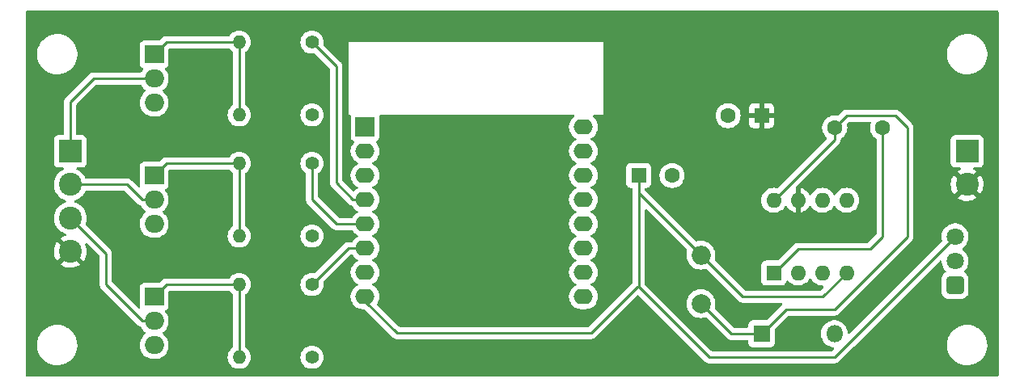
<source format=gbr>
%TF.GenerationSoftware,KiCad,Pcbnew,(6.0.2-0)*%
%TF.CreationDate,2024-01-10T11:36:12-05:00*%
%TF.ProjectId,arduino_control_rgb,61726475-696e-46f5-9f63-6f6e74726f6c,rev?*%
%TF.SameCoordinates,Original*%
%TF.FileFunction,Copper,L1,Top*%
%TF.FilePolarity,Positive*%
%FSLAX46Y46*%
G04 Gerber Fmt 4.6, Leading zero omitted, Abs format (unit mm)*
G04 Created by KiCad (PCBNEW (6.0.2-0)) date 2024-01-10 11:36:12*
%MOMM*%
%LPD*%
G01*
G04 APERTURE LIST*
G04 Aperture macros list*
%AMRoundRect*
0 Rectangle with rounded corners*
0 $1 Rounding radius*
0 $2 $3 $4 $5 $6 $7 $8 $9 X,Y pos of 4 corners*
0 Add a 4 corners polygon primitive as box body*
4,1,4,$2,$3,$4,$5,$6,$7,$8,$9,$2,$3,0*
0 Add four circle primitives for the rounded corners*
1,1,$1+$1,$2,$3*
1,1,$1+$1,$4,$5*
1,1,$1+$1,$6,$7*
1,1,$1+$1,$8,$9*
0 Add four rect primitives between the rounded corners*
20,1,$1+$1,$2,$3,$4,$5,0*
20,1,$1+$1,$4,$5,$6,$7,0*
20,1,$1+$1,$6,$7,$8,$9,0*
20,1,$1+$1,$8,$9,$2,$3,0*%
G04 Aperture macros list end*
%TA.AperFunction,ComponentPad*%
%ADD10R,2.000000X2.000000*%
%TD*%
%TA.AperFunction,ComponentPad*%
%ADD11O,2.000000X1.600000*%
%TD*%
%TA.AperFunction,ComponentPad*%
%ADD12RoundRect,0.250200X0.649800X-0.649800X0.649800X0.649800X-0.649800X0.649800X-0.649800X-0.649800X0*%
%TD*%
%TA.AperFunction,ComponentPad*%
%ADD13C,1.800000*%
%TD*%
%TA.AperFunction,ComponentPad*%
%ADD14R,1.600000X1.600000*%
%TD*%
%TA.AperFunction,ComponentPad*%
%ADD15O,1.600000X1.600000*%
%TD*%
%TA.AperFunction,ComponentPad*%
%ADD16C,1.400000*%
%TD*%
%TA.AperFunction,ComponentPad*%
%ADD17O,1.400000X1.400000*%
%TD*%
%TA.AperFunction,ComponentPad*%
%ADD18R,2.000000X1.905000*%
%TD*%
%TA.AperFunction,ComponentPad*%
%ADD19O,2.000000X1.905000*%
%TD*%
%TA.AperFunction,ComponentPad*%
%ADD20C,2.000000*%
%TD*%
%TA.AperFunction,ComponentPad*%
%ADD21O,2.000000X2.000000*%
%TD*%
%TA.AperFunction,ComponentPad*%
%ADD22C,2.400000*%
%TD*%
%TA.AperFunction,ComponentPad*%
%ADD23R,2.400000X2.400000*%
%TD*%
%TA.AperFunction,ComponentPad*%
%ADD24R,1.800000X1.800000*%
%TD*%
%TA.AperFunction,ComponentPad*%
%ADD25O,1.800000X1.800000*%
%TD*%
%TA.AperFunction,ComponentPad*%
%ADD26C,1.600000*%
%TD*%
%TA.AperFunction,Conductor*%
%ADD27C,0.250000*%
%TD*%
G04 APERTURE END LIST*
D10*
%TO.P,U5,1,~{RST}*%
%TO.N,unconnected-(U5-Pad1)*%
X229085000Y-12700000D03*
D11*
%TO.P,U5,2,A0*%
%TO.N,unconnected-(U5-Pad2)*%
X229085000Y-15240000D03*
%TO.P,U5,3,D0*%
%TO.N,unconnected-(U5-Pad3)*%
X229085000Y-17780000D03*
%TO.P,U5,4,SCK/D5*%
%TO.N,Net-(R1-Pad1)*%
X229085000Y-20320000D03*
%TO.P,U5,5,MISO/D6*%
%TO.N,Net-(R2-Pad1)*%
X229085000Y-22860000D03*
%TO.P,U5,6,MOSI/D7*%
%TO.N,Net-(R3-Pad1)*%
X229085000Y-25400000D03*
%TO.P,U5,7,CS/D8*%
%TO.N,unconnected-(U5-Pad7)*%
X229085000Y-27940000D03*
%TO.P,U5,8,3V3*%
%TO.N,3V3DC*%
X229085000Y-30480000D03*
%TO.P,U5,9,5V*%
%TO.N,unconnected-(U5-Pad9)*%
X251945000Y-30480000D03*
%TO.P,U5,10,GND*%
%TO.N,GND*%
X251945000Y-27940000D03*
%TO.P,U5,11,D4*%
%TO.N,unconnected-(U5-Pad11)*%
X251945000Y-25400000D03*
%TO.P,U5,12,D3*%
%TO.N,unconnected-(U5-Pad12)*%
X251945000Y-22860000D03*
%TO.P,U5,13,SDA/D2*%
%TO.N,unconnected-(U5-Pad13)*%
X251945000Y-20320000D03*
%TO.P,U5,14,SCL/D1*%
%TO.N,Net-(U4-Pad1)*%
X251945000Y-17780000D03*
%TO.P,U5,15,RX*%
%TO.N,unconnected-(U5-Pad15)*%
X251945000Y-15240000D03*
%TO.P,U5,16,TX*%
%TO.N,unconnected-(U5-Pad16)*%
X251945000Y-12700000D03*
%TD*%
D12*
%TO.P,U4,1,OUT*%
%TO.N,Net-(U4-Pad1)*%
X290840302Y-29290000D03*
D13*
%TO.P,U4,2,GND*%
%TO.N,GND*%
X290840302Y-26750000D03*
%TO.P,U4,3,Vs*%
%TO.N,3V3DC*%
X290840302Y-24210000D03*
%TD*%
D14*
%TO.P,U3,1,CB*%
%TO.N,Net-(C2-Pad2)*%
X271865000Y-28010000D03*
D15*
%TO.P,U3,2,NC*%
%TO.N,unconnected-(U3-Pad2)*%
X274405000Y-28010000D03*
%TO.P,U3,3,NC*%
%TO.N,unconnected-(U3-Pad3)*%
X276945000Y-28010000D03*
%TO.P,U3,4,FB*%
%TO.N,3V3DC*%
X279485000Y-28010000D03*
%TO.P,U3,5,ON/~{OFF}*%
%TO.N,unconnected-(U3-Pad5)*%
X279485000Y-20390000D03*
%TO.P,U3,6,GND*%
%TO.N,GND*%
X276945000Y-20390000D03*
%TO.P,U3,7,VIN*%
%TO.N,12VDC*%
X274405000Y-20390000D03*
%TO.P,U3,8,VSW*%
%TO.N,Net-(C2-Pad1)*%
X271865000Y-20390000D03*
%TD*%
D16*
%TO.P,R6,1*%
%TO.N,GND*%
X223520000Y-36830000D03*
D17*
%TO.P,R6,2*%
%TO.N,Net-(Q3-Pad1)*%
X215900000Y-36830000D03*
%TD*%
%TO.P,R5,2*%
%TO.N,Net-(Q2-Pad1)*%
X215900000Y-24130000D03*
D16*
%TO.P,R5,1*%
%TO.N,GND*%
X223520000Y-24130000D03*
%TD*%
%TO.P,R4,1*%
%TO.N,GND*%
X223520000Y-11430000D03*
D17*
%TO.P,R4,2*%
%TO.N,Net-(Q1-Pad1)*%
X215900000Y-11430000D03*
%TD*%
%TO.P,R3,2*%
%TO.N,Net-(Q3-Pad1)*%
X215900000Y-29210000D03*
D16*
%TO.P,R3,1*%
%TO.N,Net-(R3-Pad1)*%
X223520000Y-29210000D03*
%TD*%
%TO.P,R2,1*%
%TO.N,Net-(R2-Pad1)*%
X223520000Y-16510000D03*
D17*
%TO.P,R2,2*%
%TO.N,Net-(Q2-Pad1)*%
X215900000Y-16510000D03*
%TD*%
D16*
%TO.P,R1,1*%
%TO.N,Net-(R1-Pad1)*%
X223520000Y-3810000D03*
D17*
%TO.P,R1,2*%
%TO.N,Net-(Q1-Pad1)*%
X215900000Y-3810000D03*
%TD*%
D18*
%TO.P,Q3,1,G*%
%TO.N,Net-(Q3-Pad1)*%
X207010000Y-30480000D03*
D19*
%TO.P,Q3,2,D*%
%TO.N,Net-(J2-Pad3)*%
X207010000Y-33020000D03*
%TO.P,Q3,3,S*%
%TO.N,GND*%
X207010000Y-35560000D03*
%TD*%
D18*
%TO.P,Q2,1,G*%
%TO.N,Net-(Q2-Pad1)*%
X207010000Y-17780000D03*
D19*
%TO.P,Q2,2,D*%
%TO.N,Net-(J2-Pad2)*%
X207010000Y-20320000D03*
%TO.P,Q2,3,S*%
%TO.N,GND*%
X207010000Y-22860000D03*
%TD*%
D18*
%TO.P,Q1,1,G*%
%TO.N,Net-(Q1-Pad1)*%
X207010000Y-5080000D03*
D19*
%TO.P,Q1,2,D*%
%TO.N,Net-(J2-Pad1)*%
X207010000Y-7620000D03*
%TO.P,Q1,3,S*%
%TO.N,GND*%
X207010000Y-10160000D03*
%TD*%
D20*
%TO.P,L1,1,1*%
%TO.N,Net-(C2-Pad1)*%
X264235000Y-31205000D03*
D21*
%TO.P,L1,2,2*%
%TO.N,3V3DC*%
X264235000Y-26125000D03*
%TD*%
D22*
%TO.P,J2,4,Pin_4*%
%TO.N,12VDC*%
X198220000Y-25740000D03*
%TO.P,J2,3,Pin_3*%
%TO.N,Net-(J2-Pad3)*%
X198220000Y-22240000D03*
%TO.P,J2,2,Pin_2*%
%TO.N,Net-(J2-Pad2)*%
X198220000Y-18740000D03*
D23*
%TO.P,J2,1,Pin_1*%
%TO.N,Net-(J2-Pad1)*%
X198220000Y-15240000D03*
%TD*%
%TO.P,J1,1,Pin_1*%
%TO.N,GND*%
X292100000Y-15240000D03*
D22*
%TO.P,J1,2,Pin_2*%
%TO.N,12VDC*%
X292100000Y-18740000D03*
%TD*%
D24*
%TO.P,D1,1,K*%
%TO.N,Net-(C2-Pad1)*%
X270585000Y-34370000D03*
D25*
%TO.P,D1,2,A*%
%TO.N,GND*%
X278205000Y-34370000D03*
%TD*%
D14*
%TO.P,C3,1*%
%TO.N,3V3DC*%
X257719698Y-17780000D03*
D26*
%TO.P,C3,2*%
%TO.N,GND*%
X261219698Y-17780000D03*
%TD*%
%TO.P,C2,1*%
%TO.N,Net-(C2-Pad1)*%
X278245000Y-12780000D03*
%TO.P,C2,2*%
%TO.N,Net-(C2-Pad2)*%
X283245000Y-12780000D03*
%TD*%
%TO.P,C1,2*%
%TO.N,GND*%
X267085000Y-11510000D03*
D14*
%TO.P,C1,1*%
%TO.N,12VDC*%
X270585000Y-11510000D03*
%TD*%
D27*
%TO.N,Net-(J2-Pad3)*%
X201930000Y-25950000D02*
X198220000Y-22240000D01*
X201930000Y-29210000D02*
X201930000Y-26670000D01*
X201930000Y-26670000D02*
X201930000Y-25950000D01*
%TO.N,Net-(J2-Pad2)*%
X207010000Y-20320000D02*
X205740000Y-20320000D01*
X205740000Y-20320000D02*
X204160000Y-18740000D01*
X204160000Y-18740000D02*
X198220000Y-18740000D01*
%TO.N,Net-(J2-Pad1)*%
X198220000Y-15240000D02*
X198220000Y-10060000D01*
X198220000Y-10060000D02*
X200660000Y-7620000D01*
X200660000Y-7620000D02*
X207010000Y-7620000D01*
%TO.N,Net-(C2-Pad1)*%
X285825000Y-12780000D02*
X285825000Y-24205000D01*
X283285000Y-26745000D02*
X285825000Y-24205000D01*
X283285000Y-26750000D02*
X283285000Y-26745000D01*
X278205000Y-31830000D02*
X273130000Y-31830000D01*
X273130000Y-31830000D02*
X270590000Y-34370000D01*
X270590000Y-34370000D02*
X270585000Y-34370000D01*
X278245000Y-12780000D02*
X279515000Y-11510000D01*
X279515000Y-11510000D02*
X284555000Y-11510000D01*
X284555000Y-11510000D02*
X285825000Y-12780000D01*
X283285000Y-26750000D02*
X278205000Y-31830000D01*
%TO.N,Net-(R1-Pad1)*%
X229085000Y-20320000D02*
X227815000Y-20320000D01*
X227815000Y-20320000D02*
X226060000Y-18565000D01*
X226060000Y-18565000D02*
X226060000Y-6350000D01*
X226060000Y-6350000D02*
X223520000Y-3810000D01*
%TO.N,Net-(R2-Pad1)*%
X229085000Y-22860000D02*
X226060000Y-22860000D01*
X223520000Y-20320000D02*
X223520000Y-16510000D01*
X226060000Y-22860000D02*
X223520000Y-20320000D01*
%TO.N,Net-(J2-Pad3)*%
X205740000Y-33020000D02*
X201930000Y-29210000D01*
%TO.N,Net-(R3-Pad1)*%
X229085000Y-25400000D02*
X227330000Y-25400000D01*
X227330000Y-25400000D02*
X223520000Y-29210000D01*
%TO.N,Net-(Q1-Pad1)*%
X215900000Y-3810000D02*
X215900000Y-11430000D01*
%TO.N,3V3DC*%
X252730000Y-34290000D02*
X232410000Y-34290000D01*
X232410000Y-34290000D02*
X229085000Y-30965000D01*
X257719698Y-29455302D02*
X257564698Y-29455302D01*
X229085000Y-30965000D02*
X229085000Y-30480000D01*
X257564698Y-29455302D02*
X252730000Y-34290000D01*
X290840302Y-24210000D02*
X278220302Y-36830000D01*
X278220302Y-36830000D02*
X265094396Y-36830000D01*
X265094396Y-36830000D02*
X257719698Y-29455302D01*
X279485000Y-28010000D02*
X277015000Y-30480000D01*
X277015000Y-30480000D02*
X268590000Y-30480000D01*
X268590000Y-30480000D02*
X264235000Y-26125000D01*
%TO.N,Net-(J2-Pad3)*%
X207010000Y-33020000D02*
X205740000Y-33020000D01*
%TO.N,Net-(Q3-Pad1)*%
X215900000Y-29210000D02*
X208280000Y-29210000D01*
X208280000Y-29210000D02*
X207010000Y-30480000D01*
X215900000Y-29210000D02*
X215900000Y-36830000D01*
%TO.N,Net-(Q2-Pad1)*%
X215900000Y-16510000D02*
X208280000Y-16510000D01*
X208280000Y-16510000D02*
X207010000Y-17780000D01*
X215900000Y-16510000D02*
X215900000Y-24130000D01*
%TO.N,Net-(Q1-Pad1)*%
X215900000Y-3810000D02*
X208280000Y-3810000D01*
X208280000Y-3810000D02*
X207010000Y-5080000D01*
%TO.N,Net-(C2-Pad2)*%
X283245000Y-12780000D02*
X283245000Y-24170000D01*
X274395000Y-25480000D02*
X271865000Y-28010000D01*
X283245000Y-24170000D02*
X281935000Y-25480000D01*
X281935000Y-25480000D02*
X274395000Y-25480000D01*
%TO.N,Net-(C2-Pad1)*%
X278245000Y-12780000D02*
X278245000Y-14010000D01*
X278245000Y-14010000D02*
X271865000Y-20390000D01*
%TO.N,3V3DC*%
X257719698Y-17780000D02*
X257719698Y-29455302D01*
%TO.N,Net-(C2-Pad1)*%
X264235000Y-31205000D02*
X267400000Y-34370000D01*
X267400000Y-34370000D02*
X270585000Y-34370000D01*
%TO.N,3V3DC*%
X257719698Y-19609698D02*
X264235000Y-26125000D01*
%TD*%
%TA.AperFunction,Conductor*%
%TO.N,12VDC*%
G36*
X295344121Y-528002D02*
G01*
X295390614Y-581658D01*
X295402000Y-634000D01*
X295402000Y-38736000D01*
X295381998Y-38804121D01*
X295328342Y-38850614D01*
X295276000Y-38862000D01*
X193674000Y-38862000D01*
X193605879Y-38841998D01*
X193559386Y-38788342D01*
X193548000Y-38736000D01*
X193548000Y-35692703D01*
X194740743Y-35692703D01*
X194741302Y-35696947D01*
X194741302Y-35696951D01*
X194754642Y-35798276D01*
X194778268Y-35977734D01*
X194854129Y-36255036D01*
X194966923Y-36519476D01*
X195026693Y-36619345D01*
X195089514Y-36724310D01*
X195114561Y-36766161D01*
X195294313Y-36990528D01*
X195502851Y-37188423D01*
X195736317Y-37356186D01*
X195740112Y-37358195D01*
X195740113Y-37358196D01*
X195761869Y-37369715D01*
X195990392Y-37490712D01*
X196260373Y-37589511D01*
X196541264Y-37650755D01*
X196569841Y-37653004D01*
X196764282Y-37668307D01*
X196764291Y-37668307D01*
X196766739Y-37668500D01*
X196922271Y-37668500D01*
X196924407Y-37668354D01*
X196924418Y-37668354D01*
X197132548Y-37654165D01*
X197132554Y-37654164D01*
X197136825Y-37653873D01*
X197141020Y-37653004D01*
X197141022Y-37653004D01*
X197330954Y-37613671D01*
X197418342Y-37595574D01*
X197689343Y-37499607D01*
X197827399Y-37428351D01*
X197941005Y-37369715D01*
X197941006Y-37369715D01*
X197944812Y-37367750D01*
X197948313Y-37365289D01*
X197948317Y-37365287D01*
X198096140Y-37261395D01*
X198180023Y-37202441D01*
X198354125Y-37040655D01*
X198387479Y-37009661D01*
X198387481Y-37009658D01*
X198390622Y-37006740D01*
X198572713Y-36784268D01*
X198722927Y-36539142D01*
X198838483Y-36275898D01*
X198917244Y-35999406D01*
X198957751Y-35714784D01*
X198957813Y-35703052D01*
X198959235Y-35431583D01*
X198959235Y-35431576D01*
X198959257Y-35427297D01*
X198952488Y-35375877D01*
X198932673Y-35225369D01*
X198921732Y-35142266D01*
X198845871Y-34864964D01*
X198804771Y-34768608D01*
X198734763Y-34604476D01*
X198734761Y-34604472D01*
X198733077Y-34600524D01*
X198610486Y-34395689D01*
X198587643Y-34357521D01*
X198587640Y-34357517D01*
X198585439Y-34353839D01*
X198405687Y-34129472D01*
X198197149Y-33931577D01*
X197963683Y-33763814D01*
X197941843Y-33752250D01*
X197912096Y-33736500D01*
X197709608Y-33629288D01*
X197512624Y-33557202D01*
X197443658Y-33531964D01*
X197443656Y-33531963D01*
X197439627Y-33530489D01*
X197158736Y-33469245D01*
X197127685Y-33466801D01*
X196935718Y-33451693D01*
X196935709Y-33451693D01*
X196933261Y-33451500D01*
X196777729Y-33451500D01*
X196775593Y-33451646D01*
X196775582Y-33451646D01*
X196567452Y-33465835D01*
X196567446Y-33465836D01*
X196563175Y-33466127D01*
X196558980Y-33466996D01*
X196558978Y-33466996D01*
X196520333Y-33474999D01*
X196281658Y-33524426D01*
X196010657Y-33620393D01*
X195755188Y-33752250D01*
X195751687Y-33754711D01*
X195751683Y-33754713D01*
X195685539Y-33801200D01*
X195519977Y-33917559D01*
X195309378Y-34113260D01*
X195127287Y-34335732D01*
X194977073Y-34580858D01*
X194975347Y-34584791D01*
X194975346Y-34584792D01*
X194868937Y-34827199D01*
X194861517Y-34844102D01*
X194860342Y-34848229D01*
X194860341Y-34848230D01*
X194826015Y-34968733D01*
X194782756Y-35120594D01*
X194770228Y-35208622D01*
X194745399Y-35383086D01*
X194742249Y-35405216D01*
X194742227Y-35409505D01*
X194742226Y-35409512D01*
X194740765Y-35688417D01*
X194740743Y-35692703D01*
X193548000Y-35692703D01*
X193548000Y-27113359D01*
X197211386Y-27113359D01*
X197220099Y-27124879D01*
X197308586Y-27189760D01*
X197316505Y-27194708D01*
X197532877Y-27308547D01*
X197541451Y-27312275D01*
X197772282Y-27392885D01*
X197781291Y-27395299D01*
X198021518Y-27440908D01*
X198030775Y-27441962D01*
X198275107Y-27451563D01*
X198284420Y-27451237D01*
X198527478Y-27424618D01*
X198536655Y-27422917D01*
X198773107Y-27360665D01*
X198781926Y-27357628D01*
X199006584Y-27261107D01*
X199014856Y-27256800D01*
X199222777Y-27128135D01*
X199224620Y-27126796D01*
X199232038Y-27115541D01*
X199225974Y-27105184D01*
X198232812Y-26112022D01*
X198218868Y-26104408D01*
X198217035Y-26104539D01*
X198210420Y-26108790D01*
X197218044Y-27101166D01*
X197211386Y-27113359D01*
X193548000Y-27113359D01*
X193548000Y-25699835D01*
X196508022Y-25699835D01*
X196519754Y-25944064D01*
X196520891Y-25953324D01*
X196568593Y-26193143D01*
X196571082Y-26202118D01*
X196653708Y-26432250D01*
X196657505Y-26440778D01*
X196773234Y-26656160D01*
X196778245Y-26664027D01*
X196835173Y-26740263D01*
X196846431Y-26748712D01*
X196858850Y-26741940D01*
X197847978Y-25752812D01*
X197855592Y-25738868D01*
X197855461Y-25737035D01*
X197851210Y-25730420D01*
X196856828Y-24736038D01*
X196843520Y-24728771D01*
X196833481Y-24735893D01*
X196828581Y-24741784D01*
X196823168Y-24749373D01*
X196696322Y-24958409D01*
X196692084Y-24966726D01*
X196597529Y-25192214D01*
X196594572Y-25201052D01*
X196534385Y-25438037D01*
X196532763Y-25447232D01*
X196508267Y-25690510D01*
X196508022Y-25699835D01*
X193548000Y-25699835D01*
X193548000Y-22195151D01*
X196507296Y-22195151D01*
X196507520Y-22199817D01*
X196507520Y-22199822D01*
X196513033Y-22314579D01*
X196519480Y-22448798D01*
X196569021Y-22697857D01*
X196570600Y-22702255D01*
X196570602Y-22702262D01*
X196621334Y-22843562D01*
X196654831Y-22936858D01*
X196657048Y-22940984D01*
X196771031Y-23153117D01*
X196775025Y-23160551D01*
X196777820Y-23164294D01*
X196777822Y-23164297D01*
X196924171Y-23360282D01*
X196924176Y-23360288D01*
X196926963Y-23364020D01*
X196930272Y-23367300D01*
X196930277Y-23367306D01*
X197083238Y-23518937D01*
X197107307Y-23542797D01*
X197111069Y-23545555D01*
X197111072Y-23545558D01*
X197112859Y-23546868D01*
X197312094Y-23692953D01*
X197316229Y-23695129D01*
X197316233Y-23695131D01*
X197364262Y-23720400D01*
X197536827Y-23811191D01*
X197610424Y-23836892D01*
X197709594Y-23871524D01*
X197767312Y-23912866D01*
X197793515Y-23978850D01*
X197779886Y-24048526D01*
X197730750Y-24099773D01*
X197703311Y-24111446D01*
X197624655Y-24134371D01*
X197615915Y-24137639D01*
X197393869Y-24240004D01*
X197385714Y-24244524D01*
X197218468Y-24354175D01*
X197209330Y-24364917D01*
X197213903Y-24374693D01*
X199583732Y-26744522D01*
X199596112Y-26751282D01*
X199604453Y-26745038D01*
X199722700Y-26561202D01*
X199727147Y-26553011D01*
X199827572Y-26330076D01*
X199830767Y-26321298D01*
X199897135Y-26085973D01*
X199898993Y-26076844D01*
X199930044Y-25832770D01*
X199930525Y-25826483D01*
X199932706Y-25743160D01*
X199932555Y-25736851D01*
X199914321Y-25491486D01*
X199912944Y-25482280D01*
X199858979Y-25243786D01*
X199856255Y-25234875D01*
X199778987Y-25036181D01*
X199772940Y-24965443D01*
X199806096Y-24902664D01*
X199867930Y-24867777D01*
X199938809Y-24871858D01*
X199985515Y-24901419D01*
X201259595Y-26175499D01*
X201293621Y-26237811D01*
X201296500Y-26264594D01*
X201296500Y-29131233D01*
X201295973Y-29142416D01*
X201294298Y-29149909D01*
X201294547Y-29157835D01*
X201294547Y-29157836D01*
X201296438Y-29217986D01*
X201296500Y-29221945D01*
X201296500Y-29249856D01*
X201296997Y-29253790D01*
X201296997Y-29253791D01*
X201297005Y-29253856D01*
X201297938Y-29265693D01*
X201299327Y-29309889D01*
X201304978Y-29329339D01*
X201308987Y-29348700D01*
X201311526Y-29368797D01*
X201314445Y-29376168D01*
X201314445Y-29376170D01*
X201327804Y-29409912D01*
X201331649Y-29421142D01*
X201333052Y-29425970D01*
X201343982Y-29463593D01*
X201348015Y-29470412D01*
X201348017Y-29470417D01*
X201354293Y-29481028D01*
X201362988Y-29498776D01*
X201370448Y-29517617D01*
X201375110Y-29524033D01*
X201375110Y-29524034D01*
X201396436Y-29553387D01*
X201402952Y-29563307D01*
X201425458Y-29601362D01*
X201439779Y-29615683D01*
X201452619Y-29630716D01*
X201464528Y-29647107D01*
X201470634Y-29652158D01*
X201498605Y-29675298D01*
X201507384Y-29683288D01*
X205236343Y-33412247D01*
X205243887Y-33420537D01*
X205248000Y-33427018D01*
X205253777Y-33432443D01*
X205297667Y-33473658D01*
X205300509Y-33476413D01*
X205320231Y-33496135D01*
X205323355Y-33498558D01*
X205323359Y-33498562D01*
X205323424Y-33498612D01*
X205332445Y-33506317D01*
X205364679Y-33536586D01*
X205371627Y-33540405D01*
X205371629Y-33540407D01*
X205382432Y-33546346D01*
X205398959Y-33557202D01*
X205408698Y-33564757D01*
X205408700Y-33564758D01*
X205414960Y-33569614D01*
X205455540Y-33587174D01*
X205466188Y-33592391D01*
X205504940Y-33613695D01*
X205512616Y-33615666D01*
X205512619Y-33615667D01*
X205524562Y-33618733D01*
X205543266Y-33625137D01*
X205552859Y-33629288D01*
X205561855Y-33633181D01*
X205569678Y-33634420D01*
X205569688Y-33634423D01*
X205578314Y-33635789D01*
X205642467Y-33666202D01*
X205670364Y-33702056D01*
X205721975Y-33801200D01*
X205725078Y-33805333D01*
X205725080Y-33805336D01*
X205819865Y-33931577D01*
X205866223Y-33993320D01*
X206039912Y-34159301D01*
X206076903Y-34184535D01*
X206121904Y-34239444D01*
X206130075Y-34309968D01*
X206098821Y-34373716D01*
X206074340Y-34394411D01*
X206072707Y-34395468D01*
X206068023Y-34398498D01*
X205890330Y-34560186D01*
X205866141Y-34590815D01*
X205744633Y-34744670D01*
X205744630Y-34744675D01*
X205741432Y-34748724D01*
X205738939Y-34753240D01*
X205738937Y-34753243D01*
X205642345Y-34928220D01*
X205625326Y-34959050D01*
X205623602Y-34963919D01*
X205623600Y-34963923D01*
X205568120Y-35120594D01*
X205545130Y-35185515D01*
X205544223Y-35190608D01*
X205544222Y-35190611D01*
X205506753Y-35400964D01*
X205502999Y-35422037D01*
X205502936Y-35427201D01*
X205500353Y-35638642D01*
X205500064Y-35662263D01*
X205536404Y-35899744D01*
X205560504Y-35973478D01*
X205609434Y-36123183D01*
X205609437Y-36123189D01*
X205611042Y-36128101D01*
X205613429Y-36132687D01*
X205613431Y-36132691D01*
X205719584Y-36336607D01*
X205721975Y-36341200D01*
X205725085Y-36345342D01*
X205855829Y-36519476D01*
X205866223Y-36533320D01*
X206039912Y-36699301D01*
X206044184Y-36702215D01*
X206231509Y-36830000D01*
X206238378Y-36834686D01*
X206243061Y-36836860D01*
X206243065Y-36836862D01*
X206451595Y-36933658D01*
X206451599Y-36933659D01*
X206456290Y-36935837D01*
X206687798Y-37000040D01*
X206692935Y-37000589D01*
X206880593Y-37020644D01*
X206880601Y-37020644D01*
X206883928Y-37021000D01*
X207118402Y-37021000D01*
X207120975Y-37020788D01*
X207120986Y-37020788D01*
X207221946Y-37012487D01*
X207296937Y-37006322D01*
X207529944Y-36947794D01*
X207658771Y-36891779D01*
X207745526Y-36854057D01*
X207745529Y-36854055D01*
X207750263Y-36851997D01*
X207951977Y-36721502D01*
X208129670Y-36559814D01*
X208190347Y-36482983D01*
X208275367Y-36375330D01*
X208275370Y-36375325D01*
X208278568Y-36371276D01*
X208292885Y-36345342D01*
X208392177Y-36165474D01*
X208392179Y-36165470D01*
X208394674Y-36160950D01*
X208433885Y-36050224D01*
X208473144Y-35939360D01*
X208473145Y-35939356D01*
X208474870Y-35934485D01*
X208480183Y-35904659D01*
X208516095Y-35703052D01*
X208516096Y-35703046D01*
X208517001Y-35697963D01*
X208519936Y-35457737D01*
X208483596Y-35220256D01*
X208436825Y-35077158D01*
X208410566Y-34996817D01*
X208410563Y-34996811D01*
X208408958Y-34991899D01*
X208405067Y-34984423D01*
X208300416Y-34783393D01*
X208298025Y-34778800D01*
X208248333Y-34712616D01*
X208156882Y-34590815D01*
X208156880Y-34590812D01*
X208153777Y-34586680D01*
X207980088Y-34420699D01*
X207943097Y-34395465D01*
X207898096Y-34340556D01*
X207889925Y-34270032D01*
X207921179Y-34206284D01*
X207945660Y-34185589D01*
X207947635Y-34184311D01*
X207951977Y-34181502D01*
X208129670Y-34019814D01*
X208190347Y-33942983D01*
X208275367Y-33835330D01*
X208275370Y-33835325D01*
X208278568Y-33831276D01*
X208297702Y-33796616D01*
X208392177Y-33625474D01*
X208392179Y-33625470D01*
X208394674Y-33620950D01*
X208397244Y-33613695D01*
X208473144Y-33399360D01*
X208473145Y-33399356D01*
X208474870Y-33394485D01*
X208510794Y-33192810D01*
X208516095Y-33163052D01*
X208516096Y-33163046D01*
X208517001Y-33157963D01*
X208519384Y-32962945D01*
X208519873Y-32922907D01*
X208519873Y-32922905D01*
X208519936Y-32917737D01*
X208483596Y-32680256D01*
X208446906Y-32568003D01*
X208410566Y-32456817D01*
X208410563Y-32456811D01*
X208408958Y-32451899D01*
X208398702Y-32432196D01*
X208300416Y-32243393D01*
X208298025Y-32238800D01*
X208181585Y-32083717D01*
X208156680Y-32017235D01*
X208171672Y-31947839D01*
X208221802Y-31897565D01*
X208238115Y-31890085D01*
X208248293Y-31886269D01*
X208248296Y-31886267D01*
X208256705Y-31883115D01*
X208373261Y-31795761D01*
X208460615Y-31679205D01*
X208511745Y-31542816D01*
X208518500Y-31480634D01*
X208518500Y-29969500D01*
X208538502Y-29901379D01*
X208592158Y-29854886D01*
X208644500Y-29843500D01*
X214802685Y-29843500D01*
X214870806Y-29863502D01*
X214905898Y-29897230D01*
X214970699Y-29989776D01*
X215120224Y-30139301D01*
X215124736Y-30142460D01*
X215212770Y-30204102D01*
X215257099Y-30259559D01*
X215266500Y-30307315D01*
X215266500Y-35732685D01*
X215246498Y-35800806D01*
X215212770Y-35835898D01*
X215120224Y-35900699D01*
X214970699Y-36050224D01*
X214849411Y-36223442D01*
X214847090Y-36228420D01*
X214847088Y-36228423D01*
X214834678Y-36255036D01*
X214760044Y-36415090D01*
X214705314Y-36619345D01*
X214686884Y-36830000D01*
X214705314Y-37040655D01*
X214760044Y-37244910D01*
X214762366Y-37249891D01*
X214762367Y-37249892D01*
X214846358Y-37430010D01*
X214849411Y-37436558D01*
X214970699Y-37609776D01*
X215120224Y-37759301D01*
X215293442Y-37880589D01*
X215298420Y-37882910D01*
X215298423Y-37882912D01*
X215480108Y-37967633D01*
X215485090Y-37969956D01*
X215490398Y-37971378D01*
X215490400Y-37971379D01*
X215684030Y-38023262D01*
X215684032Y-38023262D01*
X215689345Y-38024686D01*
X215900000Y-38043116D01*
X216110655Y-38024686D01*
X216115968Y-38023262D01*
X216115970Y-38023262D01*
X216309600Y-37971379D01*
X216309602Y-37971378D01*
X216314910Y-37969956D01*
X216319892Y-37967633D01*
X216501577Y-37882912D01*
X216501580Y-37882910D01*
X216506558Y-37880589D01*
X216679776Y-37759301D01*
X216829301Y-37609776D01*
X216950589Y-37436558D01*
X216953643Y-37430010D01*
X217037633Y-37249892D01*
X217037634Y-37249891D01*
X217039956Y-37244910D01*
X217094686Y-37040655D01*
X217113116Y-36830000D01*
X222306884Y-36830000D01*
X222325314Y-37040655D01*
X222380044Y-37244910D01*
X222382366Y-37249891D01*
X222382367Y-37249892D01*
X222466358Y-37430010D01*
X222469411Y-37436558D01*
X222590699Y-37609776D01*
X222740224Y-37759301D01*
X222913442Y-37880589D01*
X222918420Y-37882910D01*
X222918423Y-37882912D01*
X223100108Y-37967633D01*
X223105090Y-37969956D01*
X223110398Y-37971378D01*
X223110400Y-37971379D01*
X223304030Y-38023262D01*
X223304032Y-38023262D01*
X223309345Y-38024686D01*
X223520000Y-38043116D01*
X223730655Y-38024686D01*
X223735968Y-38023262D01*
X223735970Y-38023262D01*
X223929600Y-37971379D01*
X223929602Y-37971378D01*
X223934910Y-37969956D01*
X223939892Y-37967633D01*
X224121577Y-37882912D01*
X224121580Y-37882910D01*
X224126558Y-37880589D01*
X224299776Y-37759301D01*
X224449301Y-37609776D01*
X224570589Y-37436558D01*
X224573643Y-37430010D01*
X224657633Y-37249892D01*
X224657634Y-37249891D01*
X224659956Y-37244910D01*
X224714686Y-37040655D01*
X224733116Y-36830000D01*
X224714686Y-36619345D01*
X224659956Y-36415090D01*
X224585322Y-36255036D01*
X224572912Y-36228423D01*
X224572910Y-36228420D01*
X224570589Y-36223442D01*
X224449301Y-36050224D01*
X224299776Y-35900699D01*
X224126558Y-35779411D01*
X224121580Y-35777090D01*
X224121577Y-35777088D01*
X223939892Y-35692367D01*
X223939891Y-35692366D01*
X223934910Y-35690044D01*
X223929602Y-35688622D01*
X223929600Y-35688621D01*
X223735970Y-35636738D01*
X223735968Y-35636738D01*
X223730655Y-35635314D01*
X223520000Y-35616884D01*
X223309345Y-35635314D01*
X223304032Y-35636738D01*
X223304030Y-35636738D01*
X223110400Y-35688621D01*
X223110398Y-35688622D01*
X223105090Y-35690044D01*
X223100109Y-35692366D01*
X223100108Y-35692367D01*
X222918423Y-35777088D01*
X222918420Y-35777090D01*
X222913442Y-35779411D01*
X222740224Y-35900699D01*
X222590699Y-36050224D01*
X222469411Y-36223442D01*
X222467090Y-36228420D01*
X222467088Y-36228423D01*
X222454678Y-36255036D01*
X222380044Y-36415090D01*
X222325314Y-36619345D01*
X222306884Y-36830000D01*
X217113116Y-36830000D01*
X217094686Y-36619345D01*
X217039956Y-36415090D01*
X216965322Y-36255036D01*
X216952912Y-36228423D01*
X216952910Y-36228420D01*
X216950589Y-36223442D01*
X216829301Y-36050224D01*
X216679776Y-35900699D01*
X216587230Y-35835898D01*
X216542901Y-35780441D01*
X216533500Y-35732685D01*
X216533500Y-30307315D01*
X216553502Y-30239194D01*
X216587230Y-30204102D01*
X216675264Y-30142460D01*
X216679776Y-30139301D01*
X216829301Y-29989776D01*
X216950589Y-29816558D01*
X216973331Y-29767789D01*
X217037633Y-29629892D01*
X217037634Y-29629891D01*
X217039956Y-29624910D01*
X217042429Y-29615683D01*
X217093262Y-29425970D01*
X217093262Y-29425968D01*
X217094686Y-29420655D01*
X217113116Y-29210000D01*
X222306884Y-29210000D01*
X222325314Y-29420655D01*
X222326738Y-29425968D01*
X222326738Y-29425970D01*
X222377572Y-29615683D01*
X222380044Y-29624910D01*
X222382366Y-29629891D01*
X222382367Y-29629892D01*
X222446670Y-29767789D01*
X222469411Y-29816558D01*
X222590699Y-29989776D01*
X222740224Y-30139301D01*
X222913442Y-30260589D01*
X222918420Y-30262910D01*
X222918423Y-30262912D01*
X223031379Y-30315584D01*
X223105090Y-30349956D01*
X223110398Y-30351378D01*
X223110400Y-30351379D01*
X223304030Y-30403262D01*
X223304032Y-30403262D01*
X223309345Y-30404686D01*
X223520000Y-30423116D01*
X223730655Y-30404686D01*
X223735968Y-30403262D01*
X223735970Y-30403262D01*
X223929600Y-30351379D01*
X223929602Y-30351378D01*
X223934910Y-30349956D01*
X224008621Y-30315584D01*
X224121577Y-30262912D01*
X224121580Y-30262910D01*
X224126558Y-30260589D01*
X224299776Y-30139301D01*
X224449301Y-29989776D01*
X224570589Y-29816558D01*
X224593331Y-29767789D01*
X224657633Y-29629892D01*
X224657634Y-29629891D01*
X224659956Y-29624910D01*
X224662429Y-29615683D01*
X224713262Y-29425970D01*
X224713262Y-29425968D01*
X224714686Y-29420655D01*
X224733116Y-29210000D01*
X224714686Y-28999345D01*
X224713262Y-28994029D01*
X224712452Y-28989437D01*
X224720321Y-28918877D01*
X224747443Y-28878461D01*
X227555499Y-26070405D01*
X227617811Y-26036379D01*
X227644594Y-26033500D01*
X227665606Y-26033500D01*
X227733727Y-26053502D01*
X227768819Y-26087229D01*
X227856468Y-26212404D01*
X227878802Y-26244300D01*
X228040700Y-26406198D01*
X228045208Y-26409355D01*
X228045211Y-26409357D01*
X228077906Y-26432250D01*
X228228251Y-26537523D01*
X228233233Y-26539846D01*
X228233238Y-26539849D01*
X228267457Y-26555805D01*
X228320742Y-26602722D01*
X228340203Y-26670999D01*
X228319661Y-26738959D01*
X228267457Y-26784195D01*
X228233238Y-26800151D01*
X228233233Y-26800154D01*
X228228251Y-26802477D01*
X228131603Y-26870151D01*
X228045211Y-26930643D01*
X228045208Y-26930645D01*
X228040700Y-26933802D01*
X227878802Y-27095700D01*
X227875645Y-27100208D01*
X227875643Y-27100211D01*
X227832516Y-27161803D01*
X227747477Y-27283251D01*
X227745154Y-27288233D01*
X227745151Y-27288238D01*
X227656703Y-27477917D01*
X227650716Y-27490757D01*
X227649294Y-27496065D01*
X227649293Y-27496067D01*
X227596243Y-27694050D01*
X227591457Y-27711913D01*
X227571502Y-27940000D01*
X227591457Y-28168087D01*
X227592881Y-28173400D01*
X227592881Y-28173402D01*
X227633757Y-28325950D01*
X227650716Y-28389243D01*
X227653039Y-28394224D01*
X227653039Y-28394225D01*
X227745151Y-28591762D01*
X227745154Y-28591767D01*
X227747477Y-28596749D01*
X227878802Y-28784300D01*
X228040700Y-28946198D01*
X228045208Y-28949355D01*
X228045211Y-28949357D01*
X228109011Y-28994030D01*
X228228251Y-29077523D01*
X228233233Y-29079846D01*
X228233238Y-29079849D01*
X228267457Y-29095805D01*
X228320742Y-29142722D01*
X228340203Y-29210999D01*
X228319661Y-29278959D01*
X228267457Y-29324195D01*
X228233238Y-29340151D01*
X228233233Y-29340154D01*
X228228251Y-29342477D01*
X228131944Y-29409912D01*
X228045211Y-29470643D01*
X228045208Y-29470645D01*
X228040700Y-29473802D01*
X227878802Y-29635700D01*
X227875645Y-29640208D01*
X227875643Y-29640211D01*
X227826451Y-29710465D01*
X227747477Y-29823251D01*
X227745154Y-29828233D01*
X227745151Y-29828238D01*
X227668106Y-29993463D01*
X227650716Y-30030757D01*
X227649294Y-30036065D01*
X227649293Y-30036067D01*
X227620785Y-30142460D01*
X227591457Y-30251913D01*
X227571502Y-30480000D01*
X227591457Y-30708087D01*
X227592881Y-30713400D01*
X227592881Y-30713402D01*
X227645934Y-30911395D01*
X227650716Y-30929243D01*
X227653039Y-30934224D01*
X227653039Y-30934225D01*
X227745151Y-31131762D01*
X227745154Y-31131767D01*
X227747477Y-31136749D01*
X227797977Y-31208870D01*
X227861734Y-31299924D01*
X227878802Y-31324300D01*
X228040700Y-31486198D01*
X228045208Y-31489355D01*
X228045211Y-31489357D01*
X228110339Y-31534960D01*
X228228251Y-31617523D01*
X228233233Y-31619846D01*
X228233238Y-31619849D01*
X228385290Y-31690751D01*
X228435757Y-31714284D01*
X228441065Y-31715706D01*
X228441067Y-31715707D01*
X228651598Y-31772119D01*
X228651600Y-31772119D01*
X228656913Y-31773543D01*
X228756480Y-31782254D01*
X228825149Y-31788262D01*
X228825156Y-31788262D01*
X228827873Y-31788500D01*
X228960406Y-31788500D01*
X229028527Y-31808502D01*
X229049501Y-31825405D01*
X231906348Y-34682253D01*
X231913888Y-34690539D01*
X231918000Y-34697018D01*
X231923777Y-34702443D01*
X231967651Y-34743643D01*
X231970493Y-34746398D01*
X231990230Y-34766135D01*
X231993427Y-34768615D01*
X232002447Y-34776318D01*
X232034679Y-34806586D01*
X232041625Y-34810405D01*
X232041628Y-34810407D01*
X232052434Y-34816348D01*
X232068953Y-34827199D01*
X232084959Y-34839614D01*
X232092228Y-34842759D01*
X232092232Y-34842762D01*
X232125537Y-34857174D01*
X232136187Y-34862391D01*
X232174940Y-34883695D01*
X232182615Y-34885666D01*
X232182616Y-34885666D01*
X232194562Y-34888733D01*
X232213266Y-34895137D01*
X232216065Y-34896348D01*
X232231855Y-34903181D01*
X232239678Y-34904420D01*
X232239688Y-34904423D01*
X232275524Y-34910099D01*
X232287144Y-34912505D01*
X232314834Y-34919614D01*
X232329970Y-34923500D01*
X232350224Y-34923500D01*
X232369934Y-34925051D01*
X232389943Y-34928220D01*
X232397835Y-34927474D01*
X232416580Y-34925702D01*
X232433962Y-34924059D01*
X232445819Y-34923500D01*
X252651233Y-34923500D01*
X252662416Y-34924027D01*
X252669909Y-34925702D01*
X252677835Y-34925453D01*
X252677836Y-34925453D01*
X252737986Y-34923562D01*
X252741945Y-34923500D01*
X252769856Y-34923500D01*
X252773791Y-34923003D01*
X252773856Y-34922995D01*
X252785693Y-34922062D01*
X252817951Y-34921048D01*
X252821970Y-34920922D01*
X252829889Y-34920673D01*
X252849343Y-34915021D01*
X252868700Y-34911013D01*
X252880930Y-34909468D01*
X252880931Y-34909468D01*
X252888797Y-34908474D01*
X252896168Y-34905555D01*
X252896170Y-34905555D01*
X252929912Y-34892196D01*
X252941142Y-34888351D01*
X252975983Y-34878229D01*
X252975984Y-34878229D01*
X252983593Y-34876018D01*
X252990412Y-34871985D01*
X252990417Y-34871983D01*
X253001028Y-34865707D01*
X253018776Y-34857012D01*
X253037617Y-34849552D01*
X253045119Y-34844102D01*
X253073387Y-34823564D01*
X253083307Y-34817048D01*
X253114535Y-34798580D01*
X253114538Y-34798578D01*
X253121362Y-34794542D01*
X253135683Y-34780221D01*
X253150717Y-34767380D01*
X253156290Y-34763331D01*
X253167107Y-34755472D01*
X253195298Y-34721395D01*
X253203288Y-34712616D01*
X257553103Y-30362801D01*
X257615415Y-30328775D01*
X257686230Y-30333840D01*
X257731293Y-30362801D01*
X261165107Y-33796616D01*
X264590744Y-37222253D01*
X264598284Y-37230539D01*
X264602396Y-37237018D01*
X264608173Y-37242443D01*
X264652047Y-37283643D01*
X264654889Y-37286398D01*
X264674626Y-37306135D01*
X264677823Y-37308615D01*
X264686843Y-37316318D01*
X264719075Y-37346586D01*
X264726021Y-37350405D01*
X264726024Y-37350407D01*
X264736830Y-37356348D01*
X264753349Y-37367199D01*
X264769355Y-37379614D01*
X264776624Y-37382759D01*
X264776628Y-37382762D01*
X264809933Y-37397174D01*
X264820583Y-37402391D01*
X264859336Y-37423695D01*
X264867011Y-37425666D01*
X264867012Y-37425666D01*
X264878958Y-37428733D01*
X264897663Y-37435137D01*
X264916251Y-37443181D01*
X264924074Y-37444420D01*
X264924084Y-37444423D01*
X264959920Y-37450099D01*
X264971540Y-37452505D01*
X265003355Y-37460673D01*
X265014366Y-37463500D01*
X265034620Y-37463500D01*
X265054330Y-37465051D01*
X265074339Y-37468220D01*
X265082231Y-37467474D01*
X265100976Y-37465702D01*
X265118358Y-37464059D01*
X265130215Y-37463500D01*
X278141535Y-37463500D01*
X278152718Y-37464027D01*
X278160211Y-37465702D01*
X278168137Y-37465453D01*
X278168138Y-37465453D01*
X278228288Y-37463562D01*
X278232247Y-37463500D01*
X278260158Y-37463500D01*
X278264093Y-37463003D01*
X278264158Y-37462995D01*
X278275995Y-37462062D01*
X278308253Y-37461048D01*
X278312272Y-37460922D01*
X278320191Y-37460673D01*
X278339645Y-37455021D01*
X278359002Y-37451013D01*
X278371232Y-37449468D01*
X278371233Y-37449468D01*
X278379099Y-37448474D01*
X278386470Y-37445555D01*
X278386472Y-37445555D01*
X278420214Y-37432196D01*
X278431444Y-37428351D01*
X278466285Y-37418229D01*
X278466286Y-37418229D01*
X278473895Y-37416018D01*
X278480714Y-37411985D01*
X278480719Y-37411983D01*
X278491330Y-37405707D01*
X278509078Y-37397012D01*
X278527919Y-37389552D01*
X278563689Y-37363564D01*
X278573609Y-37357048D01*
X278604837Y-37338580D01*
X278604840Y-37338578D01*
X278611664Y-37334542D01*
X278625985Y-37320221D01*
X278641019Y-37307380D01*
X278650996Y-37300131D01*
X278657409Y-37295472D01*
X278685600Y-37261395D01*
X278693590Y-37252616D01*
X280253503Y-35692703D01*
X289990743Y-35692703D01*
X289991302Y-35696947D01*
X289991302Y-35696951D01*
X290004642Y-35798276D01*
X290028268Y-35977734D01*
X290104129Y-36255036D01*
X290216923Y-36519476D01*
X290276693Y-36619345D01*
X290339514Y-36724310D01*
X290364561Y-36766161D01*
X290544313Y-36990528D01*
X290752851Y-37188423D01*
X290986317Y-37356186D01*
X290990112Y-37358195D01*
X290990113Y-37358196D01*
X291011869Y-37369715D01*
X291240392Y-37490712D01*
X291510373Y-37589511D01*
X291791264Y-37650755D01*
X291819841Y-37653004D01*
X292014282Y-37668307D01*
X292014291Y-37668307D01*
X292016739Y-37668500D01*
X292172271Y-37668500D01*
X292174407Y-37668354D01*
X292174418Y-37668354D01*
X292382548Y-37654165D01*
X292382554Y-37654164D01*
X292386825Y-37653873D01*
X292391020Y-37653004D01*
X292391022Y-37653004D01*
X292580954Y-37613671D01*
X292668342Y-37595574D01*
X292939343Y-37499607D01*
X293077399Y-37428351D01*
X293191005Y-37369715D01*
X293191006Y-37369715D01*
X293194812Y-37367750D01*
X293198313Y-37365289D01*
X293198317Y-37365287D01*
X293346140Y-37261395D01*
X293430023Y-37202441D01*
X293604125Y-37040655D01*
X293637479Y-37009661D01*
X293637481Y-37009658D01*
X293640622Y-37006740D01*
X293822713Y-36784268D01*
X293972927Y-36539142D01*
X294088483Y-36275898D01*
X294167244Y-35999406D01*
X294207751Y-35714784D01*
X294207813Y-35703052D01*
X294209235Y-35431583D01*
X294209235Y-35431576D01*
X294209257Y-35427297D01*
X294202488Y-35375877D01*
X294182673Y-35225369D01*
X294171732Y-35142266D01*
X294095871Y-34864964D01*
X294054771Y-34768608D01*
X293984763Y-34604476D01*
X293984761Y-34604472D01*
X293983077Y-34600524D01*
X293860486Y-34395689D01*
X293837643Y-34357521D01*
X293837640Y-34357517D01*
X293835439Y-34353839D01*
X293655687Y-34129472D01*
X293447149Y-33931577D01*
X293213683Y-33763814D01*
X293191843Y-33752250D01*
X293162096Y-33736500D01*
X292959608Y-33629288D01*
X292762624Y-33557202D01*
X292693658Y-33531964D01*
X292693656Y-33531963D01*
X292689627Y-33530489D01*
X292408736Y-33469245D01*
X292377685Y-33466801D01*
X292185718Y-33451693D01*
X292185709Y-33451693D01*
X292183261Y-33451500D01*
X292027729Y-33451500D01*
X292025593Y-33451646D01*
X292025582Y-33451646D01*
X291817452Y-33465835D01*
X291817446Y-33465836D01*
X291813175Y-33466127D01*
X291808980Y-33466996D01*
X291808978Y-33466996D01*
X291770333Y-33474999D01*
X291531658Y-33524426D01*
X291260657Y-33620393D01*
X291005188Y-33752250D01*
X291001687Y-33754711D01*
X291001683Y-33754713D01*
X290935539Y-33801200D01*
X290769977Y-33917559D01*
X290559378Y-34113260D01*
X290377287Y-34335732D01*
X290227073Y-34580858D01*
X290225347Y-34584791D01*
X290225346Y-34584792D01*
X290118937Y-34827199D01*
X290111517Y-34844102D01*
X290110342Y-34848229D01*
X290110341Y-34848230D01*
X290076015Y-34968733D01*
X290032756Y-35120594D01*
X290020228Y-35208622D01*
X289995399Y-35383086D01*
X289992249Y-35405216D01*
X289992227Y-35409505D01*
X289992226Y-35409512D01*
X289990765Y-35688417D01*
X289990743Y-35692703D01*
X280253503Y-35692703D01*
X289217966Y-26728240D01*
X289280278Y-26694214D01*
X289351093Y-26699279D01*
X289407929Y-26741826D01*
X289432852Y-26810082D01*
X289440210Y-26937699D01*
X289440729Y-26946697D01*
X289441866Y-26951743D01*
X289441867Y-26951749D01*
X289473430Y-27091803D01*
X289491648Y-27172642D01*
X289493590Y-27177424D01*
X289493591Y-27177428D01*
X289566763Y-27357628D01*
X289578786Y-27387237D01*
X289614638Y-27445742D01*
X289687879Y-27565260D01*
X289699803Y-27584719D01*
X289851449Y-27759784D01*
X289855428Y-27763087D01*
X289859121Y-27766704D01*
X289857819Y-27768034D01*
X289892932Y-27820238D01*
X289894417Y-27891219D01*
X289857291Y-27951735D01*
X289839118Y-27965395D01*
X289716029Y-28041564D01*
X289591039Y-28166772D01*
X289587199Y-28173002D01*
X289587198Y-28173003D01*
X289518413Y-28284594D01*
X289498205Y-28317377D01*
X289442508Y-28485298D01*
X289431802Y-28589789D01*
X289431803Y-29990210D01*
X289442779Y-30096007D01*
X289444963Y-30102553D01*
X289493021Y-30246598D01*
X289498770Y-30263831D01*
X289591866Y-30414273D01*
X289717074Y-30539263D01*
X289867679Y-30632097D01*
X290035600Y-30687794D01*
X290042436Y-30688494D01*
X290042439Y-30688495D01*
X290085747Y-30692932D01*
X290140091Y-30698500D01*
X290834902Y-30698500D01*
X291540512Y-30698499D01*
X291646309Y-30687523D01*
X291805534Y-30634401D01*
X291807189Y-30633849D01*
X291807191Y-30633848D01*
X291814133Y-30631532D01*
X291964575Y-30538436D01*
X291984939Y-30518037D01*
X292084394Y-30418408D01*
X292089565Y-30413228D01*
X292094535Y-30405165D01*
X292178559Y-30268853D01*
X292178560Y-30268852D01*
X292182399Y-30262623D01*
X292238096Y-30094702D01*
X292248802Y-29990211D01*
X292248801Y-28589790D01*
X292237825Y-28483993D01*
X292204442Y-28383933D01*
X292184151Y-28323113D01*
X292184150Y-28323111D01*
X292181834Y-28316169D01*
X292088738Y-28165727D01*
X291963530Y-28040737D01*
X291957299Y-28036896D01*
X291838144Y-27963448D01*
X291790651Y-27910676D01*
X291779227Y-27840604D01*
X291807501Y-27775480D01*
X291815320Y-27766937D01*
X291865038Y-27717393D01*
X291916605Y-27666005D01*
X292051760Y-27477917D01*
X292098943Y-27382450D01*
X292152086Y-27274922D01*
X292152087Y-27274920D01*
X292154380Y-27270280D01*
X292221710Y-27048671D01*
X292251942Y-26819041D01*
X292252404Y-26800151D01*
X292253547Y-26753365D01*
X292253547Y-26753361D01*
X292253629Y-26750000D01*
X292244145Y-26634639D01*
X292235075Y-26524318D01*
X292235074Y-26524312D01*
X292234651Y-26519167D01*
X292189007Y-26337449D01*
X292179486Y-26299544D01*
X292179485Y-26299540D01*
X292178227Y-26294533D01*
X292153564Y-26237811D01*
X292087932Y-26086868D01*
X292087930Y-26086865D01*
X292085872Y-26082131D01*
X291960066Y-25887665D01*
X291956255Y-25883476D01*
X291890585Y-25811306D01*
X291804189Y-25716358D01*
X291800138Y-25713159D01*
X291800134Y-25713155D01*
X291627379Y-25576722D01*
X291586316Y-25518805D01*
X291583084Y-25447882D01*
X291618709Y-25386470D01*
X291632303Y-25375261D01*
X291677369Y-25343116D01*
X291752545Y-25289494D01*
X291916605Y-25126005D01*
X292051760Y-24937917D01*
X292068378Y-24904294D01*
X292152086Y-24734922D01*
X292152087Y-24734920D01*
X292154380Y-24730280D01*
X292221710Y-24508671D01*
X292251942Y-24279041D01*
X292252756Y-24245733D01*
X292253547Y-24213365D01*
X292253547Y-24213361D01*
X292253629Y-24210000D01*
X292244567Y-24099773D01*
X292235075Y-23984318D01*
X292235074Y-23984312D01*
X292234651Y-23979167D01*
X292192846Y-23812734D01*
X292179486Y-23759544D01*
X292179485Y-23759540D01*
X292178227Y-23754533D01*
X292176168Y-23749797D01*
X292087932Y-23546868D01*
X292087930Y-23546865D01*
X292085872Y-23542131D01*
X291960066Y-23347665D01*
X291951778Y-23338556D01*
X291878928Y-23258495D01*
X291804189Y-23176358D01*
X291800138Y-23173159D01*
X291800134Y-23173155D01*
X291626479Y-23036011D01*
X291626474Y-23036008D01*
X291622425Y-23032810D01*
X291617909Y-23030317D01*
X291617906Y-23030315D01*
X291424181Y-22923373D01*
X291424177Y-22923371D01*
X291419657Y-22920876D01*
X291414788Y-22919152D01*
X291414784Y-22919150D01*
X291206205Y-22845288D01*
X291206201Y-22845287D01*
X291201330Y-22843562D01*
X291196237Y-22842655D01*
X291196234Y-22842654D01*
X290978397Y-22803851D01*
X290978391Y-22803850D01*
X290973308Y-22802945D01*
X290900398Y-22802054D01*
X290746883Y-22800179D01*
X290746881Y-22800179D01*
X290741713Y-22800116D01*
X290512766Y-22835150D01*
X290292616Y-22907106D01*
X290288028Y-22909494D01*
X290288024Y-22909496D01*
X290108305Y-23003052D01*
X290087174Y-23014052D01*
X290083041Y-23017155D01*
X290083038Y-23017157D01*
X289906092Y-23150012D01*
X289901957Y-23153117D01*
X289898385Y-23156855D01*
X289748541Y-23313658D01*
X289741941Y-23320564D01*
X289739027Y-23324836D01*
X289739026Y-23324837D01*
X289693809Y-23391123D01*
X289611421Y-23511899D01*
X289513904Y-23721981D01*
X289452009Y-23945169D01*
X289427397Y-24175469D01*
X289427694Y-24180622D01*
X289427694Y-24180625D01*
X289440192Y-24397384D01*
X289440729Y-24406697D01*
X289441866Y-24411743D01*
X289441867Y-24411749D01*
X289481925Y-24589498D01*
X289477389Y-24660350D01*
X289448103Y-24706294D01*
X279823322Y-34331075D01*
X279761010Y-34365101D01*
X279690195Y-34360036D01*
X279633359Y-34317489D01*
X279608651Y-34252305D01*
X279604867Y-34206284D01*
X279599349Y-34139167D01*
X279547206Y-33931577D01*
X279544184Y-33919544D01*
X279544183Y-33919540D01*
X279542925Y-33914533D01*
X279540866Y-33909797D01*
X279452630Y-33706868D01*
X279452628Y-33706865D01*
X279450570Y-33702131D01*
X279324764Y-33507665D01*
X279316527Y-33498612D01*
X279243602Y-33418469D01*
X279168887Y-33336358D01*
X279164836Y-33333159D01*
X279164832Y-33333155D01*
X278991177Y-33196011D01*
X278991172Y-33196008D01*
X278987123Y-33192810D01*
X278982607Y-33190317D01*
X278982604Y-33190315D01*
X278788879Y-33083373D01*
X278788875Y-33083371D01*
X278784355Y-33080876D01*
X278779486Y-33079152D01*
X278779482Y-33079150D01*
X278570903Y-33005288D01*
X278570899Y-33005287D01*
X278566028Y-33003562D01*
X278560935Y-33002655D01*
X278560932Y-33002654D01*
X278343095Y-32963851D01*
X278343089Y-32963850D01*
X278338006Y-32962945D01*
X278265096Y-32962054D01*
X278111581Y-32960179D01*
X278111579Y-32960179D01*
X278106411Y-32960116D01*
X277877464Y-32995150D01*
X277657314Y-33067106D01*
X277652726Y-33069494D01*
X277652722Y-33069496D01*
X277473003Y-33163052D01*
X277451872Y-33174052D01*
X277447739Y-33177155D01*
X277447736Y-33177157D01*
X277375088Y-33231703D01*
X277266655Y-33313117D01*
X277263083Y-33316855D01*
X277113239Y-33473658D01*
X277106639Y-33480564D01*
X277103725Y-33484836D01*
X277103724Y-33484837D01*
X277054360Y-33557202D01*
X276976119Y-33671899D01*
X276878602Y-33881981D01*
X276816707Y-34105169D01*
X276792095Y-34335469D01*
X276792392Y-34340622D01*
X276792392Y-34340625D01*
X276796841Y-34417791D01*
X276805427Y-34566697D01*
X276806564Y-34571743D01*
X276806565Y-34571749D01*
X276831469Y-34682253D01*
X276856346Y-34792642D01*
X276858288Y-34797424D01*
X276858289Y-34797428D01*
X276933716Y-34983181D01*
X276943484Y-35007237D01*
X277064501Y-35204719D01*
X277216147Y-35379784D01*
X277394349Y-35527730D01*
X277594322Y-35644584D01*
X277599147Y-35646426D01*
X277599148Y-35646427D01*
X277673665Y-35674883D01*
X277810694Y-35727209D01*
X277815760Y-35728240D01*
X277815761Y-35728240D01*
X277837609Y-35732685D01*
X278037656Y-35773385D01*
X278064436Y-35774367D01*
X278079973Y-35774937D01*
X278147315Y-35797422D01*
X278191810Y-35852746D01*
X278199331Y-35923343D01*
X278164450Y-35989947D01*
X277994802Y-36159595D01*
X277932490Y-36193621D01*
X277905707Y-36196500D01*
X265408990Y-36196500D01*
X265340869Y-36176498D01*
X265319895Y-36159595D01*
X258390103Y-29229802D01*
X258356077Y-29167490D01*
X258353198Y-29140707D01*
X258353198Y-21443292D01*
X258373200Y-21375171D01*
X258426856Y-21328678D01*
X258497130Y-21318574D01*
X258561710Y-21348068D01*
X258568293Y-21354197D01*
X262760636Y-25546540D01*
X262794662Y-25608852D01*
X262794060Y-25665049D01*
X262747730Y-25858029D01*
X262740465Y-25888289D01*
X262721835Y-26125000D01*
X262740465Y-26361711D01*
X262741619Y-26366518D01*
X262741620Y-26366524D01*
X262772531Y-26495277D01*
X262795895Y-26592594D01*
X262797788Y-26597165D01*
X262797789Y-26597167D01*
X262882831Y-26802477D01*
X262886760Y-26811963D01*
X262889346Y-26816183D01*
X263008241Y-27010202D01*
X263008245Y-27010208D01*
X263010824Y-27014416D01*
X263165031Y-27194969D01*
X263345584Y-27349176D01*
X263349792Y-27351755D01*
X263349798Y-27351759D01*
X263534922Y-27465203D01*
X263548037Y-27473240D01*
X263552607Y-27475133D01*
X263552611Y-27475135D01*
X263747295Y-27555775D01*
X263767406Y-27564105D01*
X263834938Y-27580318D01*
X263993476Y-27618380D01*
X263993482Y-27618381D01*
X263998289Y-27619535D01*
X264235000Y-27638165D01*
X264471711Y-27619535D01*
X264476518Y-27618381D01*
X264476524Y-27618380D01*
X264694951Y-27565940D01*
X264765859Y-27569487D01*
X264813460Y-27599364D01*
X266456056Y-29241961D01*
X268086348Y-30872253D01*
X268093888Y-30880539D01*
X268098000Y-30887018D01*
X268103777Y-30892443D01*
X268147651Y-30933643D01*
X268150493Y-30936398D01*
X268170230Y-30956135D01*
X268173427Y-30958615D01*
X268182447Y-30966318D01*
X268214679Y-30996586D01*
X268221625Y-31000405D01*
X268221628Y-31000407D01*
X268232434Y-31006348D01*
X268248953Y-31017199D01*
X268264959Y-31029614D01*
X268272228Y-31032759D01*
X268272232Y-31032762D01*
X268305537Y-31047174D01*
X268316187Y-31052391D01*
X268354940Y-31073695D01*
X268362615Y-31075666D01*
X268362616Y-31075666D01*
X268374562Y-31078733D01*
X268393267Y-31085137D01*
X268411855Y-31093181D01*
X268419678Y-31094420D01*
X268419688Y-31094423D01*
X268455524Y-31100099D01*
X268467144Y-31102505D01*
X268498959Y-31110673D01*
X268509970Y-31113500D01*
X268530224Y-31113500D01*
X268549934Y-31115051D01*
X268569943Y-31118220D01*
X268577835Y-31117474D01*
X268613961Y-31114059D01*
X268625819Y-31113500D01*
X272646405Y-31113500D01*
X272714526Y-31133502D01*
X272761019Y-31187158D01*
X272771123Y-31257432D01*
X272741629Y-31322012D01*
X272735500Y-31328595D01*
X272724313Y-31339782D01*
X272709281Y-31352621D01*
X272692893Y-31364528D01*
X272664712Y-31398593D01*
X272656722Y-31407373D01*
X271139500Y-32924595D01*
X271077188Y-32958621D01*
X271050405Y-32961500D01*
X269636866Y-32961500D01*
X269574684Y-32968255D01*
X269438295Y-33019385D01*
X269321739Y-33106739D01*
X269234385Y-33223295D01*
X269183255Y-33359684D01*
X269176500Y-33421866D01*
X269176500Y-33610500D01*
X269156498Y-33678621D01*
X269102842Y-33725114D01*
X269050500Y-33736500D01*
X267714594Y-33736500D01*
X267646473Y-33716498D01*
X267625499Y-33699595D01*
X265709364Y-31783459D01*
X265675338Y-31721147D01*
X265675940Y-31664950D01*
X265728380Y-31446524D01*
X265728381Y-31446518D01*
X265729535Y-31441711D01*
X265748165Y-31205000D01*
X265729535Y-30968289D01*
X265728087Y-30962255D01*
X265675260Y-30742218D01*
X265674105Y-30737406D01*
X265657990Y-30698500D01*
X265585135Y-30522611D01*
X265585133Y-30522607D01*
X265583240Y-30518037D01*
X265519013Y-30413228D01*
X265461759Y-30319798D01*
X265461755Y-30319792D01*
X265459176Y-30315584D01*
X265304969Y-30135031D01*
X265124416Y-29980824D01*
X265120208Y-29978245D01*
X265120202Y-29978241D01*
X264926183Y-29859346D01*
X264921963Y-29856760D01*
X264917393Y-29854867D01*
X264917389Y-29854865D01*
X264707167Y-29767789D01*
X264707165Y-29767788D01*
X264702594Y-29765895D01*
X264622391Y-29746640D01*
X264476524Y-29711620D01*
X264476518Y-29711619D01*
X264471711Y-29710465D01*
X264235000Y-29691835D01*
X263998289Y-29710465D01*
X263993482Y-29711619D01*
X263993476Y-29711620D01*
X263847609Y-29746640D01*
X263767406Y-29765895D01*
X263762835Y-29767788D01*
X263762833Y-29767789D01*
X263552611Y-29854865D01*
X263552607Y-29854867D01*
X263548037Y-29856760D01*
X263543817Y-29859346D01*
X263349798Y-29978241D01*
X263349792Y-29978245D01*
X263345584Y-29980824D01*
X263165031Y-30135031D01*
X263010824Y-30315584D01*
X263008245Y-30319792D01*
X263008241Y-30319798D01*
X262950987Y-30413228D01*
X262886760Y-30518037D01*
X262884867Y-30522607D01*
X262884865Y-30522611D01*
X262812010Y-30698500D01*
X262795895Y-30737406D01*
X262794740Y-30742218D01*
X262741914Y-30962255D01*
X262740465Y-30968289D01*
X262721835Y-31205000D01*
X262740465Y-31441711D01*
X262741619Y-31446518D01*
X262741620Y-31446524D01*
X262762852Y-31534960D01*
X262795895Y-31672594D01*
X262797788Y-31677165D01*
X262797789Y-31677167D01*
X262852190Y-31808502D01*
X262886760Y-31891963D01*
X262889346Y-31896183D01*
X263008241Y-32090202D01*
X263008245Y-32090208D01*
X263010824Y-32094416D01*
X263165031Y-32274969D01*
X263345584Y-32429176D01*
X263349792Y-32431755D01*
X263349798Y-32431759D01*
X263543817Y-32550654D01*
X263548037Y-32553240D01*
X263552607Y-32555133D01*
X263552611Y-32555135D01*
X263762833Y-32642211D01*
X263767406Y-32644105D01*
X263847609Y-32663360D01*
X263993476Y-32698380D01*
X263993482Y-32698381D01*
X263998289Y-32699535D01*
X264235000Y-32718165D01*
X264471711Y-32699535D01*
X264476518Y-32698381D01*
X264476524Y-32698380D01*
X264694951Y-32645940D01*
X264765859Y-32649487D01*
X264813460Y-32679364D01*
X265859209Y-33725114D01*
X266896348Y-34762253D01*
X266903888Y-34770539D01*
X266908000Y-34777018D01*
X266913777Y-34782443D01*
X266957651Y-34823643D01*
X266960493Y-34826398D01*
X266980230Y-34846135D01*
X266983427Y-34848615D01*
X266992447Y-34856318D01*
X267024679Y-34886586D01*
X267031625Y-34890405D01*
X267031628Y-34890407D01*
X267042434Y-34896348D01*
X267058953Y-34907199D01*
X267074959Y-34919614D01*
X267082228Y-34922759D01*
X267082232Y-34922762D01*
X267115537Y-34937174D01*
X267126187Y-34942391D01*
X267164940Y-34963695D01*
X267172615Y-34965666D01*
X267172616Y-34965666D01*
X267184562Y-34968733D01*
X267203267Y-34975137D01*
X267221855Y-34983181D01*
X267229678Y-34984420D01*
X267229688Y-34984423D01*
X267265524Y-34990099D01*
X267277144Y-34992505D01*
X267312289Y-35001528D01*
X267319970Y-35003500D01*
X267340224Y-35003500D01*
X267359934Y-35005051D01*
X267379943Y-35008220D01*
X267387835Y-35007474D01*
X267423961Y-35004059D01*
X267435819Y-35003500D01*
X269050500Y-35003500D01*
X269118621Y-35023502D01*
X269165114Y-35077158D01*
X269176500Y-35129500D01*
X269176500Y-35318134D01*
X269183255Y-35380316D01*
X269234385Y-35516705D01*
X269321739Y-35633261D01*
X269438295Y-35720615D01*
X269574684Y-35771745D01*
X269636866Y-35778500D01*
X271533134Y-35778500D01*
X271595316Y-35771745D01*
X271731705Y-35720615D01*
X271848261Y-35633261D01*
X271935615Y-35516705D01*
X271986745Y-35380316D01*
X271993500Y-35318134D01*
X271993500Y-33914594D01*
X272013502Y-33846473D01*
X272030405Y-33825499D01*
X273355499Y-32500405D01*
X273417811Y-32466379D01*
X273444594Y-32463500D01*
X278126233Y-32463500D01*
X278137416Y-32464027D01*
X278144909Y-32465702D01*
X278152835Y-32465453D01*
X278152836Y-32465453D01*
X278212986Y-32463562D01*
X278216945Y-32463500D01*
X278244856Y-32463500D01*
X278248791Y-32463003D01*
X278248856Y-32462995D01*
X278260693Y-32462062D01*
X278292951Y-32461048D01*
X278296970Y-32460922D01*
X278304889Y-32460673D01*
X278324343Y-32455021D01*
X278343700Y-32451013D01*
X278355930Y-32449468D01*
X278355931Y-32449468D01*
X278363797Y-32448474D01*
X278371168Y-32445555D01*
X278371170Y-32445555D01*
X278404912Y-32432196D01*
X278416142Y-32428351D01*
X278450983Y-32418229D01*
X278450984Y-32418229D01*
X278458593Y-32416018D01*
X278465412Y-32411985D01*
X278465417Y-32411983D01*
X278476028Y-32405707D01*
X278493776Y-32397012D01*
X278512617Y-32389552D01*
X278548387Y-32363564D01*
X278558307Y-32357048D01*
X278589535Y-32338580D01*
X278589538Y-32338578D01*
X278596362Y-32334542D01*
X278610683Y-32320221D01*
X278625717Y-32307380D01*
X278635694Y-32300131D01*
X278642107Y-32295472D01*
X278670298Y-32261395D01*
X278678288Y-32252616D01*
X283677253Y-27253652D01*
X283685539Y-27246112D01*
X283692018Y-27242000D01*
X283738644Y-27192348D01*
X283741398Y-27189507D01*
X283761135Y-27169770D01*
X283763615Y-27166573D01*
X283771320Y-27157551D01*
X283800479Y-27126500D01*
X283800480Y-27126498D01*
X283801586Y-27125321D01*
X283801767Y-27124993D01*
X283806776Y-27119128D01*
X286217247Y-24708657D01*
X286225537Y-24701113D01*
X286232018Y-24697000D01*
X286278659Y-24647332D01*
X286281413Y-24644491D01*
X286301134Y-24624770D01*
X286303612Y-24621575D01*
X286311318Y-24612553D01*
X286314178Y-24609507D01*
X286341586Y-24580321D01*
X286351346Y-24562568D01*
X286362199Y-24546045D01*
X286369753Y-24536306D01*
X286374613Y-24530041D01*
X286392176Y-24489457D01*
X286397383Y-24478827D01*
X286418695Y-24440060D01*
X286420666Y-24432383D01*
X286420668Y-24432378D01*
X286423732Y-24420442D01*
X286430138Y-24401730D01*
X286435034Y-24390417D01*
X286438181Y-24383145D01*
X286440781Y-24366734D01*
X286445097Y-24339481D01*
X286447504Y-24327860D01*
X286456528Y-24292711D01*
X286456528Y-24292710D01*
X286458500Y-24285030D01*
X286458500Y-24264769D01*
X286460051Y-24245058D01*
X286460520Y-24242101D01*
X286463219Y-24225057D01*
X286459059Y-24181046D01*
X286458500Y-24169189D01*
X286458500Y-20113359D01*
X291091386Y-20113359D01*
X291100099Y-20124879D01*
X291188586Y-20189760D01*
X291196505Y-20194708D01*
X291412877Y-20308547D01*
X291421451Y-20312275D01*
X291652282Y-20392885D01*
X291661291Y-20395299D01*
X291901518Y-20440908D01*
X291910775Y-20441962D01*
X292155107Y-20451563D01*
X292164420Y-20451237D01*
X292407478Y-20424618D01*
X292416655Y-20422917D01*
X292653107Y-20360665D01*
X292661926Y-20357628D01*
X292886584Y-20261107D01*
X292894856Y-20256800D01*
X293102777Y-20128135D01*
X293104620Y-20126796D01*
X293112038Y-20115541D01*
X293105974Y-20105184D01*
X292112812Y-19112022D01*
X292098868Y-19104408D01*
X292097035Y-19104539D01*
X292090420Y-19108790D01*
X291098044Y-20101166D01*
X291091386Y-20113359D01*
X286458500Y-20113359D01*
X286458500Y-18699835D01*
X290388022Y-18699835D01*
X290399754Y-18944064D01*
X290400891Y-18953324D01*
X290448593Y-19193143D01*
X290451082Y-19202118D01*
X290533708Y-19432250D01*
X290537505Y-19440778D01*
X290653234Y-19656160D01*
X290658245Y-19664027D01*
X290715173Y-19740263D01*
X290726431Y-19748712D01*
X290738850Y-19741940D01*
X291727978Y-18752812D01*
X291734356Y-18741132D01*
X292464408Y-18741132D01*
X292464539Y-18742965D01*
X292468790Y-18749580D01*
X293463732Y-19744522D01*
X293476112Y-19751282D01*
X293484453Y-19745038D01*
X293602700Y-19561202D01*
X293607147Y-19553011D01*
X293707572Y-19330076D01*
X293710767Y-19321298D01*
X293777135Y-19085973D01*
X293778993Y-19076844D01*
X293810044Y-18832770D01*
X293810525Y-18826483D01*
X293812706Y-18743160D01*
X293812555Y-18736851D01*
X293794321Y-18491486D01*
X293792944Y-18482280D01*
X293738979Y-18243786D01*
X293736255Y-18234875D01*
X293647633Y-18006983D01*
X293643619Y-17998567D01*
X293522284Y-17786276D01*
X293517074Y-17778553D01*
X293485787Y-17738865D01*
X293473863Y-17730395D01*
X293462328Y-17736882D01*
X292472022Y-18727188D01*
X292464408Y-18741132D01*
X291734356Y-18741132D01*
X291735592Y-18738868D01*
X291735461Y-18737035D01*
X291731210Y-18730420D01*
X290736828Y-17736038D01*
X290723520Y-17728771D01*
X290713481Y-17735893D01*
X290708581Y-17741784D01*
X290703168Y-17749373D01*
X290576322Y-17958409D01*
X290572084Y-17966726D01*
X290477529Y-18192214D01*
X290474572Y-18201052D01*
X290414384Y-18438042D01*
X290412763Y-18447232D01*
X290388267Y-18690510D01*
X290388022Y-18699835D01*
X286458500Y-18699835D01*
X286458500Y-16488134D01*
X290391500Y-16488134D01*
X290398255Y-16550316D01*
X290449385Y-16686705D01*
X290536739Y-16803261D01*
X290653295Y-16890615D01*
X290789684Y-16941745D01*
X290851866Y-16948500D01*
X291331914Y-16948500D01*
X291400035Y-16968502D01*
X291446528Y-17022158D01*
X291456632Y-17092432D01*
X291427138Y-17157012D01*
X291384665Y-17188926D01*
X291273869Y-17240004D01*
X291265714Y-17244524D01*
X291098468Y-17354175D01*
X291089330Y-17364917D01*
X291093903Y-17374693D01*
X292087188Y-18367978D01*
X292101132Y-18375592D01*
X292102965Y-18375461D01*
X292109580Y-18371210D01*
X293102488Y-17378302D01*
X293108872Y-17366612D01*
X293099460Y-17354502D01*
X292973144Y-17266873D01*
X292965116Y-17262145D01*
X292813763Y-17187506D01*
X292761514Y-17139438D01*
X292743547Y-17070752D01*
X292765566Y-17003257D01*
X292820581Y-16958380D01*
X292869491Y-16948500D01*
X293348134Y-16948500D01*
X293410316Y-16941745D01*
X293546705Y-16890615D01*
X293663261Y-16803261D01*
X293750615Y-16686705D01*
X293801745Y-16550316D01*
X293808500Y-16488134D01*
X293808500Y-13991866D01*
X293801745Y-13929684D01*
X293750615Y-13793295D01*
X293663261Y-13676739D01*
X293546705Y-13589385D01*
X293410316Y-13538255D01*
X293348134Y-13531500D01*
X290851866Y-13531500D01*
X290789684Y-13538255D01*
X290653295Y-13589385D01*
X290536739Y-13676739D01*
X290449385Y-13793295D01*
X290398255Y-13929684D01*
X290391500Y-13991866D01*
X290391500Y-16488134D01*
X286458500Y-16488134D01*
X286458500Y-12858767D01*
X286459027Y-12847584D01*
X286460702Y-12840091D01*
X286460181Y-12823498D01*
X286458562Y-12772014D01*
X286458500Y-12768055D01*
X286458500Y-12740144D01*
X286457995Y-12736144D01*
X286457062Y-12724301D01*
X286455922Y-12688029D01*
X286455673Y-12680110D01*
X286450022Y-12660658D01*
X286446014Y-12641306D01*
X286444467Y-12629063D01*
X286443474Y-12621203D01*
X286427932Y-12581947D01*
X286427200Y-12580097D01*
X286423355Y-12568870D01*
X286416882Y-12546591D01*
X286411018Y-12526407D01*
X286406984Y-12519585D01*
X286406981Y-12519579D01*
X286400706Y-12508968D01*
X286392010Y-12491218D01*
X286387472Y-12479756D01*
X286387469Y-12479751D01*
X286384552Y-12472383D01*
X286358573Y-12436625D01*
X286352057Y-12426707D01*
X286333575Y-12395457D01*
X286329542Y-12388637D01*
X286315218Y-12374313D01*
X286302376Y-12359278D01*
X286299563Y-12355406D01*
X286290472Y-12342893D01*
X286256406Y-12314711D01*
X286247627Y-12306722D01*
X285058652Y-11117747D01*
X285051112Y-11109461D01*
X285047000Y-11102982D01*
X284997348Y-11056356D01*
X284994507Y-11053602D01*
X284974770Y-11033865D01*
X284971573Y-11031385D01*
X284962551Y-11023680D01*
X284948098Y-11010108D01*
X284930321Y-10993414D01*
X284923375Y-10989595D01*
X284923372Y-10989593D01*
X284912566Y-10983652D01*
X284896047Y-10972801D01*
X284894081Y-10971276D01*
X284880041Y-10960386D01*
X284872772Y-10957241D01*
X284872768Y-10957238D01*
X284839463Y-10942826D01*
X284828813Y-10937609D01*
X284790060Y-10916305D01*
X284770437Y-10911267D01*
X284751734Y-10904863D01*
X284740420Y-10899967D01*
X284740419Y-10899967D01*
X284733145Y-10896819D01*
X284725322Y-10895580D01*
X284725312Y-10895577D01*
X284689476Y-10889901D01*
X284677856Y-10887495D01*
X284642711Y-10878472D01*
X284642710Y-10878472D01*
X284635030Y-10876500D01*
X284614776Y-10876500D01*
X284595065Y-10874949D01*
X284582886Y-10873020D01*
X284575057Y-10871780D01*
X284545786Y-10874547D01*
X284531039Y-10875941D01*
X284519181Y-10876500D01*
X279593767Y-10876500D01*
X279582584Y-10875973D01*
X279575091Y-10874298D01*
X279567165Y-10874547D01*
X279567164Y-10874547D01*
X279507014Y-10876438D01*
X279503055Y-10876500D01*
X279475144Y-10876500D01*
X279471210Y-10876997D01*
X279471209Y-10876997D01*
X279471144Y-10877005D01*
X279459307Y-10877938D01*
X279427490Y-10878938D01*
X279423029Y-10879078D01*
X279415110Y-10879327D01*
X279397454Y-10884456D01*
X279395658Y-10884978D01*
X279376306Y-10888986D01*
X279369235Y-10889880D01*
X279356203Y-10891526D01*
X279348834Y-10894443D01*
X279348832Y-10894444D01*
X279315097Y-10907800D01*
X279303869Y-10911645D01*
X279261407Y-10923982D01*
X279254585Y-10928016D01*
X279254579Y-10928019D01*
X279243968Y-10934294D01*
X279226218Y-10942990D01*
X279214756Y-10947528D01*
X279214751Y-10947531D01*
X279207383Y-10950448D01*
X279189970Y-10963099D01*
X279171625Y-10976427D01*
X279161707Y-10982943D01*
X279150463Y-10989593D01*
X279123637Y-11005458D01*
X279109313Y-11019782D01*
X279094281Y-11032621D01*
X279077893Y-11044528D01*
X279049712Y-11078593D01*
X279041722Y-11087373D01*
X278658247Y-11470848D01*
X278595935Y-11504874D01*
X278536542Y-11503460D01*
X278473087Y-11486457D01*
X278245000Y-11466502D01*
X278016913Y-11486457D01*
X278011600Y-11487881D01*
X278011598Y-11487881D01*
X277801067Y-11544293D01*
X277801065Y-11544294D01*
X277795757Y-11545716D01*
X277790776Y-11548039D01*
X277790775Y-11548039D01*
X277593238Y-11640151D01*
X277593233Y-11640154D01*
X277588251Y-11642477D01*
X277564350Y-11659213D01*
X277405211Y-11770643D01*
X277405208Y-11770645D01*
X277400700Y-11773802D01*
X277238802Y-11935700D01*
X277235645Y-11940208D01*
X277235643Y-11940211D01*
X277180902Y-12018389D01*
X277107477Y-12123251D01*
X277105154Y-12128233D01*
X277105151Y-12128238D01*
X277019962Y-12310928D01*
X277010716Y-12330757D01*
X277009294Y-12336065D01*
X277009293Y-12336067D01*
X276952883Y-12546591D01*
X276951457Y-12551913D01*
X276931502Y-12780000D01*
X276951457Y-13008087D01*
X276952881Y-13013400D01*
X276952881Y-13013402D01*
X276974637Y-13094594D01*
X277010716Y-13229243D01*
X277013039Y-13234224D01*
X277013039Y-13234225D01*
X277105151Y-13431762D01*
X277105154Y-13431767D01*
X277107477Y-13436749D01*
X277110634Y-13441257D01*
X277218126Y-13594771D01*
X277238802Y-13624300D01*
X277397704Y-13783202D01*
X277431730Y-13845514D01*
X277426665Y-13916329D01*
X277397704Y-13961392D01*
X272278248Y-19080848D01*
X272215936Y-19114874D01*
X272156541Y-19113459D01*
X272098409Y-19097882D01*
X272098398Y-19097880D01*
X272093087Y-19096457D01*
X271865000Y-19076502D01*
X271636913Y-19096457D01*
X271631600Y-19097881D01*
X271631598Y-19097881D01*
X271421067Y-19154293D01*
X271421065Y-19154294D01*
X271415757Y-19155716D01*
X271410776Y-19158039D01*
X271410775Y-19158039D01*
X271213238Y-19250151D01*
X271213233Y-19250154D01*
X271208251Y-19252477D01*
X271147375Y-19295103D01*
X271025211Y-19380643D01*
X271025208Y-19380645D01*
X271020700Y-19383802D01*
X270858802Y-19545700D01*
X270855645Y-19550208D01*
X270855643Y-19550211D01*
X270847947Y-19561202D01*
X270727477Y-19733251D01*
X270725154Y-19738233D01*
X270725151Y-19738238D01*
X270663357Y-19870757D01*
X270630716Y-19940757D01*
X270629294Y-19946065D01*
X270629293Y-19946067D01*
X270580508Y-20128135D01*
X270571457Y-20161913D01*
X270551502Y-20390000D01*
X270571457Y-20618087D01*
X270572881Y-20623400D01*
X270572881Y-20623402D01*
X270628550Y-20831158D01*
X270630716Y-20839243D01*
X270633039Y-20844224D01*
X270633039Y-20844225D01*
X270725151Y-21041762D01*
X270725154Y-21041767D01*
X270727477Y-21046749D01*
X270858802Y-21234300D01*
X271020700Y-21396198D01*
X271025208Y-21399355D01*
X271025211Y-21399357D01*
X271087957Y-21443292D01*
X271208251Y-21527523D01*
X271213233Y-21529846D01*
X271213238Y-21529849D01*
X271385056Y-21609968D01*
X271415757Y-21624284D01*
X271421065Y-21625706D01*
X271421067Y-21625707D01*
X271631598Y-21682119D01*
X271631600Y-21682119D01*
X271636913Y-21683543D01*
X271865000Y-21703498D01*
X272093087Y-21683543D01*
X272098400Y-21682119D01*
X272098402Y-21682119D01*
X272308933Y-21625707D01*
X272308935Y-21625706D01*
X272314243Y-21624284D01*
X272344944Y-21609968D01*
X272516762Y-21529849D01*
X272516767Y-21529846D01*
X272521749Y-21527523D01*
X272642043Y-21443292D01*
X272704789Y-21399357D01*
X272704792Y-21399355D01*
X272709300Y-21396198D01*
X272871198Y-21234300D01*
X273002523Y-21046749D01*
X273004846Y-21041767D01*
X273004849Y-21041762D01*
X273021081Y-21006951D01*
X273067998Y-20953666D01*
X273136275Y-20934205D01*
X273204235Y-20954747D01*
X273249471Y-21006951D01*
X273265586Y-21041511D01*
X273271069Y-21051007D01*
X273396028Y-21229467D01*
X273403084Y-21237875D01*
X273557125Y-21391916D01*
X273565533Y-21398972D01*
X273743993Y-21523931D01*
X273753489Y-21529414D01*
X273950947Y-21621490D01*
X273961239Y-21625236D01*
X274133503Y-21671394D01*
X274147599Y-21671058D01*
X274151000Y-21663116D01*
X274151000Y-21657967D01*
X274659000Y-21657967D01*
X274662973Y-21671498D01*
X274671522Y-21672727D01*
X274848761Y-21625236D01*
X274859053Y-21621490D01*
X275056511Y-21529414D01*
X275066007Y-21523931D01*
X275244467Y-21398972D01*
X275252875Y-21391916D01*
X275406916Y-21237875D01*
X275413972Y-21229467D01*
X275538931Y-21051007D01*
X275544414Y-21041511D01*
X275560529Y-21006951D01*
X275607446Y-20953666D01*
X275675723Y-20934205D01*
X275743683Y-20954747D01*
X275788919Y-21006951D01*
X275805151Y-21041762D01*
X275805154Y-21041767D01*
X275807477Y-21046749D01*
X275938802Y-21234300D01*
X276100700Y-21396198D01*
X276105208Y-21399355D01*
X276105211Y-21399357D01*
X276167957Y-21443292D01*
X276288251Y-21527523D01*
X276293233Y-21529846D01*
X276293238Y-21529849D01*
X276465056Y-21609968D01*
X276495757Y-21624284D01*
X276501065Y-21625706D01*
X276501067Y-21625707D01*
X276711598Y-21682119D01*
X276711600Y-21682119D01*
X276716913Y-21683543D01*
X276945000Y-21703498D01*
X277173087Y-21683543D01*
X277178400Y-21682119D01*
X277178402Y-21682119D01*
X277388933Y-21625707D01*
X277388935Y-21625706D01*
X277394243Y-21624284D01*
X277424944Y-21609968D01*
X277596762Y-21529849D01*
X277596767Y-21529846D01*
X277601749Y-21527523D01*
X277722043Y-21443292D01*
X277784789Y-21399357D01*
X277784792Y-21399355D01*
X277789300Y-21396198D01*
X277951198Y-21234300D01*
X278082523Y-21046749D01*
X278084846Y-21041767D01*
X278084849Y-21041762D01*
X278100805Y-21007543D01*
X278147722Y-20954258D01*
X278215999Y-20934797D01*
X278283959Y-20955339D01*
X278329195Y-21007543D01*
X278345151Y-21041762D01*
X278345154Y-21041767D01*
X278347477Y-21046749D01*
X278478802Y-21234300D01*
X278640700Y-21396198D01*
X278645208Y-21399355D01*
X278645211Y-21399357D01*
X278707957Y-21443292D01*
X278828251Y-21527523D01*
X278833233Y-21529846D01*
X278833238Y-21529849D01*
X279005056Y-21609968D01*
X279035757Y-21624284D01*
X279041065Y-21625706D01*
X279041067Y-21625707D01*
X279251598Y-21682119D01*
X279251600Y-21682119D01*
X279256913Y-21683543D01*
X279485000Y-21703498D01*
X279713087Y-21683543D01*
X279718400Y-21682119D01*
X279718402Y-21682119D01*
X279928933Y-21625707D01*
X279928935Y-21625706D01*
X279934243Y-21624284D01*
X279964944Y-21609968D01*
X280136762Y-21529849D01*
X280136767Y-21529846D01*
X280141749Y-21527523D01*
X280262043Y-21443292D01*
X280324789Y-21399357D01*
X280324792Y-21399355D01*
X280329300Y-21396198D01*
X280491198Y-21234300D01*
X280622523Y-21046749D01*
X280624846Y-21041767D01*
X280624849Y-21041762D01*
X280716961Y-20844225D01*
X280716961Y-20844224D01*
X280719284Y-20839243D01*
X280721451Y-20831158D01*
X280777119Y-20623402D01*
X280777119Y-20623400D01*
X280778543Y-20618087D01*
X280798498Y-20390000D01*
X280778543Y-20161913D01*
X280769492Y-20128135D01*
X280720707Y-19946067D01*
X280720706Y-19946065D01*
X280719284Y-19940757D01*
X280686643Y-19870757D01*
X280624849Y-19738238D01*
X280624846Y-19738233D01*
X280622523Y-19733251D01*
X280502053Y-19561202D01*
X280494357Y-19550211D01*
X280494355Y-19550208D01*
X280491198Y-19545700D01*
X280329300Y-19383802D01*
X280324792Y-19380645D01*
X280324789Y-19380643D01*
X280202625Y-19295103D01*
X280141749Y-19252477D01*
X280136767Y-19250154D01*
X280136762Y-19250151D01*
X279939225Y-19158039D01*
X279939224Y-19158039D01*
X279934243Y-19155716D01*
X279928935Y-19154294D01*
X279928933Y-19154293D01*
X279718402Y-19097881D01*
X279718400Y-19097881D01*
X279713087Y-19096457D01*
X279485000Y-19076502D01*
X279256913Y-19096457D01*
X279251600Y-19097881D01*
X279251598Y-19097881D01*
X279041067Y-19154293D01*
X279041065Y-19154294D01*
X279035757Y-19155716D01*
X279030776Y-19158039D01*
X279030775Y-19158039D01*
X278833238Y-19250151D01*
X278833233Y-19250154D01*
X278828251Y-19252477D01*
X278767375Y-19295103D01*
X278645211Y-19380643D01*
X278645208Y-19380645D01*
X278640700Y-19383802D01*
X278478802Y-19545700D01*
X278475645Y-19550208D01*
X278475643Y-19550211D01*
X278467947Y-19561202D01*
X278347477Y-19733251D01*
X278345154Y-19738233D01*
X278345151Y-19738238D01*
X278329195Y-19772457D01*
X278282278Y-19825742D01*
X278214001Y-19845203D01*
X278146041Y-19824661D01*
X278100805Y-19772457D01*
X278084849Y-19738238D01*
X278084846Y-19738233D01*
X278082523Y-19733251D01*
X277962053Y-19561202D01*
X277954357Y-19550211D01*
X277954355Y-19550208D01*
X277951198Y-19545700D01*
X277789300Y-19383802D01*
X277784792Y-19380645D01*
X277784789Y-19380643D01*
X277662625Y-19295103D01*
X277601749Y-19252477D01*
X277596767Y-19250154D01*
X277596762Y-19250151D01*
X277399225Y-19158039D01*
X277399224Y-19158039D01*
X277394243Y-19155716D01*
X277388935Y-19154294D01*
X277388933Y-19154293D01*
X277178402Y-19097881D01*
X277178400Y-19097881D01*
X277173087Y-19096457D01*
X276945000Y-19076502D01*
X276716913Y-19096457D01*
X276711600Y-19097881D01*
X276711598Y-19097881D01*
X276501067Y-19154293D01*
X276501065Y-19154294D01*
X276495757Y-19155716D01*
X276490776Y-19158039D01*
X276490775Y-19158039D01*
X276293238Y-19250151D01*
X276293233Y-19250154D01*
X276288251Y-19252477D01*
X276227375Y-19295103D01*
X276105211Y-19380643D01*
X276105208Y-19380645D01*
X276100700Y-19383802D01*
X275938802Y-19545700D01*
X275935645Y-19550208D01*
X275935643Y-19550211D01*
X275927947Y-19561202D01*
X275807477Y-19733251D01*
X275805154Y-19738233D01*
X275805151Y-19738238D01*
X275788919Y-19773049D01*
X275742002Y-19826334D01*
X275673725Y-19845795D01*
X275605765Y-19825253D01*
X275560529Y-19773049D01*
X275544414Y-19738489D01*
X275538931Y-19728993D01*
X275413972Y-19550533D01*
X275406916Y-19542125D01*
X275252875Y-19388084D01*
X275244467Y-19381028D01*
X275066007Y-19256069D01*
X275056511Y-19250586D01*
X274859053Y-19158510D01*
X274848761Y-19154764D01*
X274676497Y-19108606D01*
X274662401Y-19108942D01*
X274659000Y-19116884D01*
X274659000Y-21657967D01*
X274151000Y-21657967D01*
X274151000Y-19122033D01*
X274144341Y-19099355D01*
X274144341Y-19028359D01*
X274176142Y-18974762D01*
X278637247Y-14513657D01*
X278645537Y-14506113D01*
X278652018Y-14502000D01*
X278698659Y-14452332D01*
X278701413Y-14449491D01*
X278721135Y-14429769D01*
X278723612Y-14426576D01*
X278731317Y-14417555D01*
X278747604Y-14400211D01*
X278761586Y-14385321D01*
X278765407Y-14378371D01*
X278771346Y-14367568D01*
X278782202Y-14351041D01*
X278789757Y-14341302D01*
X278789758Y-14341300D01*
X278794614Y-14335040D01*
X278812174Y-14294460D01*
X278817391Y-14283812D01*
X278834875Y-14252009D01*
X278834876Y-14252007D01*
X278838695Y-14245060D01*
X278841602Y-14233740D01*
X278843733Y-14225438D01*
X278850137Y-14206734D01*
X278855033Y-14195420D01*
X278855033Y-14195419D01*
X278858181Y-14188145D01*
X278859420Y-14180322D01*
X278859423Y-14180312D01*
X278865099Y-14144476D01*
X278867505Y-14132856D01*
X278876528Y-14097711D01*
X278876528Y-14097710D01*
X278878500Y-14090030D01*
X278878500Y-14069776D01*
X278880051Y-14050065D01*
X278881980Y-14037886D01*
X278883220Y-14030057D01*
X278881294Y-14009686D01*
X278894796Y-13939987D01*
X278934465Y-13894615D01*
X279084784Y-13789361D01*
X279084790Y-13789356D01*
X279089300Y-13786198D01*
X279251198Y-13624300D01*
X279271875Y-13594771D01*
X279379366Y-13441257D01*
X279382523Y-13436749D01*
X279384846Y-13431767D01*
X279384849Y-13431762D01*
X279476961Y-13234225D01*
X279476961Y-13234224D01*
X279479284Y-13229243D01*
X279515364Y-13094594D01*
X279537119Y-13013402D01*
X279537119Y-13013400D01*
X279538543Y-13008087D01*
X279558498Y-12780000D01*
X279538543Y-12551913D01*
X279537119Y-12546598D01*
X279537118Y-12546591D01*
X279521541Y-12488459D01*
X279523230Y-12417483D01*
X279554152Y-12366752D01*
X279740499Y-12180405D01*
X279802811Y-12146379D01*
X279829594Y-12143500D01*
X281900255Y-12143500D01*
X281968376Y-12163502D01*
X282014869Y-12217158D01*
X282024973Y-12287432D01*
X282014448Y-12322753D01*
X282010716Y-12330757D01*
X282009294Y-12336065D01*
X282009293Y-12336067D01*
X281952883Y-12546591D01*
X281951457Y-12551913D01*
X281931502Y-12780000D01*
X281951457Y-13008087D01*
X281952881Y-13013400D01*
X281952881Y-13013402D01*
X281974637Y-13094594D01*
X282010716Y-13229243D01*
X282013039Y-13234224D01*
X282013039Y-13234225D01*
X282105151Y-13431762D01*
X282105154Y-13431767D01*
X282107477Y-13436749D01*
X282110634Y-13441257D01*
X282218126Y-13594771D01*
X282238802Y-13624300D01*
X282400700Y-13786198D01*
X282405208Y-13789355D01*
X282405211Y-13789357D01*
X282557771Y-13896181D01*
X282602099Y-13951638D01*
X282611500Y-13999394D01*
X282611500Y-23855405D01*
X282591498Y-23923526D01*
X282574595Y-23944501D01*
X281709499Y-24809596D01*
X281647187Y-24843621D01*
X281620404Y-24846500D01*
X274473767Y-24846500D01*
X274462584Y-24845973D01*
X274455091Y-24844298D01*
X274447165Y-24844547D01*
X274447164Y-24844547D01*
X274387014Y-24846438D01*
X274383055Y-24846500D01*
X274355144Y-24846500D01*
X274351210Y-24846997D01*
X274351209Y-24846997D01*
X274351144Y-24847005D01*
X274339307Y-24847938D01*
X274307490Y-24848938D01*
X274303029Y-24849078D01*
X274295110Y-24849327D01*
X274277454Y-24854456D01*
X274275658Y-24854978D01*
X274256306Y-24858986D01*
X274249235Y-24859880D01*
X274236203Y-24861526D01*
X274228834Y-24864443D01*
X274228832Y-24864444D01*
X274195097Y-24877800D01*
X274183869Y-24881645D01*
X274141407Y-24893982D01*
X274134585Y-24898016D01*
X274134579Y-24898019D01*
X274123968Y-24904294D01*
X274106218Y-24912990D01*
X274094756Y-24917528D01*
X274094751Y-24917531D01*
X274087383Y-24920448D01*
X274080968Y-24925109D01*
X274051625Y-24946427D01*
X274041707Y-24952943D01*
X274036425Y-24956067D01*
X274003637Y-24975458D01*
X273989313Y-24989782D01*
X273974281Y-25002621D01*
X273957893Y-25014528D01*
X273939980Y-25036181D01*
X273929712Y-25048593D01*
X273921722Y-25057373D01*
X272314500Y-26664595D01*
X272252188Y-26698621D01*
X272225405Y-26701500D01*
X271016866Y-26701500D01*
X270954684Y-26708255D01*
X270818295Y-26759385D01*
X270701739Y-26846739D01*
X270614385Y-26963295D01*
X270563255Y-27099684D01*
X270556500Y-27161866D01*
X270556500Y-28858134D01*
X270563255Y-28920316D01*
X270614385Y-29056705D01*
X270701739Y-29173261D01*
X270818295Y-29260615D01*
X270954684Y-29311745D01*
X271016866Y-29318500D01*
X272713134Y-29318500D01*
X272775316Y-29311745D01*
X272911705Y-29260615D01*
X273028261Y-29173261D01*
X273115615Y-29056705D01*
X273166745Y-28920316D01*
X273167917Y-28909526D01*
X273168803Y-28907394D01*
X273169425Y-28904778D01*
X273169848Y-28904879D01*
X273195155Y-28843965D01*
X273253517Y-28803537D01*
X273324471Y-28801078D01*
X273385490Y-28837371D01*
X273392489Y-28846031D01*
X273395643Y-28849789D01*
X273398802Y-28854300D01*
X273560700Y-29016198D01*
X273565208Y-29019355D01*
X273565211Y-29019357D01*
X273578310Y-29028529D01*
X273748251Y-29147523D01*
X273753233Y-29149846D01*
X273753238Y-29149849D01*
X273924700Y-29229802D01*
X273955757Y-29244284D01*
X273961065Y-29245706D01*
X273961067Y-29245707D01*
X274171598Y-29302119D01*
X274171600Y-29302119D01*
X274176913Y-29303543D01*
X274405000Y-29323498D01*
X274633087Y-29303543D01*
X274638400Y-29302119D01*
X274638402Y-29302119D01*
X274848933Y-29245707D01*
X274848935Y-29245706D01*
X274854243Y-29244284D01*
X274885300Y-29229802D01*
X275056762Y-29149849D01*
X275056767Y-29149846D01*
X275061749Y-29147523D01*
X275231690Y-29028529D01*
X275244789Y-29019357D01*
X275244792Y-29019355D01*
X275249300Y-29016198D01*
X275411198Y-28854300D01*
X275452658Y-28795090D01*
X275496397Y-28732624D01*
X275542523Y-28666749D01*
X275544846Y-28661767D01*
X275544849Y-28661762D01*
X275560805Y-28627543D01*
X275607722Y-28574258D01*
X275675999Y-28554797D01*
X275743959Y-28575339D01*
X275789195Y-28627543D01*
X275805151Y-28661762D01*
X275805154Y-28661767D01*
X275807477Y-28666749D01*
X275853603Y-28732624D01*
X275897343Y-28795090D01*
X275938802Y-28854300D01*
X276100700Y-29016198D01*
X276105208Y-29019355D01*
X276105211Y-29019357D01*
X276118310Y-29028529D01*
X276288251Y-29147523D01*
X276293233Y-29149846D01*
X276293238Y-29149849D01*
X276464700Y-29229802D01*
X276495757Y-29244284D01*
X276501065Y-29245706D01*
X276501067Y-29245707D01*
X276711598Y-29302119D01*
X276711600Y-29302119D01*
X276716913Y-29303543D01*
X276945000Y-29323498D01*
X276950475Y-29323019D01*
X276950485Y-29323019D01*
X276962428Y-29321974D01*
X277032033Y-29335962D01*
X277083026Y-29385361D01*
X277099217Y-29454486D01*
X277075465Y-29521392D01*
X277062506Y-29536589D01*
X276789500Y-29809595D01*
X276727188Y-29843621D01*
X276700405Y-29846500D01*
X268904594Y-29846500D01*
X268836473Y-29826498D01*
X268815499Y-29809595D01*
X265709364Y-26703459D01*
X265675338Y-26641147D01*
X265675940Y-26584950D01*
X265680607Y-26565513D01*
X265697469Y-26495277D01*
X265728380Y-26366524D01*
X265728381Y-26366518D01*
X265729535Y-26361711D01*
X265748165Y-26125000D01*
X265729535Y-25888289D01*
X265722271Y-25858029D01*
X265683468Y-25696407D01*
X265674105Y-25657406D01*
X265670936Y-25649756D01*
X265585135Y-25442611D01*
X265585133Y-25442607D01*
X265583240Y-25438037D01*
X265513778Y-25324686D01*
X265461759Y-25239798D01*
X265461755Y-25239792D01*
X265459176Y-25235584D01*
X265304969Y-25055031D01*
X265124416Y-24900824D01*
X265120208Y-24898245D01*
X265120202Y-24898241D01*
X264926183Y-24779346D01*
X264921963Y-24776760D01*
X264917393Y-24774867D01*
X264917389Y-24774865D01*
X264707167Y-24687789D01*
X264707165Y-24687788D01*
X264702594Y-24685895D01*
X264622391Y-24666640D01*
X264476524Y-24631620D01*
X264476518Y-24631619D01*
X264471711Y-24630465D01*
X264235000Y-24611835D01*
X263998289Y-24630465D01*
X263993482Y-24631619D01*
X263993476Y-24631620D01*
X263844414Y-24667407D01*
X263775049Y-24684060D01*
X263704142Y-24680513D01*
X263656541Y-24650636D01*
X258390103Y-19384198D01*
X258356077Y-19321886D01*
X258353198Y-19295103D01*
X258353198Y-19214500D01*
X258373200Y-19146379D01*
X258426856Y-19099886D01*
X258479198Y-19088500D01*
X258567832Y-19088500D01*
X258630014Y-19081745D01*
X258766403Y-19030615D01*
X258882959Y-18943261D01*
X258970313Y-18826705D01*
X259021443Y-18690316D01*
X259028198Y-18628134D01*
X259028198Y-17780000D01*
X259906200Y-17780000D01*
X259926155Y-18008087D01*
X259927579Y-18013400D01*
X259927579Y-18013402D01*
X259963191Y-18146305D01*
X259985414Y-18229243D01*
X259987737Y-18234224D01*
X259987737Y-18234225D01*
X260079849Y-18431762D01*
X260079852Y-18431767D01*
X260082175Y-18436749D01*
X260123004Y-18495058D01*
X260180342Y-18576945D01*
X260213500Y-18624300D01*
X260375398Y-18786198D01*
X260379906Y-18789355D01*
X260379909Y-18789357D01*
X260443510Y-18833891D01*
X260562949Y-18917523D01*
X260567931Y-18919846D01*
X260567936Y-18919849D01*
X260730588Y-18995694D01*
X260770455Y-19014284D01*
X260775763Y-19015706D01*
X260775765Y-19015707D01*
X260986296Y-19072119D01*
X260986298Y-19072119D01*
X260991611Y-19073543D01*
X261219698Y-19093498D01*
X261447785Y-19073543D01*
X261453098Y-19072119D01*
X261453100Y-19072119D01*
X261663631Y-19015707D01*
X261663633Y-19015706D01*
X261668941Y-19014284D01*
X261708808Y-18995694D01*
X261871460Y-18919849D01*
X261871465Y-18919846D01*
X261876447Y-18917523D01*
X261995886Y-18833891D01*
X262059487Y-18789357D01*
X262059490Y-18789355D01*
X262063998Y-18786198D01*
X262225896Y-18624300D01*
X262259055Y-18576945D01*
X262316392Y-18495058D01*
X262357221Y-18436749D01*
X262359544Y-18431767D01*
X262359547Y-18431762D01*
X262451659Y-18234225D01*
X262451659Y-18234224D01*
X262453982Y-18229243D01*
X262476206Y-18146305D01*
X262511817Y-18013402D01*
X262511817Y-18013400D01*
X262513241Y-18008087D01*
X262533196Y-17780000D01*
X262513241Y-17551913D01*
X262483913Y-17442460D01*
X262455405Y-17336067D01*
X262455404Y-17336065D01*
X262453982Y-17330757D01*
X262436689Y-17293671D01*
X262359547Y-17128238D01*
X262359544Y-17128233D01*
X262357221Y-17123251D01*
X262234859Y-16948500D01*
X262229055Y-16940211D01*
X262229053Y-16940208D01*
X262225896Y-16935700D01*
X262063998Y-16773802D01*
X262059490Y-16770645D01*
X262059487Y-16770643D01*
X261980270Y-16715175D01*
X261876447Y-16642477D01*
X261871465Y-16640154D01*
X261871460Y-16640151D01*
X261673923Y-16548039D01*
X261673922Y-16548039D01*
X261668941Y-16545716D01*
X261663633Y-16544294D01*
X261663631Y-16544293D01*
X261453100Y-16487881D01*
X261453098Y-16487881D01*
X261447785Y-16486457D01*
X261219698Y-16466502D01*
X260991611Y-16486457D01*
X260986298Y-16487881D01*
X260986296Y-16487881D01*
X260775765Y-16544293D01*
X260775763Y-16544294D01*
X260770455Y-16545716D01*
X260765474Y-16548039D01*
X260765473Y-16548039D01*
X260567936Y-16640151D01*
X260567931Y-16640154D01*
X260562949Y-16642477D01*
X260459126Y-16715175D01*
X260379909Y-16770643D01*
X260379906Y-16770645D01*
X260375398Y-16773802D01*
X260213500Y-16935700D01*
X260210343Y-16940208D01*
X260210341Y-16940211D01*
X260204537Y-16948500D01*
X260082175Y-17123251D01*
X260079852Y-17128233D01*
X260079849Y-17128238D01*
X260002707Y-17293671D01*
X259985414Y-17330757D01*
X259983992Y-17336065D01*
X259983991Y-17336067D01*
X259955483Y-17442460D01*
X259926155Y-17551913D01*
X259906200Y-17780000D01*
X259028198Y-17780000D01*
X259028198Y-16931866D01*
X259021443Y-16869684D01*
X258970313Y-16733295D01*
X258882959Y-16616739D01*
X258766403Y-16529385D01*
X258630014Y-16478255D01*
X258567832Y-16471500D01*
X256871564Y-16471500D01*
X256809382Y-16478255D01*
X256672993Y-16529385D01*
X256556437Y-16616739D01*
X256469083Y-16733295D01*
X256417953Y-16869684D01*
X256411198Y-16931866D01*
X256411198Y-18628134D01*
X256417953Y-18690316D01*
X256469083Y-18826705D01*
X256556437Y-18943261D01*
X256672993Y-19030615D01*
X256809382Y-19081745D01*
X256871564Y-19088500D01*
X256960198Y-19088500D01*
X257028319Y-19108502D01*
X257074812Y-19162158D01*
X257086198Y-19214500D01*
X257086198Y-19530931D01*
X257085671Y-19542114D01*
X257083996Y-19549607D01*
X257084245Y-19557533D01*
X257084245Y-19557534D01*
X257086136Y-19617684D01*
X257086198Y-19621643D01*
X257086198Y-28985707D01*
X257066196Y-29053828D01*
X257049293Y-29074802D01*
X252504500Y-33619595D01*
X252442188Y-33653621D01*
X252415405Y-33656500D01*
X232724594Y-33656500D01*
X232656473Y-33636498D01*
X232635499Y-33619595D01*
X230386141Y-31370236D01*
X230352115Y-31307924D01*
X230357180Y-31237108D01*
X230372023Y-31208870D01*
X230422523Y-31136749D01*
X230424846Y-31131767D01*
X230424849Y-31131762D01*
X230516961Y-30934225D01*
X230516961Y-30934224D01*
X230519284Y-30929243D01*
X230524067Y-30911395D01*
X230577119Y-30713402D01*
X230577119Y-30713400D01*
X230578543Y-30708087D01*
X230598498Y-30480000D01*
X230578543Y-30251913D01*
X230549215Y-30142460D01*
X230520707Y-30036067D01*
X230520706Y-30036065D01*
X230519284Y-30030757D01*
X230501894Y-29993463D01*
X230424849Y-29828238D01*
X230424846Y-29828233D01*
X230422523Y-29823251D01*
X230343549Y-29710465D01*
X230294357Y-29640211D01*
X230294355Y-29640208D01*
X230291198Y-29635700D01*
X230129300Y-29473802D01*
X230124792Y-29470645D01*
X230124789Y-29470643D01*
X230038056Y-29409912D01*
X229941749Y-29342477D01*
X229936767Y-29340154D01*
X229936762Y-29340151D01*
X229902543Y-29324195D01*
X229849258Y-29277278D01*
X229829797Y-29209001D01*
X229850339Y-29141041D01*
X229902543Y-29095805D01*
X229936762Y-29079849D01*
X229936767Y-29079846D01*
X229941749Y-29077523D01*
X230060989Y-28994030D01*
X230124789Y-28949357D01*
X230124792Y-28949355D01*
X230129300Y-28946198D01*
X230291198Y-28784300D01*
X230422523Y-28596749D01*
X230424846Y-28591767D01*
X230424849Y-28591762D01*
X230516961Y-28394225D01*
X230516961Y-28394224D01*
X230519284Y-28389243D01*
X230536244Y-28325950D01*
X230577119Y-28173402D01*
X230577119Y-28173400D01*
X230578543Y-28168087D01*
X230598498Y-27940000D01*
X230578543Y-27711913D01*
X230573757Y-27694050D01*
X230520707Y-27496067D01*
X230520706Y-27496065D01*
X230519284Y-27490757D01*
X230513297Y-27477917D01*
X230424849Y-27288238D01*
X230424846Y-27288233D01*
X230422523Y-27283251D01*
X230337484Y-27161803D01*
X230294357Y-27100211D01*
X230294355Y-27100208D01*
X230291198Y-27095700D01*
X230129300Y-26933802D01*
X230124792Y-26930645D01*
X230124789Y-26930643D01*
X230038397Y-26870151D01*
X229941749Y-26802477D01*
X229936767Y-26800154D01*
X229936762Y-26800151D01*
X229902543Y-26784195D01*
X229849258Y-26737278D01*
X229829797Y-26669001D01*
X229850339Y-26601041D01*
X229902543Y-26555805D01*
X229936762Y-26539849D01*
X229936767Y-26539846D01*
X229941749Y-26537523D01*
X230092094Y-26432250D01*
X230124789Y-26409357D01*
X230124792Y-26409355D01*
X230129300Y-26406198D01*
X230291198Y-26244300D01*
X230422523Y-26056749D01*
X230424846Y-26051767D01*
X230424849Y-26051762D01*
X230516961Y-25854225D01*
X230516961Y-25854224D01*
X230519284Y-25849243D01*
X230564910Y-25678968D01*
X230577119Y-25633402D01*
X230577119Y-25633400D01*
X230578543Y-25628087D01*
X230598498Y-25400000D01*
X230578543Y-25171913D01*
X230577119Y-25166598D01*
X230520707Y-24956067D01*
X230520706Y-24956065D01*
X230519284Y-24950757D01*
X230511716Y-24934528D01*
X230424849Y-24748238D01*
X230424846Y-24748233D01*
X230422523Y-24743251D01*
X230343549Y-24630465D01*
X230294357Y-24560211D01*
X230294355Y-24560208D01*
X230291198Y-24555700D01*
X230129300Y-24393802D01*
X230124792Y-24390645D01*
X230124789Y-24390643D01*
X230024820Y-24320644D01*
X229941749Y-24262477D01*
X229936767Y-24260154D01*
X229936762Y-24260151D01*
X229902543Y-24244195D01*
X229849258Y-24197278D01*
X229829797Y-24129001D01*
X229850339Y-24061041D01*
X229902543Y-24015805D01*
X229936762Y-23999849D01*
X229936767Y-23999846D01*
X229941749Y-23997523D01*
X230070178Y-23907596D01*
X230124789Y-23869357D01*
X230124792Y-23869355D01*
X230129300Y-23866198D01*
X230291198Y-23704300D01*
X230297619Y-23695131D01*
X230349098Y-23621611D01*
X230422523Y-23516749D01*
X230424846Y-23511767D01*
X230424849Y-23511762D01*
X230516961Y-23314225D01*
X230516961Y-23314224D01*
X230519284Y-23309243D01*
X230539316Y-23234485D01*
X230577119Y-23093402D01*
X230577119Y-23093400D01*
X230578543Y-23088087D01*
X230598498Y-22860000D01*
X230578543Y-22631913D01*
X230563814Y-22576944D01*
X230520707Y-22416067D01*
X230520706Y-22416065D01*
X230519284Y-22410757D01*
X230516961Y-22405775D01*
X230424849Y-22208238D01*
X230424846Y-22208233D01*
X230422523Y-22203251D01*
X230291198Y-22015700D01*
X230129300Y-21853802D01*
X230124792Y-21850645D01*
X230124789Y-21850643D01*
X229959245Y-21734728D01*
X229941749Y-21722477D01*
X229936767Y-21720154D01*
X229936762Y-21720151D01*
X229902543Y-21704195D01*
X229849258Y-21657278D01*
X229829797Y-21589001D01*
X229850339Y-21521041D01*
X229902543Y-21475805D01*
X229936762Y-21459849D01*
X229936767Y-21459846D01*
X229941749Y-21457523D01*
X230059360Y-21375171D01*
X230124789Y-21329357D01*
X230124792Y-21329355D01*
X230129300Y-21326198D01*
X230291198Y-21164300D01*
X230422523Y-20976749D01*
X230424846Y-20971767D01*
X230424849Y-20971762D01*
X230516961Y-20774225D01*
X230516961Y-20774224D01*
X230519284Y-20769243D01*
X230521183Y-20762158D01*
X230577119Y-20553402D01*
X230577119Y-20553400D01*
X230578543Y-20548087D01*
X230598498Y-20320000D01*
X230578543Y-20091913D01*
X230573757Y-20074050D01*
X230520707Y-19876067D01*
X230520706Y-19876065D01*
X230519284Y-19870757D01*
X230516143Y-19864020D01*
X230424849Y-19668238D01*
X230424846Y-19668233D01*
X230422523Y-19663251D01*
X230329871Y-19530931D01*
X230294357Y-19480211D01*
X230294355Y-19480208D01*
X230291198Y-19475700D01*
X230129300Y-19313802D01*
X230124792Y-19310645D01*
X230124789Y-19310643D01*
X229987482Y-19214500D01*
X229941749Y-19182477D01*
X229936767Y-19180154D01*
X229936762Y-19180151D01*
X229902543Y-19164195D01*
X229849258Y-19117278D01*
X229829797Y-19049001D01*
X229850339Y-18981041D01*
X229902543Y-18935805D01*
X229936762Y-18919849D01*
X229936767Y-18919846D01*
X229941749Y-18917523D01*
X230061188Y-18833891D01*
X230124789Y-18789357D01*
X230124792Y-18789355D01*
X230129300Y-18786198D01*
X230291198Y-18624300D01*
X230324357Y-18576945D01*
X230381694Y-18495058D01*
X230422523Y-18436749D01*
X230424846Y-18431767D01*
X230424849Y-18431762D01*
X230516961Y-18234225D01*
X230516961Y-18234224D01*
X230519284Y-18229243D01*
X230541508Y-18146305D01*
X230577119Y-18013402D01*
X230577119Y-18013400D01*
X230578543Y-18008087D01*
X230598498Y-17780000D01*
X230578543Y-17551913D01*
X230549215Y-17442460D01*
X230520707Y-17336067D01*
X230520706Y-17336065D01*
X230519284Y-17330757D01*
X230501991Y-17293671D01*
X230424849Y-17128238D01*
X230424846Y-17128233D01*
X230422523Y-17123251D01*
X230300161Y-16948500D01*
X230294357Y-16940211D01*
X230294355Y-16940208D01*
X230291198Y-16935700D01*
X230129300Y-16773802D01*
X230124792Y-16770645D01*
X230124789Y-16770643D01*
X230045572Y-16715175D01*
X229941749Y-16642477D01*
X229936767Y-16640154D01*
X229936762Y-16640151D01*
X229902543Y-16624195D01*
X229849258Y-16577278D01*
X229829797Y-16509001D01*
X229850339Y-16441041D01*
X229902543Y-16395805D01*
X229936762Y-16379849D01*
X229936767Y-16379846D01*
X229941749Y-16377523D01*
X230078034Y-16282095D01*
X230124789Y-16249357D01*
X230124792Y-16249355D01*
X230129300Y-16246198D01*
X230291198Y-16084300D01*
X230422523Y-15896749D01*
X230424846Y-15891767D01*
X230424849Y-15891762D01*
X230516961Y-15694225D01*
X230516961Y-15694224D01*
X230519284Y-15689243D01*
X230548369Y-15580699D01*
X230577119Y-15473402D01*
X230577119Y-15473400D01*
X230578543Y-15468087D01*
X230598498Y-15240000D01*
X230578543Y-15011913D01*
X230519284Y-14790757D01*
X230516961Y-14785775D01*
X230424849Y-14588238D01*
X230424846Y-14588233D01*
X230422523Y-14583251D01*
X230317016Y-14432572D01*
X230294357Y-14400211D01*
X230294355Y-14400208D01*
X230291198Y-14395700D01*
X230262365Y-14366867D01*
X230228339Y-14304555D01*
X230233404Y-14233740D01*
X230275951Y-14176904D01*
X230307232Y-14159790D01*
X230323293Y-14153769D01*
X230323296Y-14153767D01*
X230331705Y-14150615D01*
X230448261Y-14063261D01*
X230535615Y-13946705D01*
X230586745Y-13810316D01*
X230593500Y-13748134D01*
X230593500Y-11651866D01*
X230590108Y-11620644D01*
X230587598Y-11597535D01*
X230587598Y-11597534D01*
X230586745Y-11589684D01*
X230584700Y-11584228D01*
X230588355Y-11514244D01*
X230629802Y-11456601D01*
X230695833Y-11430517D01*
X230707235Y-11430000D01*
X250877827Y-11430000D01*
X250945948Y-11450002D01*
X250992441Y-11503658D01*
X251002545Y-11573932D01*
X250973051Y-11638512D01*
X250950098Y-11659213D01*
X250905211Y-11690643D01*
X250905208Y-11690645D01*
X250900700Y-11693802D01*
X250738802Y-11855700D01*
X250607477Y-12043251D01*
X250605154Y-12048233D01*
X250605151Y-12048238D01*
X250528009Y-12213671D01*
X250510716Y-12250757D01*
X250509294Y-12256065D01*
X250509293Y-12256067D01*
X250463329Y-12427606D01*
X250451457Y-12471913D01*
X250431502Y-12700000D01*
X250451457Y-12928087D01*
X250452881Y-12933400D01*
X250452881Y-12933402D01*
X250472200Y-13005499D01*
X250510716Y-13149243D01*
X250513039Y-13154224D01*
X250513039Y-13154225D01*
X250605151Y-13351762D01*
X250605154Y-13351767D01*
X250607477Y-13356749D01*
X250610634Y-13361257D01*
X250730098Y-13531869D01*
X250738802Y-13544300D01*
X250900700Y-13706198D01*
X250905208Y-13709355D01*
X250905211Y-13709357D01*
X250965442Y-13751531D01*
X251088251Y-13837523D01*
X251093233Y-13839846D01*
X251093238Y-13839849D01*
X251127457Y-13855805D01*
X251180742Y-13902722D01*
X251200203Y-13970999D01*
X251179661Y-14038959D01*
X251127457Y-14084195D01*
X251093238Y-14100151D01*
X251093233Y-14100154D01*
X251088251Y-14102477D01*
X251027195Y-14145229D01*
X250905211Y-14230643D01*
X250905208Y-14230645D01*
X250900700Y-14233802D01*
X250738802Y-14395700D01*
X250735645Y-14400208D01*
X250735643Y-14400211D01*
X250712984Y-14432572D01*
X250607477Y-14583251D01*
X250605154Y-14588233D01*
X250605151Y-14588238D01*
X250513039Y-14785775D01*
X250510716Y-14790757D01*
X250451457Y-15011913D01*
X250431502Y-15240000D01*
X250451457Y-15468087D01*
X250452881Y-15473400D01*
X250452881Y-15473402D01*
X250481632Y-15580699D01*
X250510716Y-15689243D01*
X250513039Y-15694224D01*
X250513039Y-15694225D01*
X250605151Y-15891762D01*
X250605154Y-15891767D01*
X250607477Y-15896749D01*
X250738802Y-16084300D01*
X250900700Y-16246198D01*
X250905208Y-16249355D01*
X250905211Y-16249357D01*
X250951966Y-16282095D01*
X251088251Y-16377523D01*
X251093233Y-16379846D01*
X251093238Y-16379849D01*
X251127457Y-16395805D01*
X251180742Y-16442722D01*
X251200203Y-16510999D01*
X251179661Y-16578959D01*
X251127457Y-16624195D01*
X251093238Y-16640151D01*
X251093233Y-16640154D01*
X251088251Y-16642477D01*
X250984428Y-16715175D01*
X250905211Y-16770643D01*
X250905208Y-16770645D01*
X250900700Y-16773802D01*
X250738802Y-16935700D01*
X250735645Y-16940208D01*
X250735643Y-16940211D01*
X250729839Y-16948500D01*
X250607477Y-17123251D01*
X250605154Y-17128233D01*
X250605151Y-17128238D01*
X250528009Y-17293671D01*
X250510716Y-17330757D01*
X250509294Y-17336065D01*
X250509293Y-17336067D01*
X250480785Y-17442460D01*
X250451457Y-17551913D01*
X250431502Y-17780000D01*
X250451457Y-18008087D01*
X250452881Y-18013400D01*
X250452881Y-18013402D01*
X250488493Y-18146305D01*
X250510716Y-18229243D01*
X250513039Y-18234224D01*
X250513039Y-18234225D01*
X250605151Y-18431762D01*
X250605154Y-18431767D01*
X250607477Y-18436749D01*
X250648306Y-18495058D01*
X250705644Y-18576945D01*
X250738802Y-18624300D01*
X250900700Y-18786198D01*
X250905208Y-18789355D01*
X250905211Y-18789357D01*
X250968812Y-18833891D01*
X251088251Y-18917523D01*
X251093233Y-18919846D01*
X251093238Y-18919849D01*
X251127457Y-18935805D01*
X251180742Y-18982722D01*
X251200203Y-19050999D01*
X251179661Y-19118959D01*
X251127457Y-19164195D01*
X251093238Y-19180151D01*
X251093233Y-19180154D01*
X251088251Y-19182477D01*
X251042518Y-19214500D01*
X250905211Y-19310643D01*
X250905208Y-19310645D01*
X250900700Y-19313802D01*
X250738802Y-19475700D01*
X250735645Y-19480208D01*
X250735643Y-19480211D01*
X250700129Y-19530931D01*
X250607477Y-19663251D01*
X250605154Y-19668233D01*
X250605151Y-19668238D01*
X250513857Y-19864020D01*
X250510716Y-19870757D01*
X250509294Y-19876065D01*
X250509293Y-19876067D01*
X250456243Y-20074050D01*
X250451457Y-20091913D01*
X250431502Y-20320000D01*
X250451457Y-20548087D01*
X250452881Y-20553400D01*
X250452881Y-20553402D01*
X250508818Y-20762158D01*
X250510716Y-20769243D01*
X250513039Y-20774224D01*
X250513039Y-20774225D01*
X250605151Y-20971762D01*
X250605154Y-20971767D01*
X250607477Y-20976749D01*
X250738802Y-21164300D01*
X250900700Y-21326198D01*
X250905208Y-21329355D01*
X250905211Y-21329357D01*
X250970640Y-21375171D01*
X251088251Y-21457523D01*
X251093233Y-21459846D01*
X251093238Y-21459849D01*
X251127457Y-21475805D01*
X251180742Y-21522722D01*
X251200203Y-21590999D01*
X251179661Y-21658959D01*
X251127457Y-21704195D01*
X251093238Y-21720151D01*
X251093233Y-21720154D01*
X251088251Y-21722477D01*
X251070755Y-21734728D01*
X250905211Y-21850643D01*
X250905208Y-21850645D01*
X250900700Y-21853802D01*
X250738802Y-22015700D01*
X250607477Y-22203251D01*
X250605154Y-22208233D01*
X250605151Y-22208238D01*
X250513039Y-22405775D01*
X250510716Y-22410757D01*
X250509294Y-22416065D01*
X250509293Y-22416067D01*
X250466186Y-22576944D01*
X250451457Y-22631913D01*
X250431502Y-22860000D01*
X250451457Y-23088087D01*
X250452881Y-23093400D01*
X250452881Y-23093402D01*
X250490685Y-23234485D01*
X250510716Y-23309243D01*
X250513039Y-23314224D01*
X250513039Y-23314225D01*
X250605151Y-23511762D01*
X250605154Y-23511767D01*
X250607477Y-23516749D01*
X250680902Y-23621611D01*
X250732382Y-23695131D01*
X250738802Y-23704300D01*
X250900700Y-23866198D01*
X250905208Y-23869355D01*
X250905211Y-23869357D01*
X250959822Y-23907596D01*
X251088251Y-23997523D01*
X251093233Y-23999846D01*
X251093238Y-23999849D01*
X251127457Y-24015805D01*
X251180742Y-24062722D01*
X251200203Y-24130999D01*
X251179661Y-24198959D01*
X251127457Y-24244195D01*
X251093238Y-24260151D01*
X251093233Y-24260154D01*
X251088251Y-24262477D01*
X251005180Y-24320644D01*
X250905211Y-24390643D01*
X250905208Y-24390645D01*
X250900700Y-24393802D01*
X250738802Y-24555700D01*
X250735645Y-24560208D01*
X250735643Y-24560211D01*
X250686451Y-24630465D01*
X250607477Y-24743251D01*
X250605154Y-24748233D01*
X250605151Y-24748238D01*
X250518284Y-24934528D01*
X250510716Y-24950757D01*
X250509294Y-24956065D01*
X250509293Y-24956067D01*
X250452881Y-25166598D01*
X250451457Y-25171913D01*
X250431502Y-25400000D01*
X250451457Y-25628087D01*
X250452881Y-25633400D01*
X250452881Y-25633402D01*
X250465091Y-25678968D01*
X250510716Y-25849243D01*
X250513039Y-25854224D01*
X250513039Y-25854225D01*
X250605151Y-26051762D01*
X250605154Y-26051767D01*
X250607477Y-26056749D01*
X250738802Y-26244300D01*
X250900700Y-26406198D01*
X250905208Y-26409355D01*
X250905211Y-26409357D01*
X250937906Y-26432250D01*
X251088251Y-26537523D01*
X251093233Y-26539846D01*
X251093238Y-26539849D01*
X251127457Y-26555805D01*
X251180742Y-26602722D01*
X251200203Y-26670999D01*
X251179661Y-26738959D01*
X251127457Y-26784195D01*
X251093238Y-26800151D01*
X251093233Y-26800154D01*
X251088251Y-26802477D01*
X250991603Y-26870151D01*
X250905211Y-26930643D01*
X250905208Y-26930645D01*
X250900700Y-26933802D01*
X250738802Y-27095700D01*
X250735645Y-27100208D01*
X250735643Y-27100211D01*
X250692516Y-27161803D01*
X250607477Y-27283251D01*
X250605154Y-27288233D01*
X250605151Y-27288238D01*
X250516703Y-27477917D01*
X250510716Y-27490757D01*
X250509294Y-27496065D01*
X250509293Y-27496067D01*
X250456243Y-27694050D01*
X250451457Y-27711913D01*
X250431502Y-27940000D01*
X250451457Y-28168087D01*
X250452881Y-28173400D01*
X250452881Y-28173402D01*
X250493757Y-28325950D01*
X250510716Y-28389243D01*
X250513039Y-28394224D01*
X250513039Y-28394225D01*
X250605151Y-28591762D01*
X250605154Y-28591767D01*
X250607477Y-28596749D01*
X250738802Y-28784300D01*
X250900700Y-28946198D01*
X250905208Y-28949355D01*
X250905211Y-28949357D01*
X250969011Y-28994030D01*
X251088251Y-29077523D01*
X251093233Y-29079846D01*
X251093238Y-29079849D01*
X251127457Y-29095805D01*
X251180742Y-29142722D01*
X251200203Y-29210999D01*
X251179661Y-29278959D01*
X251127457Y-29324195D01*
X251093238Y-29340151D01*
X251093233Y-29340154D01*
X251088251Y-29342477D01*
X250991944Y-29409912D01*
X250905211Y-29470643D01*
X250905208Y-29470645D01*
X250900700Y-29473802D01*
X250738802Y-29635700D01*
X250735645Y-29640208D01*
X250735643Y-29640211D01*
X250686451Y-29710465D01*
X250607477Y-29823251D01*
X250605154Y-29828233D01*
X250605151Y-29828238D01*
X250528106Y-29993463D01*
X250510716Y-30030757D01*
X250509294Y-30036065D01*
X250509293Y-30036067D01*
X250480785Y-30142460D01*
X250451457Y-30251913D01*
X250431502Y-30480000D01*
X250451457Y-30708087D01*
X250452881Y-30713400D01*
X250452881Y-30713402D01*
X250505934Y-30911395D01*
X250510716Y-30929243D01*
X250513039Y-30934224D01*
X250513039Y-30934225D01*
X250605151Y-31131762D01*
X250605154Y-31131767D01*
X250607477Y-31136749D01*
X250657977Y-31208870D01*
X250721734Y-31299924D01*
X250738802Y-31324300D01*
X250900700Y-31486198D01*
X250905208Y-31489355D01*
X250905211Y-31489357D01*
X250970339Y-31534960D01*
X251088251Y-31617523D01*
X251093233Y-31619846D01*
X251093238Y-31619849D01*
X251245290Y-31690751D01*
X251295757Y-31714284D01*
X251301065Y-31715706D01*
X251301067Y-31715707D01*
X251511598Y-31772119D01*
X251511600Y-31772119D01*
X251516913Y-31773543D01*
X251616480Y-31782254D01*
X251685149Y-31788262D01*
X251685156Y-31788262D01*
X251687873Y-31788500D01*
X252202127Y-31788500D01*
X252204844Y-31788262D01*
X252204851Y-31788262D01*
X252273520Y-31782254D01*
X252373087Y-31773543D01*
X252378400Y-31772119D01*
X252378402Y-31772119D01*
X252588933Y-31715707D01*
X252588935Y-31715706D01*
X252594243Y-31714284D01*
X252644710Y-31690751D01*
X252796762Y-31619849D01*
X252796767Y-31619846D01*
X252801749Y-31617523D01*
X252919661Y-31534960D01*
X252984789Y-31489357D01*
X252984792Y-31489355D01*
X252989300Y-31486198D01*
X253151198Y-31324300D01*
X253168267Y-31299924D01*
X253232023Y-31208870D01*
X253282523Y-31136749D01*
X253284846Y-31131767D01*
X253284849Y-31131762D01*
X253376961Y-30934225D01*
X253376961Y-30934224D01*
X253379284Y-30929243D01*
X253384067Y-30911395D01*
X253437119Y-30713402D01*
X253437119Y-30713400D01*
X253438543Y-30708087D01*
X253458498Y-30480000D01*
X253438543Y-30251913D01*
X253409215Y-30142460D01*
X253380707Y-30036067D01*
X253380706Y-30036065D01*
X253379284Y-30030757D01*
X253361894Y-29993463D01*
X253284849Y-29828238D01*
X253284846Y-29828233D01*
X253282523Y-29823251D01*
X253203549Y-29710465D01*
X253154357Y-29640211D01*
X253154355Y-29640208D01*
X253151198Y-29635700D01*
X252989300Y-29473802D01*
X252984792Y-29470645D01*
X252984789Y-29470643D01*
X252898056Y-29409912D01*
X252801749Y-29342477D01*
X252796767Y-29340154D01*
X252796762Y-29340151D01*
X252762543Y-29324195D01*
X252709258Y-29277278D01*
X252689797Y-29209001D01*
X252710339Y-29141041D01*
X252762543Y-29095805D01*
X252796762Y-29079849D01*
X252796767Y-29079846D01*
X252801749Y-29077523D01*
X252920989Y-28994030D01*
X252984789Y-28949357D01*
X252984792Y-28949355D01*
X252989300Y-28946198D01*
X253151198Y-28784300D01*
X253282523Y-28596749D01*
X253284846Y-28591767D01*
X253284849Y-28591762D01*
X253376961Y-28394225D01*
X253376961Y-28394224D01*
X253379284Y-28389243D01*
X253396244Y-28325950D01*
X253437119Y-28173402D01*
X253437119Y-28173400D01*
X253438543Y-28168087D01*
X253458498Y-27940000D01*
X253438543Y-27711913D01*
X253433757Y-27694050D01*
X253380707Y-27496067D01*
X253380706Y-27496065D01*
X253379284Y-27490757D01*
X253373297Y-27477917D01*
X253284849Y-27288238D01*
X253284846Y-27288233D01*
X253282523Y-27283251D01*
X253197484Y-27161803D01*
X253154357Y-27100211D01*
X253154355Y-27100208D01*
X253151198Y-27095700D01*
X252989300Y-26933802D01*
X252984792Y-26930645D01*
X252984789Y-26930643D01*
X252898397Y-26870151D01*
X252801749Y-26802477D01*
X252796767Y-26800154D01*
X252796762Y-26800151D01*
X252762543Y-26784195D01*
X252709258Y-26737278D01*
X252689797Y-26669001D01*
X252710339Y-26601041D01*
X252762543Y-26555805D01*
X252796762Y-26539849D01*
X252796767Y-26539846D01*
X252801749Y-26537523D01*
X252952094Y-26432250D01*
X252984789Y-26409357D01*
X252984792Y-26409355D01*
X252989300Y-26406198D01*
X253151198Y-26244300D01*
X253282523Y-26056749D01*
X253284846Y-26051767D01*
X253284849Y-26051762D01*
X253376961Y-25854225D01*
X253376961Y-25854224D01*
X253379284Y-25849243D01*
X253424910Y-25678968D01*
X253437119Y-25633402D01*
X253437119Y-25633400D01*
X253438543Y-25628087D01*
X253458498Y-25400000D01*
X253438543Y-25171913D01*
X253437119Y-25166598D01*
X253380707Y-24956067D01*
X253380706Y-24956065D01*
X253379284Y-24950757D01*
X253371716Y-24934528D01*
X253284849Y-24748238D01*
X253284846Y-24748233D01*
X253282523Y-24743251D01*
X253203549Y-24630465D01*
X253154357Y-24560211D01*
X253154355Y-24560208D01*
X253151198Y-24555700D01*
X252989300Y-24393802D01*
X252984792Y-24390645D01*
X252984789Y-24390643D01*
X252884820Y-24320644D01*
X252801749Y-24262477D01*
X252796767Y-24260154D01*
X252796762Y-24260151D01*
X252762543Y-24244195D01*
X252709258Y-24197278D01*
X252689797Y-24129001D01*
X252710339Y-24061041D01*
X252762543Y-24015805D01*
X252796762Y-23999849D01*
X252796767Y-23999846D01*
X252801749Y-23997523D01*
X252930178Y-23907596D01*
X252984789Y-23869357D01*
X252984792Y-23869355D01*
X252989300Y-23866198D01*
X253151198Y-23704300D01*
X253157619Y-23695131D01*
X253209098Y-23621611D01*
X253282523Y-23516749D01*
X253284846Y-23511767D01*
X253284849Y-23511762D01*
X253376961Y-23314225D01*
X253376961Y-23314224D01*
X253379284Y-23309243D01*
X253399316Y-23234485D01*
X253437119Y-23093402D01*
X253437119Y-23093400D01*
X253438543Y-23088087D01*
X253458498Y-22860000D01*
X253438543Y-22631913D01*
X253423814Y-22576944D01*
X253380707Y-22416067D01*
X253380706Y-22416065D01*
X253379284Y-22410757D01*
X253376961Y-22405775D01*
X253284849Y-22208238D01*
X253284846Y-22208233D01*
X253282523Y-22203251D01*
X253151198Y-22015700D01*
X252989300Y-21853802D01*
X252984792Y-21850645D01*
X252984789Y-21850643D01*
X252819245Y-21734728D01*
X252801749Y-21722477D01*
X252796767Y-21720154D01*
X252796762Y-21720151D01*
X252762543Y-21704195D01*
X252709258Y-21657278D01*
X252689797Y-21589001D01*
X252710339Y-21521041D01*
X252762543Y-21475805D01*
X252796762Y-21459849D01*
X252796767Y-21459846D01*
X252801749Y-21457523D01*
X252919360Y-21375171D01*
X252984789Y-21329357D01*
X252984792Y-21329355D01*
X252989300Y-21326198D01*
X253151198Y-21164300D01*
X253282523Y-20976749D01*
X253284846Y-20971767D01*
X253284849Y-20971762D01*
X253376961Y-20774225D01*
X253376961Y-20774224D01*
X253379284Y-20769243D01*
X253381183Y-20762158D01*
X253437119Y-20553402D01*
X253437119Y-20553400D01*
X253438543Y-20548087D01*
X253458498Y-20320000D01*
X253438543Y-20091913D01*
X253433757Y-20074050D01*
X253380707Y-19876067D01*
X253380706Y-19876065D01*
X253379284Y-19870757D01*
X253376143Y-19864020D01*
X253284849Y-19668238D01*
X253284846Y-19668233D01*
X253282523Y-19663251D01*
X253189871Y-19530931D01*
X253154357Y-19480211D01*
X253154355Y-19480208D01*
X253151198Y-19475700D01*
X252989300Y-19313802D01*
X252984792Y-19310645D01*
X252984789Y-19310643D01*
X252847482Y-19214500D01*
X252801749Y-19182477D01*
X252796767Y-19180154D01*
X252796762Y-19180151D01*
X252762543Y-19164195D01*
X252709258Y-19117278D01*
X252689797Y-19049001D01*
X252710339Y-18981041D01*
X252762543Y-18935805D01*
X252796762Y-18919849D01*
X252796767Y-18919846D01*
X252801749Y-18917523D01*
X252921188Y-18833891D01*
X252984789Y-18789357D01*
X252984792Y-18789355D01*
X252989300Y-18786198D01*
X253151198Y-18624300D01*
X253184357Y-18576945D01*
X253241694Y-18495058D01*
X253282523Y-18436749D01*
X253284846Y-18431767D01*
X253284849Y-18431762D01*
X253376961Y-18234225D01*
X253376961Y-18234224D01*
X253379284Y-18229243D01*
X253401508Y-18146305D01*
X253437119Y-18013402D01*
X253437119Y-18013400D01*
X253438543Y-18008087D01*
X253458498Y-17780000D01*
X253438543Y-17551913D01*
X253409215Y-17442460D01*
X253380707Y-17336067D01*
X253380706Y-17336065D01*
X253379284Y-17330757D01*
X253361991Y-17293671D01*
X253284849Y-17128238D01*
X253284846Y-17128233D01*
X253282523Y-17123251D01*
X253160161Y-16948500D01*
X253154357Y-16940211D01*
X253154355Y-16940208D01*
X253151198Y-16935700D01*
X252989300Y-16773802D01*
X252984792Y-16770645D01*
X252984789Y-16770643D01*
X252905572Y-16715175D01*
X252801749Y-16642477D01*
X252796767Y-16640154D01*
X252796762Y-16640151D01*
X252762543Y-16624195D01*
X252709258Y-16577278D01*
X252689797Y-16509001D01*
X252710339Y-16441041D01*
X252762543Y-16395805D01*
X252796762Y-16379849D01*
X252796767Y-16379846D01*
X252801749Y-16377523D01*
X252938034Y-16282095D01*
X252984789Y-16249357D01*
X252984792Y-16249355D01*
X252989300Y-16246198D01*
X253151198Y-16084300D01*
X253282523Y-15896749D01*
X253284846Y-15891767D01*
X253284849Y-15891762D01*
X253376961Y-15694225D01*
X253376961Y-15694224D01*
X253379284Y-15689243D01*
X253408369Y-15580699D01*
X253437119Y-15473402D01*
X253437119Y-15473400D01*
X253438543Y-15468087D01*
X253458498Y-15240000D01*
X253438543Y-15011913D01*
X253379284Y-14790757D01*
X253376961Y-14785775D01*
X253284849Y-14588238D01*
X253284846Y-14588233D01*
X253282523Y-14583251D01*
X253177016Y-14432572D01*
X253154357Y-14400211D01*
X253154355Y-14400208D01*
X253151198Y-14395700D01*
X252989300Y-14233802D01*
X252984792Y-14230645D01*
X252984789Y-14230643D01*
X252862805Y-14145229D01*
X252801749Y-14102477D01*
X252796767Y-14100154D01*
X252796762Y-14100151D01*
X252762543Y-14084195D01*
X252709258Y-14037278D01*
X252689797Y-13969001D01*
X252710339Y-13901041D01*
X252762543Y-13855805D01*
X252796762Y-13839849D01*
X252796767Y-13839846D01*
X252801749Y-13837523D01*
X252924558Y-13751531D01*
X252984789Y-13709357D01*
X252984792Y-13709355D01*
X252989300Y-13706198D01*
X253151198Y-13544300D01*
X253159903Y-13531869D01*
X253279366Y-13361257D01*
X253282523Y-13356749D01*
X253284846Y-13351767D01*
X253284849Y-13351762D01*
X253376961Y-13154225D01*
X253376961Y-13154224D01*
X253379284Y-13149243D01*
X253417801Y-13005499D01*
X253437119Y-12933402D01*
X253437119Y-12933400D01*
X253438543Y-12928087D01*
X253458498Y-12700000D01*
X253438543Y-12471913D01*
X253426671Y-12427606D01*
X253380707Y-12256067D01*
X253380706Y-12256065D01*
X253379284Y-12250757D01*
X253361991Y-12213671D01*
X253284849Y-12048238D01*
X253284846Y-12048233D01*
X253282523Y-12043251D01*
X253151198Y-11855700D01*
X252989300Y-11693802D01*
X252984792Y-11690645D01*
X252984789Y-11690643D01*
X252939902Y-11659213D01*
X252895574Y-11603756D01*
X252888265Y-11533136D01*
X252899961Y-11510000D01*
X265771502Y-11510000D01*
X265791457Y-11738087D01*
X265792881Y-11743400D01*
X265792881Y-11743402D01*
X265844408Y-11935700D01*
X265850716Y-11959243D01*
X265853039Y-11964224D01*
X265853039Y-11964225D01*
X265945151Y-12161762D01*
X265945154Y-12161767D01*
X265947477Y-12166749D01*
X265950634Y-12171257D01*
X266070815Y-12342893D01*
X266078802Y-12354300D01*
X266240700Y-12516198D01*
X266245208Y-12519355D01*
X266245211Y-12519357D01*
X266299532Y-12557393D01*
X266428251Y-12647523D01*
X266433233Y-12649846D01*
X266433238Y-12649849D01*
X266630775Y-12741961D01*
X266635757Y-12744284D01*
X266641065Y-12745706D01*
X266641067Y-12745707D01*
X266851598Y-12802119D01*
X266851600Y-12802119D01*
X266856913Y-12803543D01*
X267085000Y-12823498D01*
X267313087Y-12803543D01*
X267318400Y-12802119D01*
X267318402Y-12802119D01*
X267528933Y-12745707D01*
X267528935Y-12745706D01*
X267534243Y-12744284D01*
X267539225Y-12741961D01*
X267736762Y-12649849D01*
X267736767Y-12649846D01*
X267741749Y-12647523D01*
X267870468Y-12557393D01*
X267924789Y-12519357D01*
X267924792Y-12519355D01*
X267929300Y-12516198D01*
X268090829Y-12354669D01*
X269277001Y-12354669D01*
X269277371Y-12361490D01*
X269282895Y-12412352D01*
X269286521Y-12427604D01*
X269331676Y-12548054D01*
X269340214Y-12563649D01*
X269416715Y-12665724D01*
X269429276Y-12678285D01*
X269531351Y-12754786D01*
X269546946Y-12763324D01*
X269667394Y-12808478D01*
X269682649Y-12812105D01*
X269733514Y-12817631D01*
X269740328Y-12818000D01*
X270312885Y-12818000D01*
X270328124Y-12813525D01*
X270329329Y-12812135D01*
X270331000Y-12804452D01*
X270331000Y-12799884D01*
X270839000Y-12799884D01*
X270843475Y-12815123D01*
X270844865Y-12816328D01*
X270852548Y-12817999D01*
X271429669Y-12817999D01*
X271436490Y-12817629D01*
X271487352Y-12812105D01*
X271502604Y-12808479D01*
X271623054Y-12763324D01*
X271638649Y-12754786D01*
X271740724Y-12678285D01*
X271753285Y-12665724D01*
X271829786Y-12563649D01*
X271838324Y-12548054D01*
X271883478Y-12427606D01*
X271887105Y-12412351D01*
X271892631Y-12361486D01*
X271893000Y-12354672D01*
X271893000Y-11782115D01*
X271888525Y-11766876D01*
X271887135Y-11765671D01*
X271879452Y-11764000D01*
X270857115Y-11764000D01*
X270841876Y-11768475D01*
X270840671Y-11769865D01*
X270839000Y-11777548D01*
X270839000Y-12799884D01*
X270331000Y-12799884D01*
X270331000Y-11782115D01*
X270326525Y-11766876D01*
X270325135Y-11765671D01*
X270317452Y-11764000D01*
X269295116Y-11764000D01*
X269279877Y-11768475D01*
X269278672Y-11769865D01*
X269277001Y-11777548D01*
X269277001Y-12354669D01*
X268090829Y-12354669D01*
X268091198Y-12354300D01*
X268099186Y-12342893D01*
X268219366Y-12171257D01*
X268222523Y-12166749D01*
X268224846Y-12161767D01*
X268224849Y-12161762D01*
X268316961Y-11964225D01*
X268316961Y-11964224D01*
X268319284Y-11959243D01*
X268325593Y-11935700D01*
X268377119Y-11743402D01*
X268377119Y-11743400D01*
X268378543Y-11738087D01*
X268398498Y-11510000D01*
X268378543Y-11281913D01*
X268370028Y-11250135D01*
X268366746Y-11237885D01*
X269277000Y-11237885D01*
X269281475Y-11253124D01*
X269282865Y-11254329D01*
X269290548Y-11256000D01*
X270312885Y-11256000D01*
X270328124Y-11251525D01*
X270329329Y-11250135D01*
X270331000Y-11242452D01*
X270331000Y-11237885D01*
X270839000Y-11237885D01*
X270843475Y-11253124D01*
X270844865Y-11254329D01*
X270852548Y-11256000D01*
X271874884Y-11256000D01*
X271890123Y-11251525D01*
X271891328Y-11250135D01*
X271892999Y-11242452D01*
X271892999Y-10665331D01*
X271892629Y-10658510D01*
X271887105Y-10607648D01*
X271883479Y-10592396D01*
X271838324Y-10471946D01*
X271829786Y-10456351D01*
X271753285Y-10354276D01*
X271740724Y-10341715D01*
X271638649Y-10265214D01*
X271623054Y-10256676D01*
X271502606Y-10211522D01*
X271487351Y-10207895D01*
X271436486Y-10202369D01*
X271429672Y-10202000D01*
X270857115Y-10202000D01*
X270841876Y-10206475D01*
X270840671Y-10207865D01*
X270839000Y-10215548D01*
X270839000Y-11237885D01*
X270331000Y-11237885D01*
X270331000Y-10220116D01*
X270326525Y-10204877D01*
X270325135Y-10203672D01*
X270317452Y-10202001D01*
X269740331Y-10202001D01*
X269733510Y-10202371D01*
X269682648Y-10207895D01*
X269667396Y-10211521D01*
X269546946Y-10256676D01*
X269531351Y-10265214D01*
X269429276Y-10341715D01*
X269416715Y-10354276D01*
X269340214Y-10456351D01*
X269331676Y-10471946D01*
X269286522Y-10592394D01*
X269282895Y-10607649D01*
X269277369Y-10658514D01*
X269277000Y-10665328D01*
X269277000Y-11237885D01*
X268366746Y-11237885D01*
X268320707Y-11066067D01*
X268320706Y-11066065D01*
X268319284Y-11060757D01*
X268306744Y-11033865D01*
X268224849Y-10858238D01*
X268224846Y-10858233D01*
X268222523Y-10853251D01*
X268091198Y-10665700D01*
X267929300Y-10503802D01*
X267924792Y-10500645D01*
X267924789Y-10500643D01*
X267832323Y-10435898D01*
X267741749Y-10372477D01*
X267736767Y-10370154D01*
X267736762Y-10370151D01*
X267539225Y-10278039D01*
X267539224Y-10278039D01*
X267534243Y-10275716D01*
X267528935Y-10274294D01*
X267528933Y-10274293D01*
X267318402Y-10217881D01*
X267318400Y-10217881D01*
X267313087Y-10216457D01*
X267085000Y-10196502D01*
X266856913Y-10216457D01*
X266851600Y-10217881D01*
X266851598Y-10217881D01*
X266641067Y-10274293D01*
X266641065Y-10274294D01*
X266635757Y-10275716D01*
X266630776Y-10278039D01*
X266630775Y-10278039D01*
X266433238Y-10370151D01*
X266433233Y-10370154D01*
X266428251Y-10372477D01*
X266337677Y-10435898D01*
X266245211Y-10500643D01*
X266245208Y-10500645D01*
X266240700Y-10503802D01*
X266078802Y-10665700D01*
X265947477Y-10853251D01*
X265945154Y-10858233D01*
X265945151Y-10858238D01*
X265863256Y-11033865D01*
X265850716Y-11060757D01*
X265849294Y-11066065D01*
X265849293Y-11066067D01*
X265799972Y-11250135D01*
X265791457Y-11281913D01*
X265771502Y-11510000D01*
X252899961Y-11510000D01*
X252920296Y-11469776D01*
X252981497Y-11433791D01*
X253012173Y-11430000D01*
X254000000Y-11430000D01*
X254000000Y-5212703D01*
X289990743Y-5212703D01*
X290028268Y-5497734D01*
X290104129Y-5775036D01*
X290105813Y-5778984D01*
X290202911Y-6006625D01*
X290216923Y-6039476D01*
X290241556Y-6080634D01*
X290355366Y-6270797D01*
X290364561Y-6286161D01*
X290544313Y-6510528D01*
X290752851Y-6708423D01*
X290986317Y-6876186D01*
X290990112Y-6878195D01*
X290990113Y-6878196D01*
X291011869Y-6889715D01*
X291240392Y-7010712D01*
X291340398Y-7047309D01*
X291447318Y-7086436D01*
X291510373Y-7109511D01*
X291791264Y-7170755D01*
X291819841Y-7173004D01*
X292014282Y-7188307D01*
X292014291Y-7188307D01*
X292016739Y-7188500D01*
X292172271Y-7188500D01*
X292174407Y-7188354D01*
X292174418Y-7188354D01*
X292382548Y-7174165D01*
X292382554Y-7174164D01*
X292386825Y-7173873D01*
X292391020Y-7173004D01*
X292391022Y-7173004D01*
X292537741Y-7142620D01*
X292668342Y-7115574D01*
X292939343Y-7019607D01*
X293194812Y-6887750D01*
X293198313Y-6885289D01*
X293198317Y-6885287D01*
X293313024Y-6804669D01*
X293430023Y-6722441D01*
X293617917Y-6547839D01*
X293637479Y-6529661D01*
X293637481Y-6529658D01*
X293640622Y-6526740D01*
X293822713Y-6304268D01*
X293972927Y-6059142D01*
X293977049Y-6049753D01*
X294086757Y-5799830D01*
X294088483Y-5795898D01*
X294167244Y-5519406D01*
X294207751Y-5234784D01*
X294207845Y-5216951D01*
X294209235Y-4951583D01*
X294209235Y-4951576D01*
X294209257Y-4947297D01*
X294171732Y-4662266D01*
X294095871Y-4384964D01*
X294025337Y-4219600D01*
X293984763Y-4124476D01*
X293984761Y-4124472D01*
X293983077Y-4120524D01*
X293835439Y-3873839D01*
X293655687Y-3649472D01*
X293447149Y-3451577D01*
X293213683Y-3283814D01*
X293199732Y-3276427D01*
X293120156Y-3234294D01*
X292959608Y-3149288D01*
X292689627Y-3050489D01*
X292408736Y-2989245D01*
X292377685Y-2986801D01*
X292185718Y-2971693D01*
X292185709Y-2971693D01*
X292183261Y-2971500D01*
X292027729Y-2971500D01*
X292025593Y-2971646D01*
X292025582Y-2971646D01*
X291817452Y-2985835D01*
X291817446Y-2985836D01*
X291813175Y-2986127D01*
X291808980Y-2986996D01*
X291808978Y-2986996D01*
X291672416Y-3015277D01*
X291531658Y-3044426D01*
X291260657Y-3140393D01*
X291005188Y-3272250D01*
X291001687Y-3274711D01*
X291001683Y-3274713D01*
X290949961Y-3311064D01*
X290769977Y-3437559D01*
X290754892Y-3451577D01*
X290574724Y-3619000D01*
X290559378Y-3633260D01*
X290377287Y-3855732D01*
X290227073Y-4100858D01*
X290111517Y-4364102D01*
X290032756Y-4640594D01*
X289992249Y-4925216D01*
X289992227Y-4929505D01*
X289992226Y-4929512D01*
X289991736Y-5023116D01*
X289990743Y-5212703D01*
X254000000Y-5212703D01*
X254000000Y-3810000D01*
X227330000Y-3810000D01*
X227330000Y-11430000D01*
X227462765Y-11430000D01*
X227530886Y-11450002D01*
X227577379Y-11503658D01*
X227587483Y-11573932D01*
X227585752Y-11583024D01*
X227583255Y-11589684D01*
X227582402Y-11597534D01*
X227582402Y-11597535D01*
X227579892Y-11620644D01*
X227576500Y-11651866D01*
X227576500Y-13748134D01*
X227583255Y-13810316D01*
X227634385Y-13946705D01*
X227721739Y-14063261D01*
X227838295Y-14150615D01*
X227846704Y-14153767D01*
X227846707Y-14153769D01*
X227862768Y-14159790D01*
X227919533Y-14202431D01*
X227944234Y-14268992D01*
X227929027Y-14338341D01*
X227907635Y-14366867D01*
X227878802Y-14395700D01*
X227875645Y-14400208D01*
X227875643Y-14400211D01*
X227852984Y-14432572D01*
X227747477Y-14583251D01*
X227745154Y-14588233D01*
X227745151Y-14588238D01*
X227653039Y-14785775D01*
X227650716Y-14790757D01*
X227591457Y-15011913D01*
X227571502Y-15240000D01*
X227591457Y-15468087D01*
X227592881Y-15473400D01*
X227592881Y-15473402D01*
X227621632Y-15580699D01*
X227650716Y-15689243D01*
X227653039Y-15694224D01*
X227653039Y-15694225D01*
X227745151Y-15891762D01*
X227745154Y-15891767D01*
X227747477Y-15896749D01*
X227878802Y-16084300D01*
X228040700Y-16246198D01*
X228045208Y-16249355D01*
X228045211Y-16249357D01*
X228091966Y-16282095D01*
X228228251Y-16377523D01*
X228233233Y-16379846D01*
X228233238Y-16379849D01*
X228267457Y-16395805D01*
X228320742Y-16442722D01*
X228340203Y-16510999D01*
X228319661Y-16578959D01*
X228267457Y-16624195D01*
X228233238Y-16640151D01*
X228233233Y-16640154D01*
X228228251Y-16642477D01*
X228124428Y-16715175D01*
X228045211Y-16770643D01*
X228045208Y-16770645D01*
X228040700Y-16773802D01*
X227878802Y-16935700D01*
X227875645Y-16940208D01*
X227875643Y-16940211D01*
X227869839Y-16948500D01*
X227747477Y-17123251D01*
X227745154Y-17128233D01*
X227745151Y-17128238D01*
X227668009Y-17293671D01*
X227650716Y-17330757D01*
X227649294Y-17336065D01*
X227649293Y-17336067D01*
X227620785Y-17442460D01*
X227591457Y-17551913D01*
X227571502Y-17780000D01*
X227591457Y-18008087D01*
X227592881Y-18013400D01*
X227592881Y-18013402D01*
X227628493Y-18146305D01*
X227650716Y-18229243D01*
X227653039Y-18234224D01*
X227653039Y-18234225D01*
X227745151Y-18431762D01*
X227745154Y-18431767D01*
X227747477Y-18436749D01*
X227788306Y-18495058D01*
X227845644Y-18576945D01*
X227878802Y-18624300D01*
X228040700Y-18786198D01*
X228045208Y-18789355D01*
X228045211Y-18789357D01*
X228108812Y-18833891D01*
X228228251Y-18917523D01*
X228233233Y-18919846D01*
X228233238Y-18919849D01*
X228267457Y-18935805D01*
X228320742Y-18982722D01*
X228340203Y-19050999D01*
X228319661Y-19118959D01*
X228267457Y-19164195D01*
X228233238Y-19180151D01*
X228233233Y-19180154D01*
X228228251Y-19182477D01*
X228182518Y-19214500D01*
X228045211Y-19310643D01*
X228045208Y-19310645D01*
X228040700Y-19313802D01*
X227961796Y-19392706D01*
X227899488Y-19426729D01*
X227828672Y-19421665D01*
X227783609Y-19392704D01*
X226730405Y-18339500D01*
X226696379Y-18277188D01*
X226693500Y-18250405D01*
X226693500Y-6428763D01*
X226694027Y-6417579D01*
X226695701Y-6410091D01*
X226693562Y-6342032D01*
X226693500Y-6338075D01*
X226693500Y-6310144D01*
X226692994Y-6306138D01*
X226692061Y-6294292D01*
X226690922Y-6258037D01*
X226690673Y-6250110D01*
X226685022Y-6230658D01*
X226681014Y-6211306D01*
X226679468Y-6199068D01*
X226679467Y-6199066D01*
X226678474Y-6191203D01*
X226662194Y-6150086D01*
X226658359Y-6138885D01*
X226646018Y-6096406D01*
X226641985Y-6089587D01*
X226641983Y-6089582D01*
X226635707Y-6078971D01*
X226627010Y-6061221D01*
X226619552Y-6042383D01*
X226593571Y-6006623D01*
X226587053Y-5996701D01*
X226568578Y-5965460D01*
X226568574Y-5965455D01*
X226564542Y-5958637D01*
X226550218Y-5944313D01*
X226537376Y-5929278D01*
X226525472Y-5912893D01*
X226491406Y-5884711D01*
X226482627Y-5876722D01*
X224747443Y-4141538D01*
X224713417Y-4079226D01*
X224712453Y-4030561D01*
X224713264Y-4025961D01*
X224714686Y-4020655D01*
X224715166Y-4015175D01*
X224732637Y-3815475D01*
X224733116Y-3810000D01*
X224714686Y-3599345D01*
X224659956Y-3395090D01*
X224636379Y-3344528D01*
X224572912Y-3208423D01*
X224572910Y-3208420D01*
X224570589Y-3203442D01*
X224449301Y-3030224D01*
X224299776Y-2880699D01*
X224126558Y-2759411D01*
X224121580Y-2757090D01*
X224121577Y-2757088D01*
X223939892Y-2672367D01*
X223939891Y-2672366D01*
X223934910Y-2670044D01*
X223929602Y-2668622D01*
X223929600Y-2668621D01*
X223735970Y-2616738D01*
X223735968Y-2616738D01*
X223730655Y-2615314D01*
X223520000Y-2596884D01*
X223309345Y-2615314D01*
X223304032Y-2616738D01*
X223304030Y-2616738D01*
X223110400Y-2668621D01*
X223110398Y-2668622D01*
X223105090Y-2670044D01*
X223100109Y-2672366D01*
X223100108Y-2672367D01*
X222918423Y-2757088D01*
X222918420Y-2757090D01*
X222913442Y-2759411D01*
X222740224Y-2880699D01*
X222590699Y-3030224D01*
X222469411Y-3203442D01*
X222467090Y-3208420D01*
X222467088Y-3208423D01*
X222403621Y-3344528D01*
X222380044Y-3395090D01*
X222325314Y-3599345D01*
X222306884Y-3810000D01*
X222325314Y-4020655D01*
X222326738Y-4025968D01*
X222326738Y-4025970D01*
X222357705Y-4141538D01*
X222380044Y-4224910D01*
X222382366Y-4229891D01*
X222382367Y-4229892D01*
X222456609Y-4389103D01*
X222469411Y-4416558D01*
X222590699Y-4589776D01*
X222740224Y-4739301D01*
X222913442Y-4860589D01*
X222918420Y-4862910D01*
X222918423Y-4862912D01*
X223100108Y-4947633D01*
X223105090Y-4949956D01*
X223110398Y-4951378D01*
X223110400Y-4951379D01*
X223304030Y-5003262D01*
X223304032Y-5003262D01*
X223309345Y-5004686D01*
X223520000Y-5023116D01*
X223730655Y-5004686D01*
X223735971Y-5003262D01*
X223740563Y-5002452D01*
X223811123Y-5010321D01*
X223851539Y-5037443D01*
X225389595Y-6575499D01*
X225423621Y-6637811D01*
X225426500Y-6664594D01*
X225426500Y-18486233D01*
X225425973Y-18497416D01*
X225424298Y-18504909D01*
X225424547Y-18512835D01*
X225424547Y-18512836D01*
X225426438Y-18572986D01*
X225426500Y-18576945D01*
X225426500Y-18604856D01*
X225426997Y-18608790D01*
X225426997Y-18608791D01*
X225427005Y-18608856D01*
X225427938Y-18620693D01*
X225429327Y-18664889D01*
X225434432Y-18682460D01*
X225434978Y-18684339D01*
X225438987Y-18703700D01*
X225441526Y-18723797D01*
X225444445Y-18731168D01*
X225444445Y-18731170D01*
X225457804Y-18764912D01*
X225461649Y-18776142D01*
X225465488Y-18789357D01*
X225473982Y-18818593D01*
X225478015Y-18825412D01*
X225478017Y-18825417D01*
X225484293Y-18836028D01*
X225492988Y-18853776D01*
X225500448Y-18872617D01*
X225505110Y-18879033D01*
X225505110Y-18879034D01*
X225526436Y-18908387D01*
X225532952Y-18918307D01*
X225550985Y-18948798D01*
X225555458Y-18956362D01*
X225569779Y-18970683D01*
X225582619Y-18985716D01*
X225594528Y-19002107D01*
X225622478Y-19025229D01*
X225628605Y-19030298D01*
X225637384Y-19038288D01*
X227311348Y-20712253D01*
X227318888Y-20720539D01*
X227323000Y-20727018D01*
X227328777Y-20732443D01*
X227372651Y-20773643D01*
X227375493Y-20776398D01*
X227395230Y-20796135D01*
X227398427Y-20798615D01*
X227407447Y-20806318D01*
X227439679Y-20836586D01*
X227446625Y-20840405D01*
X227446628Y-20840407D01*
X227457434Y-20846348D01*
X227473953Y-20857199D01*
X227489959Y-20869614D01*
X227497228Y-20872759D01*
X227497232Y-20872762D01*
X227530537Y-20887174D01*
X227541186Y-20892390D01*
X227579940Y-20913695D01*
X227587615Y-20915666D01*
X227587616Y-20915666D01*
X227599562Y-20918733D01*
X227618266Y-20925137D01*
X227618269Y-20925138D01*
X227636855Y-20933181D01*
X227644678Y-20934420D01*
X227644688Y-20934423D01*
X227674141Y-20939088D01*
X227738293Y-20969501D01*
X227757641Y-20991265D01*
X227834619Y-21101200D01*
X227878802Y-21164300D01*
X228040700Y-21326198D01*
X228045208Y-21329355D01*
X228045211Y-21329357D01*
X228110640Y-21375171D01*
X228228251Y-21457523D01*
X228233233Y-21459846D01*
X228233238Y-21459849D01*
X228267457Y-21475805D01*
X228320742Y-21522722D01*
X228340203Y-21590999D01*
X228319661Y-21658959D01*
X228267457Y-21704195D01*
X228233238Y-21720151D01*
X228233233Y-21720154D01*
X228228251Y-21722477D01*
X228210755Y-21734728D01*
X228045211Y-21850643D01*
X228045208Y-21850645D01*
X228040700Y-21853802D01*
X227878802Y-22015700D01*
X227875645Y-22020208D01*
X227875643Y-22020211D01*
X227768819Y-22172771D01*
X227713362Y-22217099D01*
X227665606Y-22226500D01*
X226374595Y-22226500D01*
X226306474Y-22206498D01*
X226285500Y-22189595D01*
X224190405Y-20094500D01*
X224156379Y-20032188D01*
X224153500Y-20005405D01*
X224153500Y-17607315D01*
X224173502Y-17539194D01*
X224207230Y-17504102D01*
X224295264Y-17442460D01*
X224299776Y-17439301D01*
X224449301Y-17289776D01*
X224570589Y-17116558D01*
X224590413Y-17074047D01*
X224657633Y-16929892D01*
X224657634Y-16929891D01*
X224659956Y-16924910D01*
X224669146Y-16890615D01*
X224713262Y-16725970D01*
X224713262Y-16725968D01*
X224714686Y-16720655D01*
X224733116Y-16510000D01*
X224714686Y-16299345D01*
X224659956Y-16095090D01*
X224636379Y-16044528D01*
X224572912Y-15908423D01*
X224572910Y-15908420D01*
X224570589Y-15903442D01*
X224449301Y-15730224D01*
X224299776Y-15580699D01*
X224126558Y-15459411D01*
X224121580Y-15457090D01*
X224121577Y-15457088D01*
X223939892Y-15372367D01*
X223939891Y-15372366D01*
X223934910Y-15370044D01*
X223929602Y-15368622D01*
X223929600Y-15368621D01*
X223735970Y-15316738D01*
X223735968Y-15316738D01*
X223730655Y-15315314D01*
X223520000Y-15296884D01*
X223309345Y-15315314D01*
X223304032Y-15316738D01*
X223304030Y-15316738D01*
X223110400Y-15368621D01*
X223110398Y-15368622D01*
X223105090Y-15370044D01*
X223100109Y-15372366D01*
X223100108Y-15372367D01*
X222918423Y-15457088D01*
X222918420Y-15457090D01*
X222913442Y-15459411D01*
X222740224Y-15580699D01*
X222590699Y-15730224D01*
X222469411Y-15903442D01*
X222467090Y-15908420D01*
X222467088Y-15908423D01*
X222403621Y-16044528D01*
X222380044Y-16095090D01*
X222325314Y-16299345D01*
X222306884Y-16510000D01*
X222325314Y-16720655D01*
X222326738Y-16725968D01*
X222326738Y-16725970D01*
X222370855Y-16890615D01*
X222380044Y-16924910D01*
X222382366Y-16929891D01*
X222382367Y-16929892D01*
X222449588Y-17074047D01*
X222469411Y-17116558D01*
X222590699Y-17289776D01*
X222740224Y-17439301D01*
X222744736Y-17442460D01*
X222832770Y-17504102D01*
X222877099Y-17559559D01*
X222886500Y-17607315D01*
X222886500Y-20241233D01*
X222885973Y-20252416D01*
X222884298Y-20259909D01*
X222884547Y-20267835D01*
X222884547Y-20267836D01*
X222886438Y-20327986D01*
X222886500Y-20331945D01*
X222886500Y-20359856D01*
X222886997Y-20363790D01*
X222886997Y-20363791D01*
X222887005Y-20363856D01*
X222887938Y-20375693D01*
X222889327Y-20419889D01*
X222894978Y-20439339D01*
X222898987Y-20458700D01*
X222901526Y-20478797D01*
X222904445Y-20486168D01*
X222904445Y-20486170D01*
X222917804Y-20519912D01*
X222921649Y-20531142D01*
X222933982Y-20573593D01*
X222938015Y-20580412D01*
X222938017Y-20580417D01*
X222944293Y-20591028D01*
X222952988Y-20608776D01*
X222960448Y-20627617D01*
X222965110Y-20634033D01*
X222965110Y-20634034D01*
X222986436Y-20663387D01*
X222992952Y-20673307D01*
X223015458Y-20711362D01*
X223029779Y-20725683D01*
X223042619Y-20740716D01*
X223054528Y-20757107D01*
X223065806Y-20766437D01*
X223088605Y-20785298D01*
X223097384Y-20793288D01*
X225556343Y-23252247D01*
X225563887Y-23260537D01*
X225568000Y-23267018D01*
X225573777Y-23272443D01*
X225617667Y-23313658D01*
X225620509Y-23316413D01*
X225640230Y-23336134D01*
X225643425Y-23338612D01*
X225652447Y-23346318D01*
X225684679Y-23376586D01*
X225691628Y-23380406D01*
X225702432Y-23386346D01*
X225718956Y-23397199D01*
X225734959Y-23409613D01*
X225775543Y-23427176D01*
X225786173Y-23432383D01*
X225824940Y-23453695D01*
X225832617Y-23455666D01*
X225832622Y-23455668D01*
X225844558Y-23458732D01*
X225863266Y-23465137D01*
X225881855Y-23473181D01*
X225889680Y-23474420D01*
X225889682Y-23474421D01*
X225925519Y-23480097D01*
X225937140Y-23482504D01*
X225972289Y-23491528D01*
X225979970Y-23493500D01*
X226000231Y-23493500D01*
X226019940Y-23495051D01*
X226039943Y-23498219D01*
X226047835Y-23497473D01*
X226053062Y-23496979D01*
X226083954Y-23494059D01*
X226095811Y-23493500D01*
X227665606Y-23493500D01*
X227733727Y-23513502D01*
X227768819Y-23547229D01*
X227875643Y-23699789D01*
X227878802Y-23704300D01*
X228040700Y-23866198D01*
X228045208Y-23869355D01*
X228045211Y-23869357D01*
X228099822Y-23907596D01*
X228228251Y-23997523D01*
X228233233Y-23999846D01*
X228233238Y-23999849D01*
X228267457Y-24015805D01*
X228320742Y-24062722D01*
X228340203Y-24130999D01*
X228319661Y-24198959D01*
X228267457Y-24244195D01*
X228233238Y-24260151D01*
X228233233Y-24260154D01*
X228228251Y-24262477D01*
X228145180Y-24320644D01*
X228045211Y-24390643D01*
X228045208Y-24390645D01*
X228040700Y-24393802D01*
X227878802Y-24555700D01*
X227875645Y-24560208D01*
X227875643Y-24560211D01*
X227768819Y-24712771D01*
X227713362Y-24757099D01*
X227665606Y-24766500D01*
X227408768Y-24766500D01*
X227397585Y-24765973D01*
X227390092Y-24764298D01*
X227382166Y-24764547D01*
X227382165Y-24764547D01*
X227322002Y-24766438D01*
X227318044Y-24766500D01*
X227290144Y-24766500D01*
X227286154Y-24767004D01*
X227274320Y-24767936D01*
X227230111Y-24769326D01*
X227222495Y-24771539D01*
X227222493Y-24771539D01*
X227210652Y-24774979D01*
X227191293Y-24778988D01*
X227189983Y-24779154D01*
X227171203Y-24781526D01*
X227163837Y-24784442D01*
X227163831Y-24784444D01*
X227130098Y-24797800D01*
X227118868Y-24801645D01*
X227084017Y-24811770D01*
X227076407Y-24813981D01*
X227069584Y-24818016D01*
X227058966Y-24824295D01*
X227041213Y-24832992D01*
X227033568Y-24836019D01*
X227022383Y-24840448D01*
X227012074Y-24847938D01*
X226986612Y-24866437D01*
X226976695Y-24872951D01*
X226938638Y-24895458D01*
X226924317Y-24909779D01*
X226909284Y-24922619D01*
X226892893Y-24934528D01*
X226873137Y-24958409D01*
X226864702Y-24968605D01*
X226856712Y-24977384D01*
X223851538Y-27982557D01*
X223789226Y-28016583D01*
X223740561Y-28017547D01*
X223735961Y-28016736D01*
X223730655Y-28015314D01*
X223725188Y-28014836D01*
X223725184Y-28014835D01*
X223525475Y-27997363D01*
X223520000Y-27996884D01*
X223309345Y-28015314D01*
X223304032Y-28016738D01*
X223304030Y-28016738D01*
X223110400Y-28068621D01*
X223110398Y-28068622D01*
X223105090Y-28070044D01*
X223100109Y-28072366D01*
X223100108Y-28072367D01*
X222918423Y-28157088D01*
X222918420Y-28157090D01*
X222913442Y-28159411D01*
X222740224Y-28280699D01*
X222590699Y-28430224D01*
X222469411Y-28603442D01*
X222467090Y-28608420D01*
X222467088Y-28608423D01*
X222403621Y-28744528D01*
X222380044Y-28795090D01*
X222378622Y-28800398D01*
X222378621Y-28800400D01*
X222340599Y-28942301D01*
X222325314Y-28999345D01*
X222306884Y-29210000D01*
X217113116Y-29210000D01*
X217094686Y-28999345D01*
X217079401Y-28942301D01*
X217041379Y-28800400D01*
X217041378Y-28800398D01*
X217039956Y-28795090D01*
X217016379Y-28744528D01*
X216952912Y-28608423D01*
X216952910Y-28608420D01*
X216950589Y-28603442D01*
X216829301Y-28430224D01*
X216679776Y-28280699D01*
X216506558Y-28159411D01*
X216501580Y-28157090D01*
X216501577Y-28157088D01*
X216319892Y-28072367D01*
X216319891Y-28072366D01*
X216314910Y-28070044D01*
X216309602Y-28068622D01*
X216309600Y-28068621D01*
X216115970Y-28016738D01*
X216115968Y-28016738D01*
X216110655Y-28015314D01*
X215900000Y-27996884D01*
X215689345Y-28015314D01*
X215684032Y-28016738D01*
X215684030Y-28016738D01*
X215490400Y-28068621D01*
X215490398Y-28068622D01*
X215485090Y-28070044D01*
X215480109Y-28072366D01*
X215480108Y-28072367D01*
X215298423Y-28157088D01*
X215298420Y-28157090D01*
X215293442Y-28159411D01*
X215120224Y-28280699D01*
X214970699Y-28430224D01*
X214967540Y-28434736D01*
X214905898Y-28522770D01*
X214850441Y-28567099D01*
X214802685Y-28576500D01*
X208358767Y-28576500D01*
X208347584Y-28575973D01*
X208340091Y-28574298D01*
X208332165Y-28574547D01*
X208332164Y-28574547D01*
X208272014Y-28576438D01*
X208268055Y-28576500D01*
X208240144Y-28576500D01*
X208236210Y-28576997D01*
X208236209Y-28576997D01*
X208236144Y-28577005D01*
X208224307Y-28577938D01*
X208192490Y-28578938D01*
X208188029Y-28579078D01*
X208180110Y-28579327D01*
X208162454Y-28584456D01*
X208160658Y-28584978D01*
X208141306Y-28588986D01*
X208134951Y-28589789D01*
X208121203Y-28591526D01*
X208113834Y-28594443D01*
X208113832Y-28594444D01*
X208080097Y-28607800D01*
X208068869Y-28611645D01*
X208026407Y-28623982D01*
X208019585Y-28628016D01*
X208019579Y-28628019D01*
X208008968Y-28634294D01*
X207991218Y-28642990D01*
X207979756Y-28647528D01*
X207979751Y-28647531D01*
X207972383Y-28650448D01*
X207954970Y-28663099D01*
X207936625Y-28676427D01*
X207926707Y-28682943D01*
X207908019Y-28693995D01*
X207888637Y-28705458D01*
X207874313Y-28719782D01*
X207859281Y-28732621D01*
X207842893Y-28744528D01*
X207814712Y-28778593D01*
X207806722Y-28787373D01*
X207612000Y-28982095D01*
X207549688Y-29016121D01*
X207522905Y-29019000D01*
X205961866Y-29019000D01*
X205899684Y-29025755D01*
X205763295Y-29076885D01*
X205646739Y-29164239D01*
X205559385Y-29280795D01*
X205508255Y-29417184D01*
X205501500Y-29479366D01*
X205501500Y-31480634D01*
X205508255Y-31542816D01*
X205511027Y-31550212D01*
X205511029Y-31550218D01*
X205513732Y-31557427D01*
X205518915Y-31628234D01*
X205484994Y-31690603D01*
X205422738Y-31724732D01*
X205351914Y-31719785D01*
X205306655Y-31690751D01*
X204159009Y-30543104D01*
X202600405Y-28984500D01*
X202566379Y-28922188D01*
X202563500Y-28895405D01*
X202563500Y-26028767D01*
X202564027Y-26017584D01*
X202565702Y-26010091D01*
X202564723Y-25978931D01*
X202563562Y-25942014D01*
X202563500Y-25938055D01*
X202563500Y-25910144D01*
X202562995Y-25906144D01*
X202562062Y-25894301D01*
X202561854Y-25887665D01*
X202560673Y-25850110D01*
X202555022Y-25830658D01*
X202551014Y-25811306D01*
X202549467Y-25799063D01*
X202548474Y-25791203D01*
X202545556Y-25783832D01*
X202532200Y-25750097D01*
X202528355Y-25738870D01*
X202521814Y-25716358D01*
X202516018Y-25696407D01*
X202511984Y-25689585D01*
X202511981Y-25689579D01*
X202505706Y-25678968D01*
X202497010Y-25661218D01*
X202492472Y-25649756D01*
X202492469Y-25649751D01*
X202489552Y-25642383D01*
X202463573Y-25606625D01*
X202457057Y-25596707D01*
X202438575Y-25565457D01*
X202434542Y-25558637D01*
X202420218Y-25544313D01*
X202407376Y-25529278D01*
X202395472Y-25512893D01*
X202361406Y-25484711D01*
X202352627Y-25476722D01*
X199851709Y-22975804D01*
X199817683Y-22913492D01*
X199822748Y-22842677D01*
X199825916Y-22834973D01*
X199829967Y-22825980D01*
X199898896Y-22581575D01*
X199910468Y-22490611D01*
X199930545Y-22332798D01*
X199930545Y-22332792D01*
X199930943Y-22329667D01*
X199933291Y-22240000D01*
X199914472Y-21986759D01*
X199885269Y-21857699D01*
X199859459Y-21743639D01*
X199858428Y-21739082D01*
X199856735Y-21734728D01*
X199768084Y-21506762D01*
X199768083Y-21506760D01*
X199766391Y-21502409D01*
X199756778Y-21485589D01*
X199642702Y-21285997D01*
X199642700Y-21285995D01*
X199640383Y-21281940D01*
X199483171Y-21082517D01*
X199325510Y-20934205D01*
X199301610Y-20911722D01*
X199301608Y-20911720D01*
X199298209Y-20908523D01*
X199270831Y-20889530D01*
X199093393Y-20766437D01*
X199093390Y-20766435D01*
X199089561Y-20763779D01*
X199085384Y-20761719D01*
X199085377Y-20761715D01*
X198865996Y-20653528D01*
X198865992Y-20653527D01*
X198861810Y-20651464D01*
X198735901Y-20611160D01*
X198677121Y-20571342D01*
X198649199Y-20506067D01*
X198661000Y-20436058D01*
X198708778Y-20383543D01*
X198742234Y-20369310D01*
X198743929Y-20368864D01*
X198777793Y-20359948D01*
X198897433Y-20308547D01*
X199006807Y-20261557D01*
X199006810Y-20261555D01*
X199011110Y-20259708D01*
X199015090Y-20257245D01*
X199015094Y-20257243D01*
X199223064Y-20128547D01*
X199223066Y-20128545D01*
X199227047Y-20126082D01*
X199288510Y-20074050D01*
X199417289Y-19965031D01*
X199417291Y-19965029D01*
X199420862Y-19962006D01*
X199588295Y-19771084D01*
X199600636Y-19751899D01*
X199723141Y-19561442D01*
X199725669Y-19557512D01*
X199775114Y-19447749D01*
X199821330Y-19393855D01*
X199889996Y-19373500D01*
X203845406Y-19373500D01*
X203913527Y-19393502D01*
X203934501Y-19410405D01*
X205236343Y-20712247D01*
X205243887Y-20720537D01*
X205248000Y-20727018D01*
X205253777Y-20732443D01*
X205297667Y-20773658D01*
X205300494Y-20776398D01*
X205320230Y-20796134D01*
X205323420Y-20798608D01*
X205332447Y-20806318D01*
X205364679Y-20836586D01*
X205375858Y-20842732D01*
X205382432Y-20846346D01*
X205398956Y-20857199D01*
X205414959Y-20869613D01*
X205455539Y-20887174D01*
X205466173Y-20892383D01*
X205504940Y-20913695D01*
X205512617Y-20915666D01*
X205512622Y-20915668D01*
X205524558Y-20918732D01*
X205543266Y-20925137D01*
X205561855Y-20933181D01*
X205569685Y-20934421D01*
X205569688Y-20934422D01*
X205578315Y-20935789D01*
X205642467Y-20966203D01*
X205670364Y-21002056D01*
X205721975Y-21101200D01*
X205725078Y-21105333D01*
X205725080Y-21105336D01*
X205863118Y-21289185D01*
X205866223Y-21293320D01*
X205869961Y-21296892D01*
X206023160Y-21443292D01*
X206039912Y-21459301D01*
X206076903Y-21484535D01*
X206121904Y-21539444D01*
X206130075Y-21609968D01*
X206098821Y-21673716D01*
X206074340Y-21694411D01*
X206072707Y-21695468D01*
X206068023Y-21698498D01*
X205890330Y-21860186D01*
X205866141Y-21890815D01*
X205744633Y-22044670D01*
X205744630Y-22044675D01*
X205741432Y-22048724D01*
X205738939Y-22053240D01*
X205738937Y-22053243D01*
X205627823Y-22254526D01*
X205625326Y-22259050D01*
X205623602Y-22263919D01*
X205623600Y-22263923D01*
X205546856Y-22480640D01*
X205545130Y-22485515D01*
X205544223Y-22490608D01*
X205544222Y-22490611D01*
X205519053Y-22631913D01*
X205502999Y-22722037D01*
X205501999Y-22803851D01*
X205500613Y-22917363D01*
X205500064Y-22962263D01*
X205536404Y-23199744D01*
X205560166Y-23272443D01*
X205609434Y-23423183D01*
X205609437Y-23423189D01*
X205611042Y-23428101D01*
X205613429Y-23432687D01*
X205613431Y-23432691D01*
X205673056Y-23547229D01*
X205721975Y-23641200D01*
X205725085Y-23645342D01*
X205850767Y-23812734D01*
X205866223Y-23833320D01*
X206039912Y-23999301D01*
X206112073Y-24048526D01*
X206231509Y-24130000D01*
X206238378Y-24134686D01*
X206243061Y-24136860D01*
X206243065Y-24136862D01*
X206451595Y-24233658D01*
X206451599Y-24233659D01*
X206456290Y-24235837D01*
X206687798Y-24300040D01*
X206692935Y-24300589D01*
X206880593Y-24320644D01*
X206880601Y-24320644D01*
X206883928Y-24321000D01*
X207118402Y-24321000D01*
X207120975Y-24320788D01*
X207120986Y-24320788D01*
X207221946Y-24312487D01*
X207296937Y-24306322D01*
X207529944Y-24247794D01*
X207716842Y-24166529D01*
X207745526Y-24154057D01*
X207745529Y-24154055D01*
X207750263Y-24151997D01*
X207890859Y-24061041D01*
X207947637Y-24024310D01*
X207947640Y-24024308D01*
X207951977Y-24021502D01*
X208129670Y-23859814D01*
X208216556Y-23749797D01*
X208275367Y-23675330D01*
X208275370Y-23675325D01*
X208278568Y-23671276D01*
X208292885Y-23645342D01*
X208392177Y-23465474D01*
X208392179Y-23465470D01*
X208394674Y-23460950D01*
X208396545Y-23455668D01*
X208473144Y-23239360D01*
X208473145Y-23239356D01*
X208474870Y-23234485D01*
X208480183Y-23204659D01*
X208516095Y-23003052D01*
X208516096Y-23003046D01*
X208517001Y-22997963D01*
X208518687Y-22860000D01*
X208519873Y-22762907D01*
X208519873Y-22762905D01*
X208519936Y-22757737D01*
X208483596Y-22520256D01*
X208422326Y-22332798D01*
X208410566Y-22296817D01*
X208410563Y-22296811D01*
X208408958Y-22291899D01*
X208374914Y-22226500D01*
X208300416Y-22083393D01*
X208298025Y-22078800D01*
X208199178Y-21947148D01*
X208156882Y-21890815D01*
X208156880Y-21890812D01*
X208153777Y-21886680D01*
X207999325Y-21739082D01*
X207983825Y-21724270D01*
X207983824Y-21724269D01*
X207980088Y-21720699D01*
X207943097Y-21695465D01*
X207898096Y-21640556D01*
X207889925Y-21570032D01*
X207921179Y-21506284D01*
X207945660Y-21485589D01*
X207947635Y-21484311D01*
X207951977Y-21481502D01*
X208129670Y-21319814D01*
X208249410Y-21168197D01*
X208275367Y-21135330D01*
X208275370Y-21135325D01*
X208278568Y-21131276D01*
X208297702Y-21096616D01*
X208392177Y-20925474D01*
X208392179Y-20925470D01*
X208394674Y-20920950D01*
X208396545Y-20915668D01*
X208473144Y-20699360D01*
X208473145Y-20699356D01*
X208474870Y-20694485D01*
X208475778Y-20689389D01*
X208516095Y-20463052D01*
X208516096Y-20463046D01*
X208517001Y-20457963D01*
X208518687Y-20320000D01*
X208519873Y-20222907D01*
X208519873Y-20222905D01*
X208519936Y-20217737D01*
X208483596Y-19980256D01*
X208433287Y-19826334D01*
X208410566Y-19756817D01*
X208410563Y-19756811D01*
X208408958Y-19751899D01*
X208405387Y-19745038D01*
X208300416Y-19543393D01*
X208298025Y-19538800D01*
X208181585Y-19383717D01*
X208156680Y-19317235D01*
X208171672Y-19247839D01*
X208221802Y-19197565D01*
X208238115Y-19190085D01*
X208248293Y-19186269D01*
X208248296Y-19186267D01*
X208256705Y-19183115D01*
X208373261Y-19095761D01*
X208460615Y-18979205D01*
X208511745Y-18842816D01*
X208518500Y-18780634D01*
X208518500Y-17269500D01*
X208538502Y-17201379D01*
X208592158Y-17154886D01*
X208644500Y-17143500D01*
X214802685Y-17143500D01*
X214870806Y-17163502D01*
X214905898Y-17197230D01*
X214970699Y-17289776D01*
X215120224Y-17439301D01*
X215124736Y-17442460D01*
X215212770Y-17504102D01*
X215257099Y-17559559D01*
X215266500Y-17607315D01*
X215266500Y-23032685D01*
X215246498Y-23100806D01*
X215212770Y-23135898D01*
X215120224Y-23200699D01*
X214970699Y-23350224D01*
X214849411Y-23523442D01*
X214847090Y-23528420D01*
X214847088Y-23528423D01*
X214769351Y-23695131D01*
X214760044Y-23715090D01*
X214758622Y-23720398D01*
X214758621Y-23720400D01*
X214714844Y-23883779D01*
X214705314Y-23919345D01*
X214686884Y-24130000D01*
X214705314Y-24340655D01*
X214706738Y-24345968D01*
X214706738Y-24345970D01*
X214757739Y-24536306D01*
X214760044Y-24544910D01*
X214762366Y-24549891D01*
X214762367Y-24549892D01*
X214846484Y-24730280D01*
X214849411Y-24736558D01*
X214970699Y-24909776D01*
X215120224Y-25059301D01*
X215293442Y-25180589D01*
X215298420Y-25182910D01*
X215298423Y-25182912D01*
X215411379Y-25235584D01*
X215485090Y-25269956D01*
X215490398Y-25271378D01*
X215490400Y-25271379D01*
X215684030Y-25323262D01*
X215684032Y-25323262D01*
X215689345Y-25324686D01*
X215900000Y-25343116D01*
X216110655Y-25324686D01*
X216115968Y-25323262D01*
X216115970Y-25323262D01*
X216309600Y-25271379D01*
X216309602Y-25271378D01*
X216314910Y-25269956D01*
X216388621Y-25235584D01*
X216501577Y-25182912D01*
X216501580Y-25182910D01*
X216506558Y-25180589D01*
X216679776Y-25059301D01*
X216829301Y-24909776D01*
X216950589Y-24736558D01*
X216953517Y-24730280D01*
X217037633Y-24549892D01*
X217037634Y-24549891D01*
X217039956Y-24544910D01*
X217042262Y-24536306D01*
X217093262Y-24345970D01*
X217093262Y-24345968D01*
X217094686Y-24340655D01*
X217113116Y-24130000D01*
X222306884Y-24130000D01*
X222325314Y-24340655D01*
X222326738Y-24345968D01*
X222326738Y-24345970D01*
X222377739Y-24536306D01*
X222380044Y-24544910D01*
X222382366Y-24549891D01*
X222382367Y-24549892D01*
X222466484Y-24730280D01*
X222469411Y-24736558D01*
X222590699Y-24909776D01*
X222740224Y-25059301D01*
X222913442Y-25180589D01*
X222918420Y-25182910D01*
X222918423Y-25182912D01*
X223031379Y-25235584D01*
X223105090Y-25269956D01*
X223110398Y-25271378D01*
X223110400Y-25271379D01*
X223304030Y-25323262D01*
X223304032Y-25323262D01*
X223309345Y-25324686D01*
X223520000Y-25343116D01*
X223730655Y-25324686D01*
X223735968Y-25323262D01*
X223735970Y-25323262D01*
X223929600Y-25271379D01*
X223929602Y-25271378D01*
X223934910Y-25269956D01*
X224008621Y-25235584D01*
X224121577Y-25182912D01*
X224121580Y-25182910D01*
X224126558Y-25180589D01*
X224299776Y-25059301D01*
X224449301Y-24909776D01*
X224570589Y-24736558D01*
X224573517Y-24730280D01*
X224657633Y-24549892D01*
X224657634Y-24549891D01*
X224659956Y-24544910D01*
X224662262Y-24536306D01*
X224713262Y-24345970D01*
X224713262Y-24345968D01*
X224714686Y-24340655D01*
X224733116Y-24130000D01*
X224714686Y-23919345D01*
X224705156Y-23883779D01*
X224661379Y-23720400D01*
X224661378Y-23720398D01*
X224659956Y-23715090D01*
X224650649Y-23695131D01*
X224572912Y-23528423D01*
X224572910Y-23528420D01*
X224570589Y-23523442D01*
X224449301Y-23350224D01*
X224299776Y-23200699D01*
X224126558Y-23079411D01*
X224121580Y-23077090D01*
X224121577Y-23077088D01*
X223939892Y-22992367D01*
X223939891Y-22992366D01*
X223934910Y-22990044D01*
X223929602Y-22988622D01*
X223929600Y-22988621D01*
X223735970Y-22936738D01*
X223735968Y-22936738D01*
X223730655Y-22935314D01*
X223520000Y-22916884D01*
X223309345Y-22935314D01*
X223304032Y-22936738D01*
X223304030Y-22936738D01*
X223110400Y-22988621D01*
X223110398Y-22988622D01*
X223105090Y-22990044D01*
X223100109Y-22992366D01*
X223100108Y-22992367D01*
X222918423Y-23077088D01*
X222918420Y-23077090D01*
X222913442Y-23079411D01*
X222740224Y-23200699D01*
X222590699Y-23350224D01*
X222469411Y-23523442D01*
X222467090Y-23528420D01*
X222467088Y-23528423D01*
X222389351Y-23695131D01*
X222380044Y-23715090D01*
X222378622Y-23720398D01*
X222378621Y-23720400D01*
X222334844Y-23883779D01*
X222325314Y-23919345D01*
X222306884Y-24130000D01*
X217113116Y-24130000D01*
X217094686Y-23919345D01*
X217085156Y-23883779D01*
X217041379Y-23720400D01*
X217041378Y-23720398D01*
X217039956Y-23715090D01*
X217030649Y-23695131D01*
X216952912Y-23528423D01*
X216952910Y-23528420D01*
X216950589Y-23523442D01*
X216829301Y-23350224D01*
X216679776Y-23200699D01*
X216587230Y-23135898D01*
X216542901Y-23080441D01*
X216533500Y-23032685D01*
X216533500Y-17607315D01*
X216553502Y-17539194D01*
X216587230Y-17504102D01*
X216675264Y-17442460D01*
X216679776Y-17439301D01*
X216829301Y-17289776D01*
X216950589Y-17116558D01*
X216970413Y-17074047D01*
X217037633Y-16929892D01*
X217037634Y-16929891D01*
X217039956Y-16924910D01*
X217049146Y-16890615D01*
X217093262Y-16725970D01*
X217093262Y-16725968D01*
X217094686Y-16720655D01*
X217113116Y-16510000D01*
X217094686Y-16299345D01*
X217039956Y-16095090D01*
X217016379Y-16044528D01*
X216952912Y-15908423D01*
X216952910Y-15908420D01*
X216950589Y-15903442D01*
X216829301Y-15730224D01*
X216679776Y-15580699D01*
X216506558Y-15459411D01*
X216501580Y-15457090D01*
X216501577Y-15457088D01*
X216319892Y-15372367D01*
X216319891Y-15372366D01*
X216314910Y-15370044D01*
X216309602Y-15368622D01*
X216309600Y-15368621D01*
X216115970Y-15316738D01*
X216115968Y-15316738D01*
X216110655Y-15315314D01*
X215900000Y-15296884D01*
X215689345Y-15315314D01*
X215684032Y-15316738D01*
X215684030Y-15316738D01*
X215490400Y-15368621D01*
X215490398Y-15368622D01*
X215485090Y-15370044D01*
X215480109Y-15372366D01*
X215480108Y-15372367D01*
X215298423Y-15457088D01*
X215298420Y-15457090D01*
X215293442Y-15459411D01*
X215120224Y-15580699D01*
X214970699Y-15730224D01*
X214967540Y-15734736D01*
X214905898Y-15822770D01*
X214850441Y-15867099D01*
X214802685Y-15876500D01*
X208358767Y-15876500D01*
X208347584Y-15875973D01*
X208340091Y-15874298D01*
X208332165Y-15874547D01*
X208332164Y-15874547D01*
X208272014Y-15876438D01*
X208268055Y-15876500D01*
X208240144Y-15876500D01*
X208236210Y-15876997D01*
X208236209Y-15876997D01*
X208236144Y-15877005D01*
X208224307Y-15877938D01*
X208192490Y-15878938D01*
X208188029Y-15879078D01*
X208180110Y-15879327D01*
X208162454Y-15884456D01*
X208160658Y-15884978D01*
X208141306Y-15888986D01*
X208134235Y-15889880D01*
X208121203Y-15891526D01*
X208113834Y-15894443D01*
X208113832Y-15894444D01*
X208080097Y-15907800D01*
X208068869Y-15911645D01*
X208026407Y-15923982D01*
X208019585Y-15928016D01*
X208019579Y-15928019D01*
X208008968Y-15934294D01*
X207991218Y-15942990D01*
X207979756Y-15947528D01*
X207979751Y-15947531D01*
X207972383Y-15950448D01*
X207965968Y-15955109D01*
X207936625Y-15976427D01*
X207926707Y-15982943D01*
X207908019Y-15993995D01*
X207888637Y-16005458D01*
X207874313Y-16019782D01*
X207859281Y-16032621D01*
X207842893Y-16044528D01*
X207814712Y-16078593D01*
X207806722Y-16087373D01*
X207612000Y-16282095D01*
X207549688Y-16316121D01*
X207522905Y-16319000D01*
X205961866Y-16319000D01*
X205899684Y-16325755D01*
X205763295Y-16376885D01*
X205646739Y-16464239D01*
X205559385Y-16580795D01*
X205508255Y-16717184D01*
X205501500Y-16779366D01*
X205501500Y-18780634D01*
X205508255Y-18842816D01*
X205511028Y-18850213D01*
X205511029Y-18850217D01*
X205513732Y-18857427D01*
X205518914Y-18928234D01*
X205484991Y-18990602D01*
X205422736Y-19024730D01*
X205351912Y-19019782D01*
X205306654Y-18990749D01*
X204663652Y-18347747D01*
X204656112Y-18339461D01*
X204652000Y-18332982D01*
X204602348Y-18286356D01*
X204599507Y-18283602D01*
X204579770Y-18263865D01*
X204576573Y-18261385D01*
X204567551Y-18253680D01*
X204535321Y-18223414D01*
X204528375Y-18219595D01*
X204528372Y-18219593D01*
X204517566Y-18213652D01*
X204501047Y-18202801D01*
X204492749Y-18196365D01*
X204485041Y-18190386D01*
X204477772Y-18187241D01*
X204477768Y-18187238D01*
X204444463Y-18172826D01*
X204433813Y-18167609D01*
X204395060Y-18146305D01*
X204375437Y-18141267D01*
X204356734Y-18134863D01*
X204345420Y-18129967D01*
X204345419Y-18129967D01*
X204338145Y-18126819D01*
X204330322Y-18125580D01*
X204330312Y-18125577D01*
X204294476Y-18119901D01*
X204282856Y-18117495D01*
X204247711Y-18108472D01*
X204247710Y-18108472D01*
X204240030Y-18106500D01*
X204219776Y-18106500D01*
X204200065Y-18104949D01*
X204187886Y-18103020D01*
X204180057Y-18101780D01*
X204172165Y-18102526D01*
X204136039Y-18105941D01*
X204124181Y-18106500D01*
X199893063Y-18106500D01*
X199824942Y-18086498D01*
X199778449Y-18032842D01*
X199775630Y-18026167D01*
X199768084Y-18006762D01*
X199768083Y-18006760D01*
X199766391Y-18002409D01*
X199745866Y-17966498D01*
X199642702Y-17785997D01*
X199642700Y-17785995D01*
X199640383Y-17781940D01*
X199483171Y-17582517D01*
X199399625Y-17503925D01*
X199301610Y-17411722D01*
X199301608Y-17411720D01*
X199298209Y-17408523D01*
X199249443Y-17374693D01*
X199093393Y-17266437D01*
X199093390Y-17266435D01*
X199089561Y-17263779D01*
X199044429Y-17241522D01*
X198934896Y-17187506D01*
X198882647Y-17139437D01*
X198864681Y-17070752D01*
X198886700Y-17003256D01*
X198941716Y-16958380D01*
X198990625Y-16948500D01*
X199468134Y-16948500D01*
X199530316Y-16941745D01*
X199666705Y-16890615D01*
X199783261Y-16803261D01*
X199870615Y-16686705D01*
X199921745Y-16550316D01*
X199928500Y-16488134D01*
X199928500Y-13991866D01*
X199921745Y-13929684D01*
X199870615Y-13793295D01*
X199783261Y-13676739D01*
X199666705Y-13589385D01*
X199530316Y-13538255D01*
X199468134Y-13531500D01*
X198979500Y-13531500D01*
X198911379Y-13511498D01*
X198864886Y-13457842D01*
X198853500Y-13405500D01*
X198853500Y-10374594D01*
X198873502Y-10306473D01*
X198890405Y-10285499D01*
X200885500Y-8290405D01*
X200947812Y-8256379D01*
X200974595Y-8253500D01*
X205568629Y-8253500D01*
X205636750Y-8273502D01*
X205680392Y-8321320D01*
X205721975Y-8401200D01*
X205725078Y-8405333D01*
X205725080Y-8405336D01*
X205863118Y-8589185D01*
X205866223Y-8593320D01*
X206039912Y-8759301D01*
X206076903Y-8784535D01*
X206121904Y-8839444D01*
X206130075Y-8909968D01*
X206098821Y-8973716D01*
X206074340Y-8994411D01*
X206072707Y-8995468D01*
X206068023Y-8998498D01*
X205890330Y-9160186D01*
X205866141Y-9190815D01*
X205744633Y-9344670D01*
X205744630Y-9344675D01*
X205741432Y-9348724D01*
X205738939Y-9353240D01*
X205738937Y-9353243D01*
X205627823Y-9554526D01*
X205625326Y-9559050D01*
X205623602Y-9563919D01*
X205623600Y-9563923D01*
X205563033Y-9734959D01*
X205545130Y-9785515D01*
X205544223Y-9790608D01*
X205544222Y-9790611D01*
X205505118Y-10010142D01*
X205502999Y-10022037D01*
X205502936Y-10027201D01*
X205500613Y-10217363D01*
X205500064Y-10262263D01*
X205536404Y-10499744D01*
X205566687Y-10592396D01*
X205609434Y-10723183D01*
X205609437Y-10723189D01*
X205611042Y-10728101D01*
X205613429Y-10732687D01*
X205613431Y-10732691D01*
X205707989Y-10914334D01*
X205721975Y-10941200D01*
X205725085Y-10945342D01*
X205849842Y-11111502D01*
X205866223Y-11133320D01*
X205869961Y-11136892D01*
X206021717Y-11281913D01*
X206039912Y-11299301D01*
X206044184Y-11302215D01*
X206232267Y-11430517D01*
X206238378Y-11434686D01*
X206243061Y-11436860D01*
X206243065Y-11436862D01*
X206451595Y-11533658D01*
X206451599Y-11533659D01*
X206456290Y-11535837D01*
X206687798Y-11600040D01*
X206692935Y-11600589D01*
X206880593Y-11620644D01*
X206880601Y-11620644D01*
X206883928Y-11621000D01*
X207118402Y-11621000D01*
X207120975Y-11620788D01*
X207120986Y-11620788D01*
X207221946Y-11612487D01*
X207296937Y-11606322D01*
X207529944Y-11547794D01*
X207672112Y-11485978D01*
X207745526Y-11454057D01*
X207745529Y-11454055D01*
X207750263Y-11451997D01*
X207951977Y-11321502D01*
X208129670Y-11159814D01*
X208226924Y-11036669D01*
X208275367Y-10975330D01*
X208275370Y-10975325D01*
X208278568Y-10971276D01*
X208286318Y-10957238D01*
X208392177Y-10765474D01*
X208392179Y-10765470D01*
X208394674Y-10760950D01*
X208430951Y-10658510D01*
X208473144Y-10539360D01*
X208473145Y-10539356D01*
X208474870Y-10534485D01*
X208475778Y-10529389D01*
X208516095Y-10303052D01*
X208516096Y-10303046D01*
X208517001Y-10297963D01*
X208519936Y-10057737D01*
X208483596Y-9820256D01*
X208427334Y-9648120D01*
X208410566Y-9596817D01*
X208410563Y-9596811D01*
X208408958Y-9591899D01*
X208399525Y-9573777D01*
X208300416Y-9383393D01*
X208298025Y-9378800D01*
X208153777Y-9186680D01*
X207980088Y-9020699D01*
X207943097Y-8995465D01*
X207898096Y-8940556D01*
X207889925Y-8870032D01*
X207921179Y-8806284D01*
X207945660Y-8785589D01*
X207947635Y-8784311D01*
X207951977Y-8781502D01*
X208129670Y-8619814D01*
X208190347Y-8542983D01*
X208275367Y-8435330D01*
X208275370Y-8435325D01*
X208278568Y-8431276D01*
X208375117Y-8256379D01*
X208392177Y-8225474D01*
X208392179Y-8225470D01*
X208394674Y-8220950D01*
X208474870Y-7994485D01*
X208517001Y-7757963D01*
X208519936Y-7517737D01*
X208483596Y-7280256D01*
X208438610Y-7142620D01*
X208410566Y-7056817D01*
X208410563Y-7056811D01*
X208408958Y-7051899D01*
X208398481Y-7031772D01*
X208300416Y-6843393D01*
X208298025Y-6838800D01*
X208181585Y-6683717D01*
X208156680Y-6617235D01*
X208171672Y-6547839D01*
X208221802Y-6497565D01*
X208238115Y-6490085D01*
X208248293Y-6486269D01*
X208248296Y-6486267D01*
X208256705Y-6483115D01*
X208373261Y-6395761D01*
X208460615Y-6279205D01*
X208511745Y-6142816D01*
X208518500Y-6080634D01*
X208518500Y-4569500D01*
X208538502Y-4501379D01*
X208592158Y-4454886D01*
X208644500Y-4443500D01*
X214802685Y-4443500D01*
X214870806Y-4463502D01*
X214905898Y-4497230D01*
X214970699Y-4589776D01*
X215120224Y-4739301D01*
X215124736Y-4742460D01*
X215212770Y-4804102D01*
X215257099Y-4859559D01*
X215266500Y-4907315D01*
X215266500Y-10332685D01*
X215246498Y-10400806D01*
X215212770Y-10435898D01*
X215120224Y-10500699D01*
X214970699Y-10650224D01*
X214849411Y-10823442D01*
X214847090Y-10828420D01*
X214847088Y-10828423D01*
X214782582Y-10966757D01*
X214760044Y-11015090D01*
X214758622Y-11020398D01*
X214758621Y-11020400D01*
X214746385Y-11066067D01*
X214705314Y-11219345D01*
X214686884Y-11430000D01*
X214705314Y-11640655D01*
X214706738Y-11645968D01*
X214706738Y-11645970D01*
X214740991Y-11773802D01*
X214760044Y-11844910D01*
X214762366Y-11849891D01*
X214762367Y-11849892D01*
X214815682Y-11964225D01*
X214849411Y-12036558D01*
X214970699Y-12209776D01*
X215120224Y-12359301D01*
X215293442Y-12480589D01*
X215298420Y-12482910D01*
X215298423Y-12482912D01*
X215480108Y-12567633D01*
X215485090Y-12569956D01*
X215490398Y-12571378D01*
X215490400Y-12571379D01*
X215684030Y-12623262D01*
X215684032Y-12623262D01*
X215689345Y-12624686D01*
X215900000Y-12643116D01*
X216110655Y-12624686D01*
X216115968Y-12623262D01*
X216115970Y-12623262D01*
X216309600Y-12571379D01*
X216309602Y-12571378D01*
X216314910Y-12569956D01*
X216319892Y-12567633D01*
X216501577Y-12482912D01*
X216501580Y-12482910D01*
X216506558Y-12480589D01*
X216679776Y-12359301D01*
X216829301Y-12209776D01*
X216950589Y-12036558D01*
X216984319Y-11964225D01*
X217037633Y-11849892D01*
X217037634Y-11849891D01*
X217039956Y-11844910D01*
X217059010Y-11773802D01*
X217093262Y-11645970D01*
X217093262Y-11645968D01*
X217094686Y-11640655D01*
X217113116Y-11430000D01*
X222306884Y-11430000D01*
X222325314Y-11640655D01*
X222326738Y-11645968D01*
X222326738Y-11645970D01*
X222360991Y-11773802D01*
X222380044Y-11844910D01*
X222382366Y-11849891D01*
X222382367Y-11849892D01*
X222435682Y-11964225D01*
X222469411Y-12036558D01*
X222590699Y-12209776D01*
X222740224Y-12359301D01*
X222913442Y-12480589D01*
X222918420Y-12482910D01*
X222918423Y-12482912D01*
X223100108Y-12567633D01*
X223105090Y-12569956D01*
X223110398Y-12571378D01*
X223110400Y-12571379D01*
X223304030Y-12623262D01*
X223304032Y-12623262D01*
X223309345Y-12624686D01*
X223520000Y-12643116D01*
X223730655Y-12624686D01*
X223735968Y-12623262D01*
X223735970Y-12623262D01*
X223929600Y-12571379D01*
X223929602Y-12571378D01*
X223934910Y-12569956D01*
X223939892Y-12567633D01*
X224121577Y-12482912D01*
X224121580Y-12482910D01*
X224126558Y-12480589D01*
X224299776Y-12359301D01*
X224449301Y-12209776D01*
X224570589Y-12036558D01*
X224604319Y-11964225D01*
X224657633Y-11849892D01*
X224657634Y-11849891D01*
X224659956Y-11844910D01*
X224679010Y-11773802D01*
X224713262Y-11645970D01*
X224713262Y-11645968D01*
X224714686Y-11640655D01*
X224733116Y-11430000D01*
X224714686Y-11219345D01*
X224673615Y-11066067D01*
X224661379Y-11020400D01*
X224661378Y-11020398D01*
X224659956Y-11015090D01*
X224637418Y-10966757D01*
X224572912Y-10828423D01*
X224572910Y-10828420D01*
X224570589Y-10823442D01*
X224449301Y-10650224D01*
X224299776Y-10500699D01*
X224126558Y-10379411D01*
X224121580Y-10377090D01*
X224121577Y-10377088D01*
X223939892Y-10292367D01*
X223939891Y-10292366D01*
X223934910Y-10290044D01*
X223929602Y-10288622D01*
X223929600Y-10288621D01*
X223735970Y-10236738D01*
X223735968Y-10236738D01*
X223730655Y-10235314D01*
X223520000Y-10216884D01*
X223309345Y-10235314D01*
X223304032Y-10236738D01*
X223304030Y-10236738D01*
X223110400Y-10288621D01*
X223110398Y-10288622D01*
X223105090Y-10290044D01*
X223100109Y-10292366D01*
X223100108Y-10292367D01*
X222918423Y-10377088D01*
X222918420Y-10377090D01*
X222913442Y-10379411D01*
X222740224Y-10500699D01*
X222590699Y-10650224D01*
X222469411Y-10823442D01*
X222467090Y-10828420D01*
X222467088Y-10828423D01*
X222402582Y-10966757D01*
X222380044Y-11015090D01*
X222378622Y-11020398D01*
X222378621Y-11020400D01*
X222366385Y-11066067D01*
X222325314Y-11219345D01*
X222306884Y-11430000D01*
X217113116Y-11430000D01*
X217094686Y-11219345D01*
X217053615Y-11066067D01*
X217041379Y-11020400D01*
X217041378Y-11020398D01*
X217039956Y-11015090D01*
X217017418Y-10966757D01*
X216952912Y-10828423D01*
X216952910Y-10828420D01*
X216950589Y-10823442D01*
X216829301Y-10650224D01*
X216679776Y-10500699D01*
X216587230Y-10435898D01*
X216542901Y-10380441D01*
X216533500Y-10332685D01*
X216533500Y-4907315D01*
X216553502Y-4839194D01*
X216587230Y-4804102D01*
X216675264Y-4742460D01*
X216679776Y-4739301D01*
X216829301Y-4589776D01*
X216950589Y-4416558D01*
X216963392Y-4389103D01*
X217037633Y-4229892D01*
X217037634Y-4229891D01*
X217039956Y-4224910D01*
X217062296Y-4141538D01*
X217093262Y-4025970D01*
X217093262Y-4025968D01*
X217094686Y-4020655D01*
X217113116Y-3810000D01*
X217094686Y-3599345D01*
X217039956Y-3395090D01*
X217016379Y-3344528D01*
X216952912Y-3208423D01*
X216952910Y-3208420D01*
X216950589Y-3203442D01*
X216829301Y-3030224D01*
X216679776Y-2880699D01*
X216506558Y-2759411D01*
X216501580Y-2757090D01*
X216501577Y-2757088D01*
X216319892Y-2672367D01*
X216319891Y-2672366D01*
X216314910Y-2670044D01*
X216309602Y-2668622D01*
X216309600Y-2668621D01*
X216115970Y-2616738D01*
X216115968Y-2616738D01*
X216110655Y-2615314D01*
X215900000Y-2596884D01*
X215689345Y-2615314D01*
X215684032Y-2616738D01*
X215684030Y-2616738D01*
X215490400Y-2668621D01*
X215490398Y-2668622D01*
X215485090Y-2670044D01*
X215480109Y-2672366D01*
X215480108Y-2672367D01*
X215298423Y-2757088D01*
X215298420Y-2757090D01*
X215293442Y-2759411D01*
X215120224Y-2880699D01*
X214970699Y-3030224D01*
X214955477Y-3051964D01*
X214905898Y-3122770D01*
X214850441Y-3167099D01*
X214802685Y-3176500D01*
X208358767Y-3176500D01*
X208347584Y-3175973D01*
X208340091Y-3174298D01*
X208332165Y-3174547D01*
X208332164Y-3174547D01*
X208272014Y-3176438D01*
X208268055Y-3176500D01*
X208240144Y-3176500D01*
X208236210Y-3176997D01*
X208236209Y-3176997D01*
X208236144Y-3177005D01*
X208224307Y-3177938D01*
X208192490Y-3178938D01*
X208188029Y-3179078D01*
X208180110Y-3179327D01*
X208162454Y-3184456D01*
X208160658Y-3184978D01*
X208141306Y-3188986D01*
X208134235Y-3189880D01*
X208121203Y-3191526D01*
X208113834Y-3194443D01*
X208113832Y-3194444D01*
X208080097Y-3207800D01*
X208068869Y-3211645D01*
X208026407Y-3223982D01*
X208019585Y-3228016D01*
X208019579Y-3228019D01*
X208008968Y-3234294D01*
X207991218Y-3242990D01*
X207979756Y-3247528D01*
X207979751Y-3247531D01*
X207972383Y-3250448D01*
X207965968Y-3255109D01*
X207936625Y-3276427D01*
X207926707Y-3282943D01*
X207908019Y-3293995D01*
X207888637Y-3305458D01*
X207874313Y-3319782D01*
X207859281Y-3332621D01*
X207842893Y-3344528D01*
X207814712Y-3378593D01*
X207806722Y-3387373D01*
X207612000Y-3582095D01*
X207549688Y-3616121D01*
X207522905Y-3619000D01*
X205961866Y-3619000D01*
X205899684Y-3625755D01*
X205763295Y-3676885D01*
X205646739Y-3764239D01*
X205559385Y-3880795D01*
X205508255Y-4017184D01*
X205501500Y-4079366D01*
X205501500Y-6080634D01*
X205508255Y-6142816D01*
X205559385Y-6279205D01*
X205646739Y-6395761D01*
X205763295Y-6483115D01*
X205783189Y-6490573D01*
X205839953Y-6533213D01*
X205864654Y-6599774D01*
X205849447Y-6669123D01*
X205837842Y-6686647D01*
X205820645Y-6708423D01*
X205741432Y-6808724D01*
X205738936Y-6813245D01*
X205738935Y-6813247D01*
X205679236Y-6921393D01*
X205628803Y-6971364D01*
X205568927Y-6986500D01*
X200738767Y-6986500D01*
X200727584Y-6985973D01*
X200720091Y-6984298D01*
X200712165Y-6984547D01*
X200712164Y-6984547D01*
X200652014Y-6986438D01*
X200648055Y-6986500D01*
X200620144Y-6986500D01*
X200616210Y-6986997D01*
X200616209Y-6986997D01*
X200616144Y-6987005D01*
X200604307Y-6987938D01*
X200572490Y-6988938D01*
X200568029Y-6989078D01*
X200560110Y-6989327D01*
X200542454Y-6994456D01*
X200540658Y-6994978D01*
X200521306Y-6998986D01*
X200514235Y-6999880D01*
X200501203Y-7001526D01*
X200493834Y-7004443D01*
X200493832Y-7004444D01*
X200460097Y-7017800D01*
X200448869Y-7021645D01*
X200406407Y-7033982D01*
X200399584Y-7038017D01*
X200399582Y-7038018D01*
X200388972Y-7044293D01*
X200371224Y-7052988D01*
X200352383Y-7060448D01*
X200345967Y-7065110D01*
X200345966Y-7065110D01*
X200316613Y-7086436D01*
X200306693Y-7092952D01*
X200275465Y-7111420D01*
X200275462Y-7111422D01*
X200268638Y-7115458D01*
X200254317Y-7129779D01*
X200239284Y-7142619D01*
X200222893Y-7154528D01*
X200206648Y-7174165D01*
X200194702Y-7188605D01*
X200186712Y-7197384D01*
X197827747Y-9556348D01*
X197819461Y-9563888D01*
X197812982Y-9568000D01*
X197807557Y-9573777D01*
X197766357Y-9617651D01*
X197763602Y-9620493D01*
X197743865Y-9640230D01*
X197741385Y-9643427D01*
X197733682Y-9652447D01*
X197703414Y-9684679D01*
X197699595Y-9691625D01*
X197699593Y-9691628D01*
X197693652Y-9702434D01*
X197682801Y-9718953D01*
X197670386Y-9734959D01*
X197667241Y-9742228D01*
X197667238Y-9742232D01*
X197652826Y-9775537D01*
X197647609Y-9786187D01*
X197626305Y-9824940D01*
X197624334Y-9832615D01*
X197624334Y-9832616D01*
X197621267Y-9844562D01*
X197614863Y-9863266D01*
X197606819Y-9881855D01*
X197605580Y-9889678D01*
X197605577Y-9889688D01*
X197599901Y-9925524D01*
X197597495Y-9937144D01*
X197586500Y-9979970D01*
X197586500Y-10000224D01*
X197584949Y-10019934D01*
X197581780Y-10039943D01*
X197582526Y-10047835D01*
X197585941Y-10083961D01*
X197586500Y-10095819D01*
X197586500Y-13405500D01*
X197566498Y-13473621D01*
X197512842Y-13520114D01*
X197460500Y-13531500D01*
X196971866Y-13531500D01*
X196909684Y-13538255D01*
X196773295Y-13589385D01*
X196656739Y-13676739D01*
X196569385Y-13793295D01*
X196518255Y-13929684D01*
X196511500Y-13991866D01*
X196511500Y-16488134D01*
X196518255Y-16550316D01*
X196569385Y-16686705D01*
X196656739Y-16803261D01*
X196773295Y-16890615D01*
X196909684Y-16941745D01*
X196971866Y-16948500D01*
X197450719Y-16948500D01*
X197518840Y-16968502D01*
X197565333Y-17022158D01*
X197575437Y-17092432D01*
X197545943Y-17157012D01*
X197503471Y-17188926D01*
X197389380Y-17241522D01*
X197385471Y-17244085D01*
X197180928Y-17378189D01*
X197180923Y-17378193D01*
X197177015Y-17380755D01*
X196987562Y-17549848D01*
X196825183Y-17745087D01*
X196693447Y-17962182D01*
X196691638Y-17966496D01*
X196691637Y-17966498D01*
X196605117Y-18172826D01*
X196595246Y-18196365D01*
X196594095Y-18200897D01*
X196594094Y-18200900D01*
X196572731Y-18285016D01*
X196532738Y-18442490D01*
X196507296Y-18695151D01*
X196507520Y-18699817D01*
X196507520Y-18699822D01*
X196510066Y-18752812D01*
X196519480Y-18948798D01*
X196536443Y-19034077D01*
X196566590Y-19185634D01*
X196569021Y-19197857D01*
X196570600Y-19202255D01*
X196570602Y-19202262D01*
X196613341Y-19321298D01*
X196654831Y-19436858D01*
X196657048Y-19440984D01*
X196772666Y-19656160D01*
X196775025Y-19660551D01*
X196777820Y-19664294D01*
X196777822Y-19664297D01*
X196924171Y-19860282D01*
X196924176Y-19860288D01*
X196926963Y-19864020D01*
X196930272Y-19867300D01*
X196930277Y-19867306D01*
X197069587Y-20005405D01*
X197107307Y-20042797D01*
X197111069Y-20045555D01*
X197111072Y-20045558D01*
X197307739Y-20189760D01*
X197312094Y-20192953D01*
X197316229Y-20195129D01*
X197316233Y-20195131D01*
X197426401Y-20253093D01*
X197536827Y-20311191D01*
X197708781Y-20371240D01*
X197766497Y-20412581D01*
X197792701Y-20478565D01*
X197779072Y-20548241D01*
X197729936Y-20599487D01*
X197702497Y-20611160D01*
X197619993Y-20635208D01*
X197389380Y-20741522D01*
X197365609Y-20757107D01*
X197180928Y-20878189D01*
X197180923Y-20878193D01*
X197177015Y-20880755D01*
X197118277Y-20933181D01*
X196996622Y-21041762D01*
X196987562Y-21049848D01*
X196825183Y-21245087D01*
X196693447Y-21462182D01*
X196691638Y-21466496D01*
X196691637Y-21466498D01*
X196600422Y-21684022D01*
X196595246Y-21696365D01*
X196594095Y-21700897D01*
X196594094Y-21700900D01*
X196585503Y-21734728D01*
X196532738Y-21942490D01*
X196507296Y-22195151D01*
X193548000Y-22195151D01*
X193548000Y-5212703D01*
X194740743Y-5212703D01*
X194778268Y-5497734D01*
X194854129Y-5775036D01*
X194855813Y-5778984D01*
X194952911Y-6006625D01*
X194966923Y-6039476D01*
X194991556Y-6080634D01*
X195105366Y-6270797D01*
X195114561Y-6286161D01*
X195294313Y-6510528D01*
X195502851Y-6708423D01*
X195736317Y-6876186D01*
X195740112Y-6878195D01*
X195740113Y-6878196D01*
X195761869Y-6889715D01*
X195990392Y-7010712D01*
X196090398Y-7047309D01*
X196197318Y-7086436D01*
X196260373Y-7109511D01*
X196541264Y-7170755D01*
X196569841Y-7173004D01*
X196764282Y-7188307D01*
X196764291Y-7188307D01*
X196766739Y-7188500D01*
X196922271Y-7188500D01*
X196924407Y-7188354D01*
X196924418Y-7188354D01*
X197132548Y-7174165D01*
X197132554Y-7174164D01*
X197136825Y-7173873D01*
X197141020Y-7173004D01*
X197141022Y-7173004D01*
X197287741Y-7142620D01*
X197418342Y-7115574D01*
X197689343Y-7019607D01*
X197944812Y-6887750D01*
X197948313Y-6885289D01*
X197948317Y-6885287D01*
X198063024Y-6804669D01*
X198180023Y-6722441D01*
X198367917Y-6547839D01*
X198387479Y-6529661D01*
X198387481Y-6529658D01*
X198390622Y-6526740D01*
X198572713Y-6304268D01*
X198722927Y-6059142D01*
X198727049Y-6049753D01*
X198836757Y-5799830D01*
X198838483Y-5795898D01*
X198917244Y-5519406D01*
X198957751Y-5234784D01*
X198957845Y-5216951D01*
X198959235Y-4951583D01*
X198959235Y-4951576D01*
X198959257Y-4947297D01*
X198921732Y-4662266D01*
X198845871Y-4384964D01*
X198775337Y-4219600D01*
X198734763Y-4124476D01*
X198734761Y-4124472D01*
X198733077Y-4120524D01*
X198585439Y-3873839D01*
X198405687Y-3649472D01*
X198197149Y-3451577D01*
X197963683Y-3283814D01*
X197949732Y-3276427D01*
X197870156Y-3234294D01*
X197709608Y-3149288D01*
X197439627Y-3050489D01*
X197158736Y-2989245D01*
X197127685Y-2986801D01*
X196935718Y-2971693D01*
X196935709Y-2971693D01*
X196933261Y-2971500D01*
X196777729Y-2971500D01*
X196775593Y-2971646D01*
X196775582Y-2971646D01*
X196567452Y-2985835D01*
X196567446Y-2985836D01*
X196563175Y-2986127D01*
X196558980Y-2986996D01*
X196558978Y-2986996D01*
X196422416Y-3015277D01*
X196281658Y-3044426D01*
X196010657Y-3140393D01*
X195755188Y-3272250D01*
X195751687Y-3274711D01*
X195751683Y-3274713D01*
X195699961Y-3311064D01*
X195519977Y-3437559D01*
X195504892Y-3451577D01*
X195324724Y-3619000D01*
X195309378Y-3633260D01*
X195127287Y-3855732D01*
X194977073Y-4100858D01*
X194861517Y-4364102D01*
X194782756Y-4640594D01*
X194742249Y-4925216D01*
X194742227Y-4929505D01*
X194742226Y-4929512D01*
X194741736Y-5023116D01*
X194740743Y-5212703D01*
X193548000Y-5212703D01*
X193548000Y-634000D01*
X193568002Y-565879D01*
X193621658Y-519386D01*
X193674000Y-508000D01*
X295276000Y-508000D01*
X295344121Y-528002D01*
G37*
%TD.AperFunction*%
%TD*%
M02*

</source>
